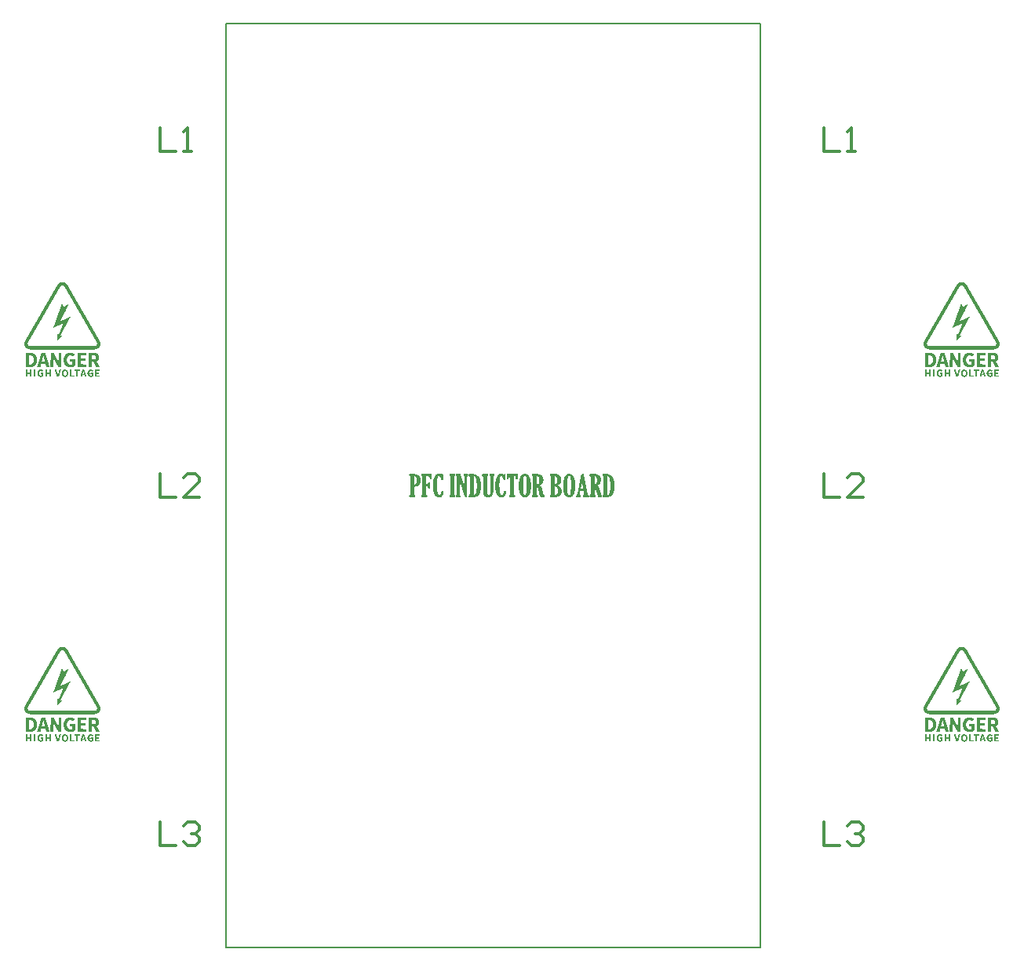
<source format=gto>
G04*
G04 #@! TF.GenerationSoftware,Altium Limited,Altium Designer,23.8.1 (32)*
G04*
G04 Layer_Color=65535*
%FSLAX44Y44*%
%MOMM*%
G71*
G04*
G04 #@! TF.SameCoordinates,4367AEAE-D2C0-438D-9D7F-6733A8EB5FA7*
G04*
G04*
G04 #@! TF.FilePolarity,Positive*
G04*
G01*
G75*
%ADD10C,0.1270*%
%ADD11C,0.3048*%
G36*
X-485564Y-173992D02*
X-485188Y-174016D01*
X-484996Y-174032D01*
X-484852Y-174048D01*
X-484676Y-174080D01*
X-484612Y-174096D01*
X-484508Y-174136D01*
X-484404Y-174160D01*
X-484324Y-174175D01*
X-484228Y-174191D01*
X-484148Y-174208D01*
X-484084Y-174224D01*
X-483900Y-174312D01*
X-483732Y-174352D01*
X-483652Y-174384D01*
X-483532Y-174456D01*
X-483428Y-174480D01*
X-483300Y-174527D01*
X-483204Y-174592D01*
X-482996Y-174671D01*
X-482972Y-174695D01*
X-482940Y-174711D01*
X-482892Y-174759D01*
X-482788Y-174799D01*
X-482732Y-174823D01*
X-482644Y-174895D01*
X-482444Y-175015D01*
X-482397Y-175063D01*
X-482365Y-175079D01*
X-482212Y-175183D01*
X-482156Y-175239D01*
X-482076Y-175287D01*
X-482029Y-175335D01*
X-481996Y-175351D01*
X-481949Y-175399D01*
X-481917Y-175415D01*
X-481829Y-175487D01*
X-481741Y-175575D01*
X-481709Y-175591D01*
X-481621Y-175679D01*
X-481613Y-175703D01*
X-481581Y-175719D01*
X-481493Y-175807D01*
X-481477Y-175839D01*
X-481437Y-175879D01*
X-481405Y-175895D01*
X-481333Y-175967D01*
X-481317Y-175999D01*
X-481205Y-176111D01*
X-481189Y-176143D01*
X-481157Y-176175D01*
X-481141Y-176207D01*
X-481045Y-176303D01*
X-481029Y-176335D01*
X-480949Y-176447D01*
X-480901Y-176495D01*
X-480885Y-176527D01*
X-480781Y-176679D01*
X-480757Y-176703D01*
X-480741Y-176735D01*
X-480677Y-176847D01*
X-480565Y-177007D01*
X-480549Y-177071D01*
X-480477Y-177159D01*
X-480405Y-177279D01*
X-480373Y-177359D01*
X-480293Y-177471D01*
X-480181Y-177679D01*
X-480149Y-177711D01*
X-480133Y-177743D01*
X-480101Y-177823D01*
X-480037Y-177935D01*
X-480005Y-177967D01*
X-479989Y-177999D01*
X-479877Y-178207D01*
X-479813Y-178303D01*
X-479717Y-178479D01*
X-479669Y-178559D01*
X-479573Y-178735D01*
X-479525Y-178783D01*
X-479461Y-178943D01*
X-479389Y-179031D01*
X-479277Y-179255D01*
X-479253Y-179279D01*
X-479237Y-179311D01*
X-479125Y-179519D01*
X-479093Y-179551D01*
X-479077Y-179583D01*
X-478949Y-179823D01*
X-478917Y-179855D01*
X-478901Y-179887D01*
X-478789Y-180095D01*
X-478757Y-180126D01*
X-478629Y-180366D01*
X-478517Y-180574D01*
X-478437Y-180686D01*
X-478341Y-180862D01*
X-478309Y-180894D01*
X-478293Y-180926D01*
X-478245Y-181038D01*
X-478181Y-181150D01*
X-478133Y-181198D01*
X-478101Y-181278D01*
X-478037Y-181390D01*
X-477973Y-181486D01*
X-477941Y-181566D01*
X-477877Y-181678D01*
X-477845Y-181710D01*
X-477829Y-181742D01*
X-477717Y-181950D01*
X-477685Y-181982D01*
X-477573Y-182190D01*
X-477509Y-182286D01*
X-477469Y-182390D01*
X-477413Y-182478D01*
X-477381Y-182510D01*
X-477333Y-182622D01*
X-477269Y-182734D01*
X-477221Y-182782D01*
X-477205Y-182814D01*
X-477173Y-182894D01*
X-477157Y-182926D01*
X-477045Y-183086D01*
X-477005Y-183190D01*
X-476941Y-183286D01*
X-476917Y-183310D01*
X-476869Y-183422D01*
X-476805Y-183534D01*
X-476773Y-183566D01*
X-476646Y-183806D01*
X-476613Y-183838D01*
X-476598Y-183870D01*
X-476549Y-183982D01*
X-476534Y-184014D01*
X-476502Y-184046D01*
X-476485Y-184078D01*
X-476454Y-184110D01*
X-476405Y-184222D01*
X-476342Y-184334D01*
X-476310Y-184366D01*
X-476182Y-184606D01*
X-476149Y-184638D01*
X-476118Y-184718D01*
X-476054Y-184830D01*
X-475974Y-184942D01*
X-475934Y-185046D01*
X-475870Y-185142D01*
X-475846Y-185166D01*
X-475830Y-185198D01*
X-475606Y-185614D01*
X-475526Y-185726D01*
X-475494Y-185806D01*
X-475430Y-185917D01*
X-475398Y-185949D01*
X-475382Y-185982D01*
X-475334Y-186061D01*
X-475238Y-186238D01*
X-475126Y-186445D01*
X-475078Y-186493D01*
X-475030Y-186605D01*
X-474966Y-186717D01*
X-474918Y-186765D01*
X-474886Y-186845D01*
X-474806Y-186989D01*
X-474774Y-187021D01*
X-474758Y-187053D01*
X-474646Y-187261D01*
X-474582Y-187357D01*
X-474566Y-187421D01*
X-474454Y-187581D01*
X-474422Y-187661D01*
X-474358Y-187773D01*
X-474326Y-187805D01*
X-474310Y-187837D01*
X-474198Y-188045D01*
X-474166Y-188077D01*
X-474150Y-188109D01*
X-474038Y-188317D01*
X-473974Y-188413D01*
X-473958Y-188477D01*
X-473854Y-188629D01*
X-473774Y-188789D01*
X-473734Y-188845D01*
X-473670Y-188941D01*
X-473638Y-189021D01*
X-473590Y-189101D01*
X-473558Y-189133D01*
X-473542Y-189165D01*
X-473430Y-189373D01*
X-473366Y-189469D01*
X-473270Y-189645D01*
X-473238Y-189677D01*
X-473222Y-189709D01*
X-473190Y-189789D01*
X-473126Y-189901D01*
X-473046Y-190013D01*
X-473022Y-190101D01*
X-472982Y-190157D01*
X-472950Y-190189D01*
X-472934Y-190221D01*
X-472806Y-190461D01*
X-472774Y-190493D01*
X-472726Y-190605D01*
X-472710Y-190637D01*
X-472598Y-190797D01*
X-472566Y-190877D01*
X-472502Y-190989D01*
X-472454Y-191037D01*
X-472422Y-191117D01*
X-472342Y-191261D01*
X-472310Y-191293D01*
X-472182Y-191533D01*
X-472150Y-191565D01*
X-472110Y-191669D01*
X-472054Y-191756D01*
X-471990Y-191852D01*
X-471894Y-192029D01*
X-471830Y-192125D01*
X-471606Y-192540D01*
X-471526Y-192652D01*
X-471486Y-192756D01*
X-471366Y-192924D01*
X-471318Y-193052D01*
X-471246Y-193140D01*
X-471126Y-193372D01*
X-471078Y-193420D01*
X-471046Y-193500D01*
X-470966Y-193644D01*
X-470934Y-193676D01*
X-470918Y-193708D01*
X-470822Y-193884D01*
X-470758Y-193980D01*
X-470727Y-194060D01*
X-470662Y-194172D01*
X-470630Y-194204D01*
X-470518Y-194412D01*
X-470454Y-194508D01*
X-470359Y-194684D01*
X-470294Y-194780D01*
X-470262Y-194860D01*
X-470199Y-194972D01*
X-470119Y-195084D01*
X-470103Y-195148D01*
X-469991Y-195324D01*
X-469895Y-195500D01*
X-469831Y-195596D01*
X-469751Y-195740D01*
X-469687Y-195836D01*
X-469647Y-195940D01*
X-469591Y-196028D01*
X-469559Y-196060D01*
X-469543Y-196092D01*
X-469431Y-196300D01*
X-469383Y-196348D01*
X-469327Y-196500D01*
X-469287Y-196556D01*
X-469255Y-196588D01*
X-469239Y-196620D01*
X-469127Y-196828D01*
X-469063Y-196924D01*
X-468951Y-197132D01*
X-468887Y-197228D01*
X-468871Y-197292D01*
X-468839Y-197324D01*
X-468823Y-197356D01*
X-468791Y-197388D01*
X-468663Y-197628D01*
X-468631Y-197659D01*
X-468583Y-197771D01*
X-468519Y-197883D01*
X-468487Y-197915D01*
X-468471Y-197948D01*
X-468359Y-198155D01*
X-468327Y-198187D01*
X-468199Y-198427D01*
X-468135Y-198523D01*
X-468119Y-198587D01*
X-468015Y-198739D01*
X-467895Y-198955D01*
X-467831Y-199051D01*
X-467799Y-199131D01*
X-467735Y-199243D01*
X-467703Y-199275D01*
X-467591Y-199483D01*
X-467527Y-199579D01*
X-467511Y-199643D01*
X-467407Y-199795D01*
X-467383Y-199819D01*
X-467351Y-199899D01*
X-467287Y-200011D01*
X-467255Y-200043D01*
X-467239Y-200075D01*
X-467191Y-200187D01*
X-467127Y-200299D01*
X-467095Y-200331D01*
X-467079Y-200363D01*
X-466967Y-200571D01*
X-466935Y-200603D01*
X-466887Y-200715D01*
X-466839Y-200795D01*
X-466807Y-200827D01*
X-466791Y-200859D01*
X-466679Y-201067D01*
X-466615Y-201163D01*
X-466503Y-201371D01*
X-466471Y-201403D01*
X-466439Y-201483D01*
X-466359Y-201627D01*
X-466327Y-201659D01*
X-466215Y-201867D01*
X-466151Y-201963D01*
X-466039Y-202171D01*
X-465991Y-202251D01*
X-465911Y-202395D01*
X-465879Y-202427D01*
X-465863Y-202459D01*
X-465815Y-202571D01*
X-465799Y-202603D01*
X-465727Y-202691D01*
X-465599Y-202947D01*
X-465559Y-202987D01*
X-465415Y-203259D01*
X-465351Y-203371D01*
X-465335Y-203403D01*
X-465223Y-203563D01*
X-465207Y-203626D01*
X-465143Y-203738D01*
X-465095Y-203787D01*
X-464983Y-203994D01*
X-464919Y-204090D01*
X-464871Y-204202D01*
X-464855Y-204234D01*
X-464776Y-204346D01*
X-464735Y-204450D01*
X-464672Y-204546D01*
X-464632Y-204586D01*
X-464584Y-204698D01*
X-464520Y-204810D01*
X-464487Y-204842D01*
X-464472Y-204874D01*
X-464423Y-204986D01*
X-464408Y-205018D01*
X-464336Y-205106D01*
X-464224Y-205330D01*
X-464184Y-205370D01*
X-464168Y-205402D01*
X-464056Y-205610D01*
X-464024Y-205642D01*
X-463960Y-205786D01*
X-463944Y-205818D01*
X-463832Y-205978D01*
X-463792Y-206082D01*
X-463752Y-206138D01*
X-463720Y-206170D01*
X-463704Y-206202D01*
X-463656Y-206314D01*
X-463640Y-206346D01*
X-463568Y-206434D01*
X-463472Y-206626D01*
X-463432Y-206682D01*
X-463384Y-206762D01*
X-463352Y-206842D01*
X-463336Y-206874D01*
X-463264Y-206962D01*
X-463224Y-207034D01*
X-463128Y-207210D01*
X-463080Y-207290D01*
X-462984Y-207466D01*
X-462936Y-207514D01*
X-462904Y-207594D01*
X-462864Y-207698D01*
X-462824Y-207738D01*
X-462808Y-207770D01*
X-462776Y-207802D01*
X-462728Y-207914D01*
X-462712Y-207946D01*
X-462632Y-208058D01*
X-462584Y-208170D01*
X-462568Y-208202D01*
X-462496Y-208290D01*
X-462472Y-208314D01*
X-462416Y-208466D01*
X-462376Y-208522D01*
X-462344Y-208554D01*
X-462328Y-208586D01*
X-462216Y-208794D01*
X-462184Y-208826D01*
X-462120Y-208970D01*
X-462072Y-209050D01*
X-462008Y-209146D01*
X-461912Y-209321D01*
X-461848Y-209417D01*
X-461808Y-209522D01*
X-461744Y-209618D01*
X-461704Y-209657D01*
X-461672Y-209737D01*
X-461608Y-209849D01*
X-461576Y-209881D01*
X-461512Y-210025D01*
X-461464Y-210105D01*
X-461384Y-210217D01*
X-461344Y-210321D01*
X-461280Y-210417D01*
X-461256Y-210441D01*
X-461208Y-210553D01*
X-461192Y-210585D01*
X-461080Y-210745D01*
X-461040Y-210849D01*
X-461000Y-210905D01*
X-460968Y-210937D01*
X-460952Y-210969D01*
X-460824Y-211209D01*
X-460776Y-211289D01*
X-460680Y-211465D01*
X-460648Y-211497D01*
X-460632Y-211529D01*
X-460536Y-211705D01*
X-460456Y-211817D01*
X-460440Y-211881D01*
X-460336Y-212033D01*
X-460240Y-212225D01*
X-460200Y-212281D01*
X-460072Y-212521D01*
X-460024Y-212569D01*
X-459976Y-212681D01*
X-459912Y-212793D01*
X-459880Y-212825D01*
X-459864Y-212857D01*
X-459752Y-213065D01*
X-459720Y-213097D01*
X-459672Y-213209D01*
X-459608Y-213321D01*
X-459560Y-213369D01*
X-459520Y-213473D01*
X-459464Y-213561D01*
X-459400Y-213657D01*
X-459368Y-213737D01*
X-459304Y-213849D01*
X-459256Y-213897D01*
X-459208Y-214009D01*
X-459144Y-214121D01*
X-459113Y-214153D01*
X-458984Y-214393D01*
X-458952Y-214425D01*
X-458921Y-214505D01*
X-458840Y-214649D01*
X-458809Y-214681D01*
X-458792Y-214713D01*
X-458680Y-214921D01*
X-458648Y-214953D01*
X-458504Y-215224D01*
X-458393Y-215432D01*
X-458361Y-215464D01*
X-458345Y-215497D01*
X-458233Y-215704D01*
X-458153Y-215816D01*
X-458113Y-215920D01*
X-458073Y-215976D01*
X-458025Y-216024D01*
X-457993Y-216104D01*
X-457913Y-216248D01*
X-457849Y-216344D01*
X-457833Y-216408D01*
X-457753Y-216520D01*
X-457689Y-216616D01*
X-457673Y-216680D01*
X-457593Y-216792D01*
X-457545Y-216872D01*
X-457513Y-216952D01*
X-457465Y-217032D01*
X-457417Y-217080D01*
X-457369Y-217192D01*
X-457305Y-217304D01*
X-457241Y-217400D01*
X-457209Y-217480D01*
X-457193Y-217512D01*
X-457081Y-217672D01*
X-457041Y-217776D01*
X-456977Y-217872D01*
X-456953Y-217896D01*
X-456937Y-217928D01*
X-456841Y-218104D01*
X-456777Y-218200D01*
X-456761Y-218264D01*
X-456657Y-218416D01*
X-456633Y-218440D01*
X-456593Y-218544D01*
X-456537Y-218632D01*
X-456457Y-218744D01*
X-456441Y-218808D01*
X-456377Y-218920D01*
X-456345Y-218952D01*
X-456233Y-219160D01*
X-456169Y-219256D01*
X-456137Y-219336D01*
X-456121Y-219368D01*
X-456009Y-219528D01*
X-455969Y-219632D01*
X-455849Y-219800D01*
X-455809Y-219904D01*
X-455745Y-220000D01*
X-455721Y-220024D01*
X-455657Y-220168D01*
X-455641Y-220200D01*
X-455561Y-220312D01*
X-455449Y-220520D01*
X-455417Y-220552D01*
X-455369Y-220664D01*
X-455305Y-220776D01*
X-455273Y-220808D01*
X-455257Y-220840D01*
X-455145Y-221047D01*
X-455113Y-221080D01*
X-455065Y-221192D01*
X-455001Y-221304D01*
X-454953Y-221351D01*
X-454921Y-221432D01*
X-454841Y-221576D01*
X-454809Y-221607D01*
X-454793Y-221639D01*
X-454681Y-221847D01*
X-454617Y-221943D01*
X-454577Y-222047D01*
X-454537Y-222103D01*
X-454489Y-222151D01*
X-454449Y-222255D01*
X-454369Y-222383D01*
X-454297Y-222503D01*
X-454281Y-222567D01*
X-454209Y-222655D01*
X-454185Y-222679D01*
X-454137Y-222791D01*
X-454073Y-222903D01*
X-454009Y-222999D01*
X-453913Y-223175D01*
X-453881Y-223207D01*
X-453833Y-223319D01*
X-453769Y-223431D01*
X-453737Y-223463D01*
X-453673Y-223607D01*
X-453657Y-223639D01*
X-453585Y-223727D01*
X-453473Y-223951D01*
X-453433Y-223991D01*
X-453417Y-224023D01*
X-453305Y-224231D01*
X-453274Y-224263D01*
X-453145Y-224503D01*
X-453114Y-224535D01*
X-453082Y-224615D01*
X-453002Y-224759D01*
X-452970Y-224791D01*
X-452906Y-224935D01*
X-452890Y-224967D01*
X-452817Y-225055D01*
X-452705Y-225279D01*
X-452665Y-225319D01*
X-452649Y-225351D01*
X-452538Y-225559D01*
X-452505Y-225591D01*
X-452458Y-225703D01*
X-452394Y-225815D01*
X-452362Y-225847D01*
X-452346Y-225879D01*
X-452234Y-226087D01*
X-452170Y-226183D01*
X-452154Y-226247D01*
X-452010Y-226455D01*
X-451970Y-226559D01*
X-451906Y-226655D01*
X-451882Y-226679D01*
X-451866Y-226710D01*
X-451770Y-226887D01*
X-451706Y-226982D01*
X-451666Y-227087D01*
X-451626Y-227143D01*
X-451562Y-227239D01*
X-451466Y-227414D01*
X-451434Y-227446D01*
X-451418Y-227478D01*
X-451386Y-227558D01*
X-451322Y-227670D01*
X-451290Y-227702D01*
X-451274Y-227734D01*
X-451162Y-227942D01*
X-451130Y-227974D01*
X-451114Y-228006D01*
X-451002Y-228214D01*
X-450938Y-228310D01*
X-450898Y-228414D01*
X-450874Y-228438D01*
X-450858Y-228470D01*
X-450810Y-228518D01*
X-450778Y-228598D01*
X-450698Y-228742D01*
X-450634Y-228838D01*
X-450602Y-228918D01*
X-450538Y-229030D01*
X-450506Y-229062D01*
X-450378Y-229302D01*
X-450346Y-229334D01*
X-450298Y-229446D01*
X-450234Y-229558D01*
X-450186Y-229606D01*
X-450154Y-229686D01*
X-450074Y-229830D01*
X-450042Y-229862D01*
X-449930Y-230070D01*
X-449866Y-230166D01*
X-449850Y-230230D01*
X-449786Y-230342D01*
X-449738Y-230390D01*
X-449722Y-230422D01*
X-449626Y-230598D01*
X-449594Y-230630D01*
X-449530Y-230774D01*
X-449466Y-230886D01*
X-449434Y-230918D01*
X-449418Y-230950D01*
X-449306Y-231158D01*
X-449274Y-231190D01*
X-449226Y-231302D01*
X-449210Y-231334D01*
X-449098Y-231494D01*
X-449058Y-231598D01*
X-448994Y-231694D01*
X-448970Y-231718D01*
X-448954Y-231750D01*
X-448842Y-231958D01*
X-448778Y-232054D01*
X-448762Y-232118D01*
X-448650Y-232278D01*
X-448618Y-232358D01*
X-448554Y-232470D01*
X-448506Y-232518D01*
X-448458Y-232630D01*
X-448394Y-232742D01*
X-448346Y-232789D01*
X-448298Y-232901D01*
X-448234Y-233013D01*
X-448202Y-233046D01*
X-448074Y-233285D01*
X-448042Y-233317D01*
X-448010Y-233397D01*
X-447930Y-233541D01*
X-447882Y-233589D01*
X-447850Y-233669D01*
X-447770Y-233813D01*
X-447738Y-233845D01*
X-447674Y-233989D01*
X-447658Y-234021D01*
X-447578Y-234133D01*
X-447466Y-234341D01*
X-447434Y-234373D01*
X-447387Y-234485D01*
X-447322Y-234597D01*
X-447275Y-234645D01*
X-447226Y-234757D01*
X-447163Y-234869D01*
X-447099Y-234965D01*
X-447002Y-235141D01*
X-446875Y-235381D01*
X-446827Y-235429D01*
X-446811Y-235461D01*
X-446763Y-235573D01*
X-446715Y-235653D01*
X-446683Y-235685D01*
X-446667Y-235717D01*
X-446555Y-235925D01*
X-446507Y-235973D01*
X-446475Y-236053D01*
X-446395Y-236197D01*
X-446331Y-236293D01*
X-446315Y-236357D01*
X-446235Y-236469D01*
X-446171Y-236565D01*
X-446155Y-236629D01*
X-446051Y-236781D01*
X-445915Y-237029D01*
X-445803Y-237237D01*
X-445771Y-237269D01*
X-445755Y-237301D01*
X-445627Y-237541D01*
X-445579Y-237621D01*
X-445523Y-237773D01*
X-445467Y-237861D01*
X-445403Y-238005D01*
X-445331Y-238205D01*
X-445259Y-238373D01*
X-445227Y-238500D01*
X-445203Y-238589D01*
X-445171Y-238668D01*
X-445131Y-238757D01*
X-445107Y-238860D01*
X-445091Y-238957D01*
X-445075Y-239036D01*
X-445059Y-239132D01*
X-445043Y-239212D01*
X-445027Y-239276D01*
X-445003Y-239364D01*
X-444987Y-239428D01*
X-444963Y-239580D01*
X-444947Y-239724D01*
X-444931Y-239980D01*
X-444923Y-240868D01*
X-444939Y-240916D01*
X-444955Y-241300D01*
X-444971Y-241348D01*
X-444995Y-241468D01*
X-445035Y-241604D01*
X-445067Y-241796D01*
X-445083Y-241860D01*
X-445139Y-242124D01*
X-445171Y-242204D01*
X-445211Y-242308D01*
X-445243Y-242420D01*
X-445267Y-242524D01*
X-445299Y-242604D01*
X-445371Y-242724D01*
X-445395Y-242828D01*
X-445443Y-242956D01*
X-445515Y-243076D01*
X-445547Y-243156D01*
X-445587Y-243260D01*
X-445611Y-243284D01*
X-445627Y-243316D01*
X-445691Y-243412D01*
X-445707Y-243476D01*
X-445811Y-243628D01*
X-445851Y-243716D01*
X-445915Y-243828D01*
X-445979Y-243892D01*
X-446059Y-244036D01*
X-446131Y-244124D01*
X-446195Y-244220D01*
X-446235Y-244275D01*
X-446299Y-244340D01*
X-446315Y-244371D01*
X-446387Y-244459D01*
X-446459Y-244531D01*
X-446475Y-244564D01*
X-446547Y-244652D01*
X-446635Y-244739D01*
X-446651Y-244771D01*
X-446707Y-244827D01*
X-446739Y-244844D01*
X-446779Y-244883D01*
X-446795Y-244915D01*
X-446851Y-244971D01*
X-446883Y-244987D01*
X-447010Y-245115D01*
X-447043Y-245131D01*
X-447170Y-245259D01*
X-447202Y-245275D01*
X-447290Y-245347D01*
X-447346Y-245403D01*
X-447379Y-245419D01*
X-447490Y-245483D01*
X-447587Y-245579D01*
X-447730Y-245659D01*
X-447794Y-245723D01*
X-447898Y-245763D01*
X-447954Y-245803D01*
X-448018Y-245867D01*
X-448098Y-245899D01*
X-448186Y-245923D01*
X-448354Y-246043D01*
X-448450Y-246059D01*
X-448562Y-246123D01*
X-448738Y-246203D01*
X-448802Y-246219D01*
X-448906Y-246259D01*
X-449010Y-246315D01*
X-449090Y-246347D01*
X-449194Y-246371D01*
X-449322Y-246403D01*
X-449402Y-246435D01*
X-449506Y-246475D01*
X-449610Y-246499D01*
X-449994Y-246563D01*
X-450130Y-246603D01*
X-450194Y-246619D01*
X-450306Y-246635D01*
X-450466Y-246651D01*
X-450722Y-246667D01*
X-451170Y-246683D01*
X-521318Y-246667D01*
X-521366Y-246651D01*
X-521638Y-246635D01*
X-521686Y-246619D01*
X-521790Y-246595D01*
X-521926Y-246555D01*
X-522150Y-246523D01*
X-522214Y-246507D01*
X-522334Y-246483D01*
X-522398Y-246467D01*
X-522478Y-246435D01*
X-522582Y-246395D01*
X-522670Y-246371D01*
X-522750Y-246355D01*
X-522813Y-246339D01*
X-522934Y-246283D01*
X-523078Y-246219D01*
X-523166Y-246195D01*
X-523246Y-246163D01*
X-523446Y-246059D01*
X-523509Y-246043D01*
X-523589Y-245995D01*
X-523701Y-245915D01*
X-523805Y-245891D01*
X-523893Y-245835D01*
X-523957Y-245771D01*
X-524037Y-245739D01*
X-524117Y-245691D01*
X-524165Y-245643D01*
X-524197Y-245627D01*
X-524309Y-245563D01*
X-524405Y-245467D01*
X-524549Y-245387D01*
X-524645Y-245291D01*
X-524677Y-245275D01*
X-524765Y-245203D01*
X-524853Y-245115D01*
X-524885Y-245099D01*
X-525013Y-244971D01*
X-525045Y-244956D01*
X-525085Y-244915D01*
X-525101Y-244883D01*
X-525157Y-244827D01*
X-525189Y-244811D01*
X-525245Y-244755D01*
X-525261Y-244723D01*
X-525389Y-244596D01*
X-525405Y-244564D01*
X-525477Y-244475D01*
X-525549Y-244403D01*
X-525565Y-244371D01*
X-525637Y-244284D01*
X-525661Y-244260D01*
X-525677Y-244228D01*
X-525709Y-244196D01*
X-525725Y-244163D01*
X-525885Y-243940D01*
X-525933Y-243860D01*
X-525981Y-243812D01*
X-525997Y-243780D01*
X-526093Y-243604D01*
X-526157Y-243508D01*
X-526197Y-243404D01*
X-526261Y-243308D01*
X-526317Y-243204D01*
X-526357Y-243100D01*
X-526381Y-243044D01*
X-526445Y-242948D01*
X-526493Y-242788D01*
X-526533Y-242684D01*
X-526605Y-242564D01*
X-526645Y-242380D01*
X-526709Y-242204D01*
X-526749Y-242100D01*
X-526829Y-241668D01*
X-526861Y-241540D01*
X-526893Y-241428D01*
X-526909Y-241364D01*
X-526925Y-241252D01*
X-526949Y-240876D01*
X-526957Y-240004D01*
X-526941Y-239956D01*
X-526925Y-239604D01*
X-526909Y-239556D01*
X-526885Y-239388D01*
X-526869Y-239324D01*
X-526845Y-239236D01*
X-526829Y-239172D01*
X-526813Y-239060D01*
X-526781Y-238932D01*
X-526765Y-238804D01*
X-526749Y-238757D01*
X-526685Y-238612D01*
X-526653Y-238500D01*
X-526637Y-238437D01*
X-526613Y-238349D01*
X-526581Y-238269D01*
X-526509Y-238101D01*
X-526437Y-237901D01*
X-526397Y-237845D01*
X-526317Y-237669D01*
X-526285Y-237589D01*
X-526205Y-237477D01*
X-526173Y-237397D01*
X-526093Y-237253D01*
X-526061Y-237221D01*
X-525933Y-236981D01*
X-525885Y-236901D01*
X-525805Y-236757D01*
X-525741Y-236661D01*
X-525709Y-236581D01*
X-525645Y-236469D01*
X-525597Y-236421D01*
X-525549Y-236309D01*
X-525485Y-236197D01*
X-525453Y-236165D01*
X-525389Y-236021D01*
X-525373Y-235989D01*
X-525261Y-235829D01*
X-525245Y-235765D01*
X-525101Y-235557D01*
X-525077Y-235469D01*
X-525053Y-235445D01*
X-525037Y-235413D01*
X-524989Y-235365D01*
X-524845Y-235093D01*
X-524749Y-234917D01*
X-524669Y-234805D01*
X-524629Y-234701D01*
X-524573Y-234613D01*
X-524525Y-234565D01*
X-524477Y-234453D01*
X-524413Y-234341D01*
X-524349Y-234245D01*
X-524253Y-234069D01*
X-524205Y-233989D01*
X-524109Y-233813D01*
X-524077Y-233781D01*
X-524029Y-233669D01*
X-523965Y-233557D01*
X-523933Y-233525D01*
X-523917Y-233493D01*
X-523805Y-233285D01*
X-523725Y-233173D01*
X-523709Y-233109D01*
X-523605Y-232957D01*
X-523525Y-232782D01*
X-523453Y-232710D01*
X-523405Y-232598D01*
X-523341Y-232486D01*
X-523309Y-232454D01*
X-523293Y-232422D01*
X-523181Y-232214D01*
X-523117Y-232118D01*
X-523086Y-232038D01*
X-523069Y-232006D01*
X-522990Y-231894D01*
X-522878Y-231686D01*
X-522813Y-231590D01*
X-522782Y-231510D01*
X-522766Y-231478D01*
X-522654Y-231318D01*
X-522614Y-231214D01*
X-522574Y-231158D01*
X-522510Y-231062D01*
X-522414Y-230886D01*
X-522382Y-230854D01*
X-522350Y-230774D01*
X-522254Y-230598D01*
X-522222Y-230566D01*
X-522110Y-230358D01*
X-522078Y-230326D01*
X-522062Y-230294D01*
X-521998Y-230150D01*
X-521982Y-230118D01*
X-521902Y-230006D01*
X-521806Y-229830D01*
X-521742Y-229734D01*
X-521702Y-229630D01*
X-521662Y-229574D01*
X-521630Y-229542D01*
X-521614Y-229510D01*
X-521502Y-229302D01*
X-521470Y-229270D01*
X-521342Y-229030D01*
X-521278Y-228934D01*
X-521238Y-228830D01*
X-521174Y-228734D01*
X-521150Y-228710D01*
X-521134Y-228678D01*
X-521102Y-228598D01*
X-521038Y-228486D01*
X-521006Y-228454D01*
X-520990Y-228422D01*
X-520878Y-228214D01*
X-520846Y-228182D01*
X-520782Y-228038D01*
X-520766Y-228006D01*
X-520694Y-227918D01*
X-520598Y-227726D01*
X-520558Y-227670D01*
X-520526Y-227638D01*
X-520462Y-227478D01*
X-520390Y-227390D01*
X-520254Y-227143D01*
X-520222Y-227111D01*
X-520190Y-227031D01*
X-520110Y-226887D01*
X-520078Y-226854D01*
X-520030Y-226743D01*
X-520014Y-226710D01*
X-519902Y-226551D01*
X-519870Y-226471D01*
X-519806Y-226359D01*
X-519774Y-226327D01*
X-519758Y-226295D01*
X-519646Y-226087D01*
X-519614Y-226055D01*
X-519582Y-225975D01*
X-519502Y-225831D01*
X-519454Y-225783D01*
X-519422Y-225703D01*
X-519342Y-225559D01*
X-519310Y-225527D01*
X-519294Y-225495D01*
X-519182Y-225287D01*
X-519150Y-225255D01*
X-519102Y-225143D01*
X-519038Y-225031D01*
X-519006Y-224999D01*
X-518990Y-224967D01*
X-518878Y-224759D01*
X-518846Y-224727D01*
X-518798Y-224615D01*
X-518734Y-224503D01*
X-518686Y-224455D01*
X-518638Y-224343D01*
X-518558Y-224199D01*
X-518510Y-224119D01*
X-518430Y-223975D01*
X-518382Y-223927D01*
X-518350Y-223847D01*
X-518270Y-223703D01*
X-518238Y-223671D01*
X-518222Y-223639D01*
X-518110Y-223431D01*
X-518046Y-223335D01*
X-518030Y-223271D01*
X-517926Y-223119D01*
X-517806Y-222903D01*
X-517774Y-222871D01*
X-517742Y-222791D01*
X-517662Y-222647D01*
X-517614Y-222599D01*
X-517566Y-222487D01*
X-517503Y-222375D01*
X-517471Y-222343D01*
X-517407Y-222199D01*
X-517359Y-222119D01*
X-517310Y-222071D01*
X-517279Y-221991D01*
X-517198Y-221847D01*
X-517166Y-221815D01*
X-517118Y-221703D01*
X-517054Y-221591D01*
X-517023Y-221560D01*
X-517007Y-221527D01*
X-516894Y-221319D01*
X-516863Y-221287D01*
X-516847Y-221255D01*
X-516735Y-221047D01*
X-516703Y-221015D01*
X-516687Y-220984D01*
X-516639Y-220872D01*
X-516623Y-220840D01*
X-516511Y-220680D01*
X-516495Y-220616D01*
X-516391Y-220464D01*
X-516271Y-220248D01*
X-516207Y-220152D01*
X-516191Y-220088D01*
X-516087Y-219936D01*
X-515991Y-219744D01*
X-515967Y-219720D01*
X-515951Y-219688D01*
X-515919Y-219656D01*
X-515887Y-219576D01*
X-515807Y-219432D01*
X-515775Y-219400D01*
X-515759Y-219368D01*
X-515647Y-219160D01*
X-515615Y-219128D01*
X-515503Y-218920D01*
X-515439Y-218824D01*
X-515423Y-218760D01*
X-515319Y-218608D01*
X-515223Y-218416D01*
X-515199Y-218392D01*
X-515183Y-218360D01*
X-515151Y-218328D01*
X-515103Y-218216D01*
X-515039Y-218104D01*
X-515007Y-218072D01*
X-514959Y-217960D01*
X-514943Y-217928D01*
X-514831Y-217768D01*
X-514791Y-217664D01*
X-514727Y-217568D01*
X-514703Y-217544D01*
X-514687Y-217512D01*
X-514575Y-217304D01*
X-514543Y-217272D01*
X-514511Y-217192D01*
X-514431Y-217048D01*
X-514383Y-217000D01*
X-514343Y-216896D01*
X-514319Y-216840D01*
X-514247Y-216752D01*
X-514151Y-216560D01*
X-514111Y-216504D01*
X-514079Y-216472D01*
X-514031Y-216360D01*
X-513967Y-216248D01*
X-513935Y-216216D01*
X-513887Y-216104D01*
X-513823Y-215992D01*
X-513775Y-215944D01*
X-513743Y-215864D01*
X-513679Y-215753D01*
X-513599Y-215640D01*
X-513567Y-215560D01*
X-513503Y-215448D01*
X-513471Y-215417D01*
X-513215Y-214937D01*
X-513167Y-214889D01*
X-513135Y-214809D01*
X-513055Y-214665D01*
X-513007Y-214617D01*
X-512959Y-214505D01*
X-512895Y-214393D01*
X-512863Y-214361D01*
X-512735Y-214121D01*
X-512671Y-214025D01*
X-512655Y-213961D01*
X-512575Y-213849D01*
X-512511Y-213753D01*
X-512495Y-213689D01*
X-512391Y-213537D01*
X-512311Y-213377D01*
X-512271Y-213321D01*
X-512207Y-213225D01*
X-512191Y-213161D01*
X-512087Y-213009D01*
X-512007Y-212849D01*
X-511967Y-212793D01*
X-511903Y-212697D01*
X-511863Y-212593D01*
X-511823Y-212537D01*
X-511791Y-212505D01*
X-511776Y-212473D01*
X-511664Y-212265D01*
X-511600Y-212169D01*
X-511583Y-212105D01*
X-511479Y-211953D01*
X-511399Y-211793D01*
X-511335Y-211697D01*
X-511311Y-211673D01*
X-511264Y-211561D01*
X-511247Y-211529D01*
X-511135Y-211369D01*
X-511104Y-211289D01*
X-511088Y-211257D01*
X-511008Y-211145D01*
X-510976Y-211065D01*
X-510896Y-210921D01*
X-510848Y-210873D01*
X-510816Y-210793D01*
X-510736Y-210649D01*
X-510704Y-210617D01*
X-510688Y-210585D01*
X-510592Y-210409D01*
X-510528Y-210313D01*
X-510488Y-210209D01*
X-510368Y-210041D01*
X-510352Y-209977D01*
X-510288Y-209865D01*
X-510240Y-209818D01*
X-510208Y-209737D01*
X-510144Y-209625D01*
X-510112Y-209594D01*
X-510096Y-209562D01*
X-509968Y-209321D01*
X-509936Y-209289D01*
X-509808Y-209050D01*
X-509776Y-209018D01*
X-509736Y-208914D01*
X-509656Y-208786D01*
X-509632Y-208762D01*
X-509584Y-208650D01*
X-509520Y-208538D01*
X-509472Y-208490D01*
X-509440Y-208410D01*
X-509400Y-208306D01*
X-509328Y-208234D01*
X-509312Y-208202D01*
X-509200Y-207994D01*
X-509136Y-207898D01*
X-509120Y-207834D01*
X-508992Y-207642D01*
X-508960Y-207562D01*
X-508912Y-207482D01*
X-508864Y-207434D01*
X-508800Y-207290D01*
X-508784Y-207258D01*
X-508704Y-207146D01*
X-508592Y-206938D01*
X-508560Y-206906D01*
X-508544Y-206874D01*
X-508496Y-206762D01*
X-508480Y-206730D01*
X-508368Y-206570D01*
X-508328Y-206466D01*
X-508288Y-206410D01*
X-508256Y-206378D01*
X-508240Y-206346D01*
X-508192Y-206234D01*
X-508176Y-206202D01*
X-508104Y-206114D01*
X-508064Y-206026D01*
X-507984Y-205882D01*
X-507952Y-205850D01*
X-507936Y-205818D01*
X-507824Y-205610D01*
X-507792Y-205578D01*
X-507728Y-205434D01*
X-507712Y-205402D01*
X-507640Y-205314D01*
X-507560Y-205138D01*
X-507520Y-205082D01*
X-507488Y-205050D01*
X-507472Y-205018D01*
X-507440Y-204938D01*
X-507376Y-204826D01*
X-507328Y-204778D01*
X-507280Y-204666D01*
X-507216Y-204554D01*
X-507184Y-204522D01*
X-507168Y-204490D01*
X-507056Y-204282D01*
X-507008Y-204202D01*
X-506896Y-203994D01*
X-506864Y-203962D01*
X-506752Y-203755D01*
X-506720Y-203722D01*
X-506704Y-203690D01*
X-506656Y-203578D01*
X-506608Y-203498D01*
X-506528Y-203386D01*
X-506432Y-203211D01*
X-506304Y-202971D01*
X-506256Y-202923D01*
X-506208Y-202811D01*
X-506128Y-202667D01*
X-506096Y-202635D01*
X-506080Y-202603D01*
X-506048Y-202523D01*
X-505984Y-202411D01*
X-505937Y-202363D01*
X-505808Y-202123D01*
X-505696Y-201915D01*
X-505616Y-201803D01*
X-505521Y-201627D01*
X-505457Y-201531D01*
X-505416Y-201427D01*
X-505328Y-201307D01*
X-505201Y-201067D01*
X-505089Y-200859D01*
X-505017Y-200771D01*
X-504977Y-200683D01*
X-504913Y-200571D01*
X-504849Y-200475D01*
X-504753Y-200299D01*
X-504689Y-200203D01*
X-504673Y-200139D01*
X-504609Y-200027D01*
X-504561Y-199979D01*
X-504513Y-199867D01*
X-504465Y-199787D01*
X-504385Y-199675D01*
X-504353Y-199595D01*
X-504289Y-199483D01*
X-504257Y-199451D01*
X-504145Y-199243D01*
X-504081Y-199147D01*
X-504065Y-199083D01*
X-503961Y-198931D01*
X-503825Y-198683D01*
X-503793Y-198651D01*
X-503745Y-198539D01*
X-503681Y-198427D01*
X-503649Y-198395D01*
X-503521Y-198155D01*
X-503489Y-198123D01*
X-503457Y-198043D01*
X-503377Y-197899D01*
X-503329Y-197852D01*
X-503297Y-197771D01*
X-503217Y-197628D01*
X-503153Y-197532D01*
X-503057Y-197356D01*
X-502993Y-197260D01*
X-502961Y-197180D01*
X-502881Y-197068D01*
X-502753Y-196828D01*
X-502721Y-196796D01*
X-502673Y-196684D01*
X-502609Y-196572D01*
X-502561Y-196524D01*
X-502529Y-196444D01*
X-502489Y-196340D01*
X-502417Y-196268D01*
X-502369Y-196156D01*
X-502305Y-196044D01*
X-502257Y-195996D01*
X-502241Y-195948D01*
X-502233Y-195940D01*
X-502161Y-195788D01*
X-502065Y-195644D01*
X-501985Y-195500D01*
X-501921Y-195404D01*
X-501825Y-195228D01*
X-501697Y-194988D01*
X-501665Y-194956D01*
X-501649Y-194924D01*
X-501521Y-194684D01*
X-501489Y-194652D01*
X-501377Y-194444D01*
X-501313Y-194348D01*
X-501217Y-194172D01*
X-501185Y-194140D01*
X-501137Y-194028D01*
X-501057Y-193884D01*
X-501025Y-193852D01*
X-501009Y-193820D01*
X-500913Y-193644D01*
X-500849Y-193548D01*
X-500809Y-193444D01*
X-500785Y-193420D01*
X-500769Y-193388D01*
X-500737Y-193356D01*
X-500609Y-193116D01*
X-500577Y-193084D01*
X-500561Y-193052D01*
X-500529Y-192972D01*
X-500449Y-192828D01*
X-500401Y-192780D01*
X-500369Y-192700D01*
X-500305Y-192588D01*
X-500241Y-192492D01*
X-500017Y-192076D01*
X-499938Y-191964D01*
X-499826Y-191756D01*
X-499794Y-191724D01*
X-499745Y-191612D01*
X-499697Y-191533D01*
X-499633Y-191437D01*
X-499538Y-191261D01*
X-499473Y-191165D01*
X-499434Y-191061D01*
X-499394Y-191005D01*
X-499362Y-190973D01*
X-499346Y-190941D01*
X-499218Y-190701D01*
X-499186Y-190669D01*
X-499170Y-190637D01*
X-499074Y-190461D01*
X-499010Y-190365D01*
X-498970Y-190261D01*
X-498906Y-190165D01*
X-498866Y-190125D01*
X-498826Y-190021D01*
X-498802Y-189965D01*
X-498770Y-189933D01*
X-498754Y-189901D01*
X-498722Y-189869D01*
X-498658Y-189709D01*
X-498546Y-189549D01*
X-498450Y-189373D01*
X-498418Y-189341D01*
X-498386Y-189261D01*
X-498306Y-189117D01*
X-498258Y-189069D01*
X-498226Y-188989D01*
X-498146Y-188845D01*
X-498098Y-188797D01*
X-498066Y-188717D01*
X-498002Y-188605D01*
X-497938Y-188509D01*
X-497906Y-188429D01*
X-497842Y-188317D01*
X-497810Y-188285D01*
X-497762Y-188173D01*
X-497698Y-188061D01*
X-497650Y-188013D01*
X-497602Y-187901D01*
X-497554Y-187821D01*
X-497474Y-187709D01*
X-497434Y-187605D01*
X-497354Y-187477D01*
X-497330Y-187453D01*
X-497298Y-187373D01*
X-497234Y-187261D01*
X-497202Y-187229D01*
X-497186Y-187197D01*
X-497138Y-187085D01*
X-497122Y-187053D01*
X-497010Y-186893D01*
X-496970Y-186789D01*
X-496946Y-186765D01*
X-496930Y-186733D01*
X-496898Y-186701D01*
X-496882Y-186669D01*
X-496770Y-186461D01*
X-496738Y-186429D01*
X-496610Y-186189D01*
X-496498Y-185982D01*
X-496386Y-185822D01*
X-496370Y-185758D01*
X-496266Y-185606D01*
X-496146Y-185390D01*
X-496018Y-185150D01*
X-495986Y-185118D01*
X-495970Y-185086D01*
X-495858Y-184878D01*
X-495778Y-184766D01*
X-495738Y-184662D01*
X-495682Y-184590D01*
X-495666Y-184558D01*
X-495554Y-184350D01*
X-495522Y-184318D01*
X-495506Y-184286D01*
X-495394Y-184078D01*
X-495330Y-183982D01*
X-495298Y-183902D01*
X-495282Y-183870D01*
X-495210Y-183782D01*
X-495090Y-183550D01*
X-495058Y-183518D01*
X-495042Y-183486D01*
X-494930Y-183278D01*
X-494866Y-183182D01*
X-494826Y-183078D01*
X-494762Y-182982D01*
X-494738Y-182958D01*
X-494722Y-182926D01*
X-494626Y-182750D01*
X-494594Y-182718D01*
X-494578Y-182686D01*
X-494466Y-182478D01*
X-494402Y-182382D01*
X-494370Y-182302D01*
X-494306Y-182190D01*
X-494274Y-182158D01*
X-494162Y-181950D01*
X-494130Y-181918D01*
X-494067Y-181774D01*
X-494050Y-181742D01*
X-493938Y-181582D01*
X-493899Y-181478D01*
X-493834Y-181382D01*
X-493811Y-181358D01*
X-493763Y-181246D01*
X-493746Y-181214D01*
X-493635Y-181054D01*
X-493595Y-180950D01*
X-493531Y-180854D01*
X-493507Y-180830D01*
X-493395Y-180622D01*
X-493331Y-180527D01*
X-493235Y-180350D01*
X-493107Y-180110D01*
X-493075Y-180079D01*
X-493059Y-180047D01*
X-492947Y-179839D01*
X-492915Y-179807D01*
X-492899Y-179775D01*
X-492771Y-179535D01*
X-492739Y-179503D01*
X-492611Y-179263D01*
X-492579Y-179231D01*
X-492547Y-179151D01*
X-492467Y-179007D01*
X-492435Y-178975D01*
X-492419Y-178943D01*
X-492371Y-178831D01*
X-492355Y-178799D01*
X-492243Y-178639D01*
X-492211Y-178559D01*
X-492195Y-178527D01*
X-492115Y-178415D01*
X-492003Y-178207D01*
X-491971Y-178175D01*
X-491939Y-178095D01*
X-491859Y-177951D01*
X-491811Y-177903D01*
X-491779Y-177823D01*
X-491699Y-177679D01*
X-491667Y-177647D01*
X-491539Y-177407D01*
X-491491Y-177327D01*
X-491395Y-177151D01*
X-491347Y-177103D01*
X-491315Y-177023D01*
X-491251Y-176911D01*
X-491219Y-176879D01*
X-491203Y-176847D01*
X-491139Y-176735D01*
X-491067Y-176647D01*
X-491043Y-176623D01*
X-490963Y-176479D01*
X-490883Y-176399D01*
X-490819Y-176287D01*
X-490707Y-176175D01*
X-490691Y-176143D01*
X-490619Y-176055D01*
X-490547Y-175983D01*
X-490531Y-175951D01*
X-490459Y-175879D01*
X-490427Y-175863D01*
X-490387Y-175823D01*
X-490371Y-175791D01*
X-490283Y-175703D01*
X-490251Y-175687D01*
X-490171Y-175591D01*
X-490083Y-175519D01*
X-489995Y-175431D01*
X-489963Y-175415D01*
X-489875Y-175343D01*
X-489835Y-175303D01*
X-489803Y-175287D01*
X-489771Y-175255D01*
X-489739Y-175239D01*
X-489651Y-175167D01*
X-489627Y-175143D01*
X-489595Y-175127D01*
X-489443Y-175023D01*
X-489403Y-174983D01*
X-489227Y-174887D01*
X-489179Y-174839D01*
X-489147Y-174823D01*
X-489035Y-174775D01*
X-488923Y-174711D01*
X-488891Y-174680D01*
X-488779Y-174632D01*
X-488715Y-174615D01*
X-488603Y-174536D01*
X-488523Y-174503D01*
X-488411Y-174471D01*
X-488139Y-174343D01*
X-488036Y-174319D01*
X-487971Y-174303D01*
X-487892Y-174272D01*
X-487756Y-174216D01*
X-487692Y-174200D01*
X-487580Y-174184D01*
X-487516Y-174168D01*
X-487412Y-174144D01*
X-487348Y-174128D01*
X-487268Y-174096D01*
X-487140Y-174064D01*
X-486924Y-174040D01*
X-486812Y-174024D01*
X-486500Y-174000D01*
X-486276Y-173983D01*
X-485612Y-173976D01*
X-485564Y-173992D01*
D02*
G37*
G36*
X-487132Y-250539D02*
X-486964Y-250530D01*
X-486884Y-250562D01*
X-486868Y-250595D01*
X-486852Y-250643D01*
X-486844Y-265480D01*
X-486860Y-265560D01*
X-486908Y-265624D01*
X-486972Y-265640D01*
X-487276Y-265624D01*
X-487324Y-265640D01*
X-490315Y-265624D01*
X-490371Y-265568D01*
X-490467Y-265392D01*
X-490499Y-265360D01*
X-490547Y-265248D01*
X-490755Y-264848D01*
X-490819Y-264752D01*
X-490875Y-264600D01*
X-490931Y-264512D01*
X-490995Y-264416D01*
X-491019Y-264328D01*
X-491051Y-264248D01*
X-491107Y-264192D01*
X-491123Y-264160D01*
X-491171Y-264048D01*
X-491235Y-263936D01*
X-491299Y-263840D01*
X-491323Y-263752D01*
X-491347Y-263696D01*
X-491419Y-263608D01*
X-491499Y-263400D01*
X-491539Y-263344D01*
X-491603Y-263248D01*
X-491667Y-263088D01*
X-491747Y-262976D01*
X-491811Y-262816D01*
X-491891Y-262704D01*
X-491923Y-262624D01*
X-491963Y-262520D01*
X-492003Y-262464D01*
X-492067Y-262369D01*
X-492107Y-262264D01*
X-492187Y-262136D01*
X-492243Y-262001D01*
X-492323Y-261857D01*
X-492403Y-261681D01*
X-492451Y-261601D01*
X-492515Y-261505D01*
X-492547Y-261425D01*
X-492587Y-261321D01*
X-492627Y-261281D01*
X-492643Y-261249D01*
X-492707Y-261105D01*
X-492723Y-261073D01*
X-492835Y-260897D01*
X-492859Y-260809D01*
X-492939Y-260681D01*
X-492963Y-260657D01*
X-492995Y-260577D01*
X-493035Y-260473D01*
X-493091Y-260385D01*
X-493123Y-260353D01*
X-493155Y-260273D01*
X-493203Y-260145D01*
X-493283Y-260033D01*
X-493339Y-259881D01*
X-493363Y-259857D01*
X-493379Y-259825D01*
X-493411Y-259793D01*
X-493427Y-259761D01*
X-493459Y-259681D01*
X-493499Y-259577D01*
X-493555Y-259521D01*
X-493571Y-259489D01*
X-493619Y-259377D01*
X-493658Y-259273D01*
X-493683Y-259249D01*
X-493699Y-259217D01*
X-493731Y-259185D01*
X-493778Y-259073D01*
X-493858Y-258929D01*
X-493938Y-258753D01*
X-494002Y-258641D01*
X-494050Y-258561D01*
X-494082Y-258481D01*
X-494162Y-258337D01*
X-494386Y-257873D01*
X-494426Y-257769D01*
X-494482Y-257681D01*
X-494530Y-257569D01*
X-494554Y-257481D01*
X-494586Y-257401D01*
X-494610Y-257377D01*
X-494626Y-257345D01*
X-494690Y-257201D01*
X-494746Y-257049D01*
X-494770Y-257025D01*
X-494786Y-256993D01*
X-494834Y-256881D01*
X-494874Y-256777D01*
X-494906Y-256697D01*
X-494946Y-256657D01*
X-495002Y-256506D01*
X-495050Y-256378D01*
X-495074Y-256353D01*
X-495138Y-256210D01*
X-495194Y-256058D01*
X-495258Y-255961D01*
X-495298Y-255858D01*
X-495354Y-255706D01*
X-495378Y-255682D01*
X-495394Y-255650D01*
X-495442Y-255538D01*
X-495498Y-255386D01*
X-495570Y-255266D01*
X-495594Y-255162D01*
X-495650Y-255010D01*
X-495706Y-254954D01*
X-495786Y-254970D01*
X-495810Y-254994D01*
X-495786Y-255306D01*
X-495754Y-255562D01*
X-495738Y-255898D01*
X-495706Y-256105D01*
X-495690Y-256201D01*
X-495674Y-256346D01*
X-495634Y-256674D01*
X-495610Y-257049D01*
X-495578Y-257449D01*
X-495562Y-257641D01*
X-495546Y-257737D01*
X-495530Y-257865D01*
X-495498Y-258153D01*
X-495482Y-258377D01*
X-495466Y-258713D01*
X-495450Y-259001D01*
X-495434Y-259529D01*
X-495410Y-260513D01*
X-495426Y-265552D01*
X-495458Y-265584D01*
X-495474Y-265616D01*
X-495546Y-265640D01*
X-495794Y-265632D01*
X-497834Y-265640D01*
X-497850Y-265624D01*
X-497898Y-265640D01*
X-498418Y-265632D01*
X-498554Y-265640D01*
X-498642Y-265584D01*
X-498674Y-265472D01*
Y-265456D01*
Y-265440D01*
X-498658Y-250611D01*
X-498618Y-250555D01*
X-498490Y-250522D01*
X-498042Y-250539D01*
X-495234Y-250530D01*
X-495154Y-250578D01*
X-495138Y-250611D01*
X-495026Y-250770D01*
X-494994Y-250850D01*
X-494898Y-251026D01*
X-494754Y-251298D01*
X-494674Y-251474D01*
X-494610Y-251586D01*
X-494578Y-251618D01*
X-494546Y-251698D01*
X-494506Y-251802D01*
X-494482Y-251826D01*
X-494466Y-251858D01*
X-494434Y-251890D01*
X-494386Y-252002D01*
X-494346Y-252106D01*
X-494322Y-252130D01*
X-494306Y-252162D01*
X-494274Y-252194D01*
X-494242Y-252274D01*
X-494202Y-252378D01*
X-494162Y-252434D01*
X-494099Y-252530D01*
X-494042Y-252682D01*
X-494002Y-252738D01*
X-493970Y-252770D01*
X-493923Y-252882D01*
X-493907Y-252946D01*
X-493802Y-253098D01*
X-493723Y-253306D01*
X-493683Y-253346D01*
X-493667Y-253378D01*
X-493602Y-253522D01*
X-493539Y-253634D01*
X-493507Y-253666D01*
X-493459Y-253778D01*
X-493379Y-253922D01*
X-493283Y-254130D01*
X-493267Y-254162D01*
X-493187Y-254274D01*
X-493147Y-254378D01*
X-493115Y-254458D01*
X-493075Y-254514D01*
X-492931Y-254786D01*
X-492867Y-254882D01*
X-492843Y-254970D01*
X-492763Y-255098D01*
X-492739Y-255122D01*
X-492707Y-255202D01*
X-492667Y-255306D01*
X-492603Y-255402D01*
X-492579Y-255426D01*
X-492523Y-255578D01*
X-492467Y-255666D01*
X-492403Y-255762D01*
X-492379Y-255850D01*
X-492299Y-255977D01*
X-492275Y-256001D01*
X-492243Y-256082D01*
X-492187Y-256234D01*
X-492131Y-256290D01*
X-492115Y-256322D01*
X-492083Y-256402D01*
X-492043Y-256506D01*
X-491987Y-256561D01*
X-491971Y-256593D01*
X-491923Y-256705D01*
X-491843Y-256849D01*
X-491683Y-257153D01*
X-491651Y-257185D01*
X-491635Y-257249D01*
X-491603Y-257329D01*
X-491555Y-257409D01*
X-491491Y-257505D01*
X-491459Y-257585D01*
X-491443Y-257649D01*
X-491331Y-257809D01*
X-491315Y-257873D01*
X-491251Y-257985D01*
X-491171Y-258161D01*
X-491139Y-258241D01*
X-491011Y-258513D01*
X-490963Y-258641D01*
X-490899Y-258737D01*
X-490867Y-258817D01*
X-490843Y-258921D01*
X-490723Y-259153D01*
X-490651Y-259353D01*
X-490611Y-259409D01*
X-490547Y-259553D01*
X-490523Y-259641D01*
X-490443Y-259769D01*
X-490403Y-259873D01*
X-490387Y-259937D01*
X-490347Y-260041D01*
X-490323Y-260065D01*
X-490307Y-260097D01*
X-490227Y-260273D01*
X-490203Y-260361D01*
X-490139Y-260457D01*
X-490099Y-260545D01*
X-490083Y-260609D01*
X-490043Y-260713D01*
X-489971Y-260849D01*
X-489939Y-260961D01*
X-489923Y-261025D01*
X-489859Y-261137D01*
X-489779Y-261217D01*
X-489771Y-261241D01*
X-489707Y-261257D01*
X-489683Y-261233D01*
X-489699Y-260993D01*
X-489715Y-260945D01*
X-489747Y-260721D01*
X-489779Y-260289D01*
X-489795Y-260033D01*
X-489819Y-259785D01*
X-489867Y-259465D01*
X-489883Y-259369D01*
X-489899Y-259241D01*
X-489915Y-258969D01*
X-489979Y-258105D01*
X-489995Y-257977D01*
X-490011Y-257785D01*
X-490027Y-257689D01*
X-490043Y-257465D01*
X-490059Y-257209D01*
X-490075Y-256777D01*
X-490083Y-250627D01*
X-490011Y-250539D01*
X-489867Y-250522D01*
X-489819Y-250539D01*
X-489267Y-250530D01*
X-487388Y-250539D01*
X-487340Y-250522D01*
X-487132Y-250539D01*
D02*
G37*
G36*
X-507384D02*
X-504545Y-250530D01*
X-504481Y-250546D01*
X-504425Y-250586D01*
X-504401Y-250611D01*
X-504369Y-250738D01*
X-504297Y-250938D01*
X-504265Y-251018D01*
X-504241Y-251106D01*
X-504209Y-251234D01*
X-504185Y-251338D01*
X-504153Y-251418D01*
X-504113Y-251506D01*
X-504081Y-251618D01*
X-504065Y-251682D01*
X-504041Y-251786D01*
X-504025Y-251850D01*
X-503953Y-252018D01*
X-503889Y-252274D01*
X-503817Y-252474D01*
X-503777Y-252578D01*
X-503753Y-252682D01*
X-503737Y-252778D01*
X-503705Y-252858D01*
X-503665Y-252946D01*
X-503617Y-253106D01*
X-503585Y-253234D01*
X-503561Y-253322D01*
X-503529Y-253402D01*
X-503489Y-253490D01*
X-503457Y-253618D01*
X-503433Y-253722D01*
X-503369Y-253898D01*
X-503329Y-254002D01*
X-503305Y-254106D01*
X-503289Y-254186D01*
X-503265Y-254274D01*
X-503185Y-254482D01*
X-503153Y-254594D01*
X-503129Y-254698D01*
X-503113Y-254762D01*
X-503049Y-254938D01*
X-503009Y-255042D01*
X-502985Y-255130D01*
X-502969Y-255210D01*
X-502905Y-255386D01*
X-502833Y-255618D01*
X-502793Y-255786D01*
X-502761Y-255866D01*
X-502721Y-255954D01*
X-502689Y-256066D01*
X-502649Y-256234D01*
X-502601Y-256362D01*
X-502561Y-256465D01*
X-502529Y-256577D01*
X-502489Y-256761D01*
X-502401Y-256961D01*
X-502377Y-257065D01*
X-502361Y-257145D01*
X-502345Y-257209D01*
X-502281Y-257385D01*
X-502241Y-257489D01*
X-502225Y-257553D01*
X-502185Y-257737D01*
X-502145Y-257825D01*
X-502097Y-257937D01*
X-502073Y-258041D01*
X-502057Y-258121D01*
X-502025Y-258249D01*
X-501937Y-258449D01*
X-501897Y-258633D01*
X-501881Y-258697D01*
X-501849Y-258777D01*
X-501793Y-258913D01*
X-501769Y-259017D01*
X-501753Y-259097D01*
X-501729Y-259185D01*
X-501697Y-259265D01*
X-501649Y-259377D01*
X-501617Y-259489D01*
X-501593Y-259593D01*
X-501577Y-259673D01*
X-501545Y-259753D01*
X-501489Y-259889D01*
X-501441Y-260081D01*
X-501417Y-260185D01*
X-501385Y-260265D01*
X-501329Y-260401D01*
X-501313Y-260465D01*
Y-260481D01*
X-501297Y-260529D01*
X-501281Y-260593D01*
X-501257Y-260681D01*
X-501225Y-260761D01*
X-501185Y-260849D01*
X-501153Y-260977D01*
X-501129Y-261081D01*
X-501105Y-261169D01*
X-501025Y-261377D01*
X-500993Y-261489D01*
X-500969Y-261609D01*
X-500921Y-261737D01*
X-500881Y-261824D01*
X-500849Y-261952D01*
X-500825Y-262057D01*
X-500809Y-262120D01*
X-500761Y-262248D01*
X-500721Y-262337D01*
X-500673Y-262528D01*
X-500649Y-262632D01*
X-500617Y-262712D01*
X-500577Y-262816D01*
X-500545Y-262928D01*
X-500513Y-263056D01*
X-500489Y-263160D01*
X-500401Y-263360D01*
X-500361Y-263544D01*
X-500297Y-263720D01*
X-500257Y-263824D01*
X-500225Y-263936D01*
X-500201Y-264072D01*
X-500169Y-264152D01*
X-500129Y-264240D01*
X-500081Y-264400D01*
X-500057Y-264504D01*
X-500041Y-264584D01*
X-500009Y-264664D01*
X-499969Y-264752D01*
X-499921Y-264912D01*
X-499906Y-265024D01*
X-499850Y-265176D01*
X-499794Y-265312D01*
X-499762Y-265392D01*
X-499745Y-265504D01*
X-499770Y-265592D01*
X-499801Y-265624D01*
X-499865Y-265640D01*
X-500097Y-265632D01*
X-502713Y-265640D01*
X-502761Y-265624D01*
X-502977Y-265632D01*
X-503017Y-265624D01*
X-503065Y-265640D01*
X-503257Y-265624D01*
X-503345Y-265536D01*
X-503393Y-265424D01*
X-503441Y-265232D01*
X-503497Y-264968D01*
X-503585Y-264688D01*
X-503601Y-264576D01*
X-503617Y-264512D01*
X-503641Y-264392D01*
X-503705Y-264232D01*
X-503729Y-264144D01*
X-503745Y-264080D01*
X-503785Y-263848D01*
X-503801Y-263784D01*
X-503833Y-263704D01*
X-503889Y-263520D01*
X-503905Y-263408D01*
X-503921Y-263344D01*
X-503945Y-263224D01*
X-503993Y-263096D01*
X-504009Y-263032D01*
X-504033Y-262944D01*
X-504049Y-262880D01*
X-504065Y-262768D01*
X-504081Y-262704D01*
X-504105Y-262600D01*
X-504153Y-262472D01*
X-504177Y-262384D01*
X-504209Y-262257D01*
X-504233Y-262136D01*
X-504265Y-262073D01*
X-504345Y-262041D01*
X-508704Y-262033D01*
X-508784Y-262048D01*
X-508832Y-262097D01*
X-508904Y-262297D01*
X-508944Y-262432D01*
X-509016Y-262776D01*
X-509040Y-262864D01*
X-509072Y-262944D01*
X-509104Y-263056D01*
X-509120Y-263120D01*
X-509144Y-263272D01*
X-509176Y-263400D01*
X-509208Y-263480D01*
X-509264Y-263664D01*
X-509280Y-263776D01*
X-509320Y-263960D01*
X-509384Y-264136D01*
X-509408Y-264224D01*
X-509424Y-264288D01*
X-509448Y-264440D01*
X-509480Y-264568D01*
X-509528Y-264696D01*
X-509544Y-264760D01*
X-509568Y-264848D01*
X-509584Y-264912D01*
X-509600Y-265024D01*
X-509640Y-265208D01*
X-509712Y-265376D01*
X-509736Y-265512D01*
X-509792Y-265600D01*
X-509816Y-265624D01*
X-509928Y-265640D01*
X-512895Y-265632D01*
X-513127Y-265640D01*
X-513199Y-265600D01*
X-513215Y-265536D01*
X-513199Y-265424D01*
X-513135Y-265280D01*
X-513119Y-265216D01*
X-513079Y-265048D01*
X-513031Y-264920D01*
X-512991Y-264816D01*
X-512959Y-264688D01*
X-512935Y-264568D01*
X-512903Y-264488D01*
X-512831Y-264320D01*
X-512807Y-264184D01*
X-512791Y-264120D01*
X-512743Y-263992D01*
X-512687Y-263856D01*
X-512647Y-263672D01*
X-512631Y-263608D01*
X-512543Y-263392D01*
X-512519Y-263288D01*
X-512503Y-263224D01*
X-512487Y-263144D01*
X-512423Y-262968D01*
X-512383Y-262880D01*
X-512359Y-262776D01*
X-512343Y-262680D01*
X-512279Y-262504D01*
X-512239Y-262416D01*
X-512191Y-262225D01*
X-512175Y-262129D01*
X-512079Y-261921D01*
X-512055Y-261817D01*
X-512039Y-261737D01*
X-512023Y-261673D01*
X-511959Y-261497D01*
X-511919Y-261393D01*
X-511895Y-261289D01*
X-511863Y-261161D01*
X-511815Y-261033D01*
X-511776Y-260929D01*
X-511727Y-260737D01*
X-511703Y-260649D01*
X-511639Y-260489D01*
X-511600Y-260353D01*
X-511583Y-260289D01*
X-511559Y-260185D01*
X-511496Y-260009D01*
X-511455Y-259905D01*
X-511440Y-259841D01*
X-511399Y-259657D01*
X-511367Y-259577D01*
X-511296Y-259409D01*
X-511272Y-259273D01*
X-511255Y-259209D01*
X-511191Y-259049D01*
X-511152Y-258945D01*
X-511135Y-258881D01*
X-511096Y-258697D01*
X-511064Y-258617D01*
X-511024Y-258529D01*
X-510992Y-258417D01*
X-510960Y-258289D01*
X-510936Y-258185D01*
X-510904Y-258105D01*
X-510848Y-257969D01*
X-510816Y-257841D01*
X-510776Y-257673D01*
X-510744Y-257593D01*
X-510704Y-257505D01*
X-510656Y-257313D01*
X-510632Y-257225D01*
X-510600Y-257145D01*
X-510544Y-257009D01*
X-510504Y-256825D01*
X-510472Y-256697D01*
X-510400Y-256530D01*
X-510368Y-256402D01*
X-510344Y-256313D01*
X-510328Y-256250D01*
X-510296Y-256169D01*
X-510240Y-256033D01*
X-510224Y-255970D01*
X-510200Y-255866D01*
X-510184Y-255786D01*
X-510136Y-255658D01*
X-510080Y-255522D01*
X-510056Y-255418D01*
X-510040Y-255354D01*
X-510024Y-255274D01*
X-509976Y-255146D01*
X-509936Y-255058D01*
X-509912Y-254970D01*
X-509896Y-254906D01*
X-509880Y-254826D01*
X-509864Y-254762D01*
X-509832Y-254682D01*
X-509776Y-254546D01*
X-509744Y-254418D01*
X-509720Y-254314D01*
X-509672Y-254186D01*
X-509640Y-254106D01*
X-509600Y-253970D01*
X-509576Y-253850D01*
X-509560Y-253786D01*
X-509496Y-253626D01*
X-509456Y-253522D01*
X-509432Y-253418D01*
X-509416Y-253338D01*
X-509352Y-253162D01*
X-509320Y-253082D01*
X-509296Y-252994D01*
X-509280Y-252930D01*
X-509256Y-252826D01*
X-509192Y-252650D01*
X-509152Y-252546D01*
X-509120Y-252418D01*
X-509096Y-252314D01*
X-509064Y-252234D01*
X-509008Y-252098D01*
X-508984Y-251994D01*
X-508968Y-251914D01*
X-508952Y-251850D01*
X-508904Y-251722D01*
X-508848Y-251586D01*
X-508832Y-251522D01*
X-508792Y-251338D01*
X-508760Y-251258D01*
X-508720Y-251170D01*
X-508688Y-251058D01*
X-508640Y-250834D01*
X-508496Y-250562D01*
X-508392Y-250522D01*
X-508184Y-250539D01*
X-508024Y-250522D01*
X-507384Y-250539D01*
D02*
G37*
G36*
X-469311D02*
X-460376Y-250530D01*
X-460296Y-250562D01*
X-460264Y-250643D01*
X-460280Y-253378D01*
X-460320Y-253418D01*
X-460432Y-253434D01*
X-460688Y-253418D01*
X-466039Y-253426D01*
X-466207Y-253418D01*
X-466279Y-253474D01*
X-466295Y-253538D01*
X-466279Y-256385D01*
X-466223Y-256441D01*
X-466159Y-256458D01*
X-465903Y-256441D01*
X-461248Y-256458D01*
X-461176Y-256530D01*
X-461160Y-256593D01*
X-461168Y-256777D01*
X-461160Y-259185D01*
X-461232Y-259273D01*
X-461296Y-259289D01*
X-466239Y-259305D01*
X-466263Y-259329D01*
X-466295Y-259409D01*
X-466279Y-262672D01*
X-466247Y-262704D01*
X-466239Y-262728D01*
X-466159Y-262760D01*
X-465951Y-262744D01*
X-460096Y-262760D01*
X-460024Y-262816D01*
X-460008Y-262928D01*
X-460024Y-265552D01*
X-460096Y-265624D01*
X-460256Y-265640D01*
X-469447Y-265632D01*
X-469599Y-265640D01*
X-469687Y-265568D01*
X-469719Y-265440D01*
X-469703Y-265248D01*
X-469719Y-265200D01*
X-469703Y-264704D01*
Y-254930D01*
Y-254914D01*
X-469711Y-251674D01*
X-469703Y-251442D01*
X-469719Y-251394D01*
X-469711Y-250730D01*
X-469719Y-250674D01*
X-469703Y-250627D01*
X-469687Y-250595D01*
X-469631Y-250539D01*
X-469519Y-250522D01*
X-469311Y-250539D01*
D02*
G37*
G36*
X-476933Y-250275D02*
X-476861Y-250282D01*
X-476813Y-250266D01*
X-476765Y-250282D01*
X-476373Y-250322D01*
X-476245Y-250338D01*
X-476086Y-250354D01*
X-475958Y-250371D01*
X-475862Y-250387D01*
X-475798Y-250403D01*
X-475726Y-250427D01*
X-475406Y-250506D01*
X-475254Y-250530D01*
X-475174Y-250562D01*
X-475054Y-250634D01*
X-474862Y-250667D01*
X-474758Y-250707D01*
X-474702Y-250746D01*
X-474590Y-250794D01*
X-474526Y-250810D01*
X-474422Y-250850D01*
X-474318Y-250922D01*
X-474238Y-250954D01*
X-474134Y-250994D01*
X-474078Y-251034D01*
X-474046Y-251066D01*
X-473934Y-251114D01*
X-473870Y-251130D01*
X-473782Y-251202D01*
X-473742Y-251242D01*
X-473566Y-251338D01*
X-473534Y-251370D01*
X-473502Y-251386D01*
X-473390Y-251450D01*
X-473310Y-251530D01*
X-473278Y-251546D01*
X-473126Y-251650D01*
X-473038Y-251738D01*
X-472958Y-251786D01*
X-472846Y-251898D01*
X-472814Y-251914D01*
X-472758Y-251954D01*
X-472742Y-251986D01*
X-472670Y-252058D01*
X-472638Y-252074D01*
X-472598Y-252098D01*
X-472582Y-252130D01*
X-472550Y-252162D01*
X-472518Y-252242D01*
X-472534Y-252306D01*
X-472646Y-252450D01*
X-472726Y-252530D01*
X-472742Y-252562D01*
X-472814Y-252650D01*
X-472870Y-252706D01*
X-472886Y-252738D01*
X-472958Y-252826D01*
X-472990Y-252842D01*
X-473078Y-252978D01*
X-473174Y-253074D01*
X-473190Y-253106D01*
X-473262Y-253210D01*
X-473286Y-253218D01*
X-473302Y-253250D01*
X-473350Y-253298D01*
X-473366Y-253330D01*
X-473438Y-253418D01*
X-473494Y-253474D01*
X-473510Y-253506D01*
X-473566Y-253578D01*
X-473598Y-253594D01*
X-473638Y-253634D01*
X-473702Y-253746D01*
X-473726Y-253770D01*
X-473758Y-253786D01*
X-473822Y-253882D01*
X-473902Y-253978D01*
X-473942Y-254018D01*
X-473958Y-254050D01*
X-474030Y-254138D01*
X-474134Y-254242D01*
X-474182Y-254322D01*
X-474222Y-254362D01*
X-474334Y-254378D01*
X-474438Y-254306D01*
X-474454Y-254274D01*
X-474526Y-254202D01*
X-474606Y-254154D01*
X-474670Y-254090D01*
X-474702Y-254074D01*
X-474734Y-254042D01*
X-474846Y-253978D01*
X-474926Y-253898D01*
X-475070Y-253818D01*
X-475102Y-253786D01*
X-475134Y-253770D01*
X-475342Y-253658D01*
X-475374Y-253626D01*
X-475486Y-253578D01*
X-475638Y-253522D01*
X-475758Y-253450D01*
X-476014Y-253386D01*
X-476157Y-253322D01*
X-476261Y-253298D01*
X-476478Y-253274D01*
X-476589Y-253258D01*
X-476893Y-253242D01*
X-476957Y-253226D01*
X-477517Y-253242D01*
X-477565Y-253258D01*
X-477853Y-253274D01*
X-477901Y-253290D01*
X-478037Y-253314D01*
X-478101Y-253330D01*
X-478261Y-253394D01*
X-478325Y-253410D01*
X-478405Y-253426D01*
X-478469Y-253442D01*
X-478549Y-253474D01*
X-478645Y-253538D01*
X-478869Y-253618D01*
X-478925Y-253658D01*
X-478957Y-253690D01*
X-479069Y-253738D01*
X-479173Y-253794D01*
X-479181Y-253818D01*
X-479213Y-253834D01*
X-479245Y-253866D01*
X-479357Y-253930D01*
X-479405Y-253978D01*
X-479437Y-253994D01*
X-479469Y-254026D01*
X-479501Y-254042D01*
X-479589Y-254114D01*
X-479725Y-254250D01*
X-479749Y-254258D01*
X-479765Y-254290D01*
X-479941Y-254466D01*
X-479957Y-254498D01*
X-480021Y-254562D01*
X-480037Y-254594D01*
X-480085Y-254642D01*
X-480133Y-254722D01*
X-480205Y-254810D01*
X-480229Y-254834D01*
X-480325Y-255010D01*
X-480357Y-255042D01*
X-480373Y-255074D01*
X-480421Y-255186D01*
X-480485Y-255298D01*
X-480517Y-255330D01*
X-480549Y-255410D01*
X-480605Y-255562D01*
X-480693Y-255730D01*
X-480741Y-255921D01*
X-480781Y-256026D01*
X-480805Y-256049D01*
X-480837Y-256161D01*
X-480853Y-256273D01*
X-480917Y-256530D01*
X-480957Y-256697D01*
X-480989Y-256825D01*
X-481005Y-256921D01*
X-481021Y-257081D01*
X-481037Y-257273D01*
X-481053Y-257481D01*
X-481069Y-257737D01*
X-481077Y-258369D01*
X-481061Y-258417D01*
X-481037Y-258953D01*
X-481021Y-259129D01*
X-481005Y-259289D01*
X-480989Y-259417D01*
X-480973Y-259497D01*
X-480957Y-259561D01*
X-480933Y-259633D01*
X-480901Y-259761D01*
X-480885Y-259873D01*
X-480869Y-259937D01*
X-480845Y-260057D01*
X-480829Y-260121D01*
X-480797Y-260201D01*
X-480757Y-260289D01*
X-480733Y-260377D01*
X-480701Y-260505D01*
X-480645Y-260625D01*
X-480565Y-260801D01*
X-480525Y-260905D01*
X-480461Y-261001D01*
X-480325Y-261249D01*
X-480293Y-261281D01*
X-480277Y-261313D01*
X-480213Y-261425D01*
X-480149Y-261489D01*
X-480133Y-261521D01*
X-480021Y-261665D01*
X-479957Y-261729D01*
X-479941Y-261761D01*
X-479869Y-261849D01*
X-479781Y-261921D01*
X-479757Y-261961D01*
X-479725Y-261977D01*
X-479677Y-262024D01*
X-479645Y-262041D01*
X-479533Y-262153D01*
X-479421Y-262216D01*
X-479333Y-262288D01*
X-479309Y-262313D01*
X-479133Y-262408D01*
X-479085Y-262456D01*
X-479021Y-262472D01*
X-478941Y-262504D01*
X-478829Y-262568D01*
X-478685Y-262632D01*
X-478557Y-262664D01*
X-478349Y-262760D01*
X-478285Y-262776D01*
X-478173Y-262792D01*
X-478109Y-262808D01*
X-477981Y-262824D01*
X-477901Y-262856D01*
X-477773Y-262888D01*
X-477621Y-262912D01*
X-477493Y-262928D01*
X-477109Y-262944D01*
X-476605Y-262952D01*
X-476558Y-262936D01*
X-476261Y-262912D01*
X-476166Y-262896D01*
X-476077Y-262856D01*
X-475918Y-262808D01*
X-475782Y-262784D01*
X-475774Y-262776D01*
X-475758D01*
X-475358Y-262568D01*
X-475334Y-262544D01*
X-475318Y-262512D01*
X-475286Y-262480D01*
X-475270Y-262448D01*
X-475222Y-262337D01*
X-475254Y-262064D01*
X-475238Y-261952D01*
X-475254Y-259985D01*
X-475326Y-259913D01*
X-475438Y-259897D01*
X-475686Y-259905D01*
X-477485Y-259897D01*
X-477533Y-259913D01*
X-477677Y-259881D01*
X-477733Y-259841D01*
X-477765Y-259713D01*
X-477749Y-259649D01*
X-477733Y-257185D01*
X-477693Y-257145D01*
X-477565Y-257113D01*
X-477357Y-257129D01*
X-472342Y-257121D01*
X-472286Y-257145D01*
X-472262Y-257169D01*
X-472246Y-257233D01*
X-472262Y-264112D01*
X-472334Y-264184D01*
X-472366Y-264200D01*
X-472494Y-264328D01*
X-472526Y-264344D01*
X-472558Y-264376D01*
X-472582Y-264384D01*
X-472598Y-264416D01*
X-472622Y-264440D01*
X-472654Y-264456D01*
X-472766Y-264536D01*
X-472830Y-264600D01*
X-473006Y-264696D01*
X-473070Y-264760D01*
X-473150Y-264792D01*
X-473230Y-264840D01*
X-473262Y-264872D01*
X-473294Y-264888D01*
X-473326Y-264920D01*
X-473478Y-264976D01*
X-473574Y-265040D01*
X-473742Y-265112D01*
X-473854Y-265176D01*
X-473886Y-265208D01*
X-473966Y-265240D01*
X-474030Y-265256D01*
X-474158Y-265304D01*
X-474254Y-265368D01*
X-474382Y-265400D01*
X-474470Y-265424D01*
X-474550Y-265456D01*
X-474718Y-265528D01*
X-474782Y-265544D01*
X-474950Y-265584D01*
X-475014Y-265600D01*
X-475142Y-265648D01*
X-475230Y-265672D01*
X-475294Y-265688D01*
X-475406Y-265704D01*
X-475470Y-265720D01*
X-475622Y-265744D01*
X-475718Y-265760D01*
X-475782Y-265776D01*
X-475870Y-265800D01*
X-475998Y-265832D01*
X-476254Y-265848D01*
X-476317Y-265864D01*
X-476741Y-265888D01*
X-477613Y-265896D01*
X-477661Y-265880D01*
X-478237Y-265864D01*
X-478285Y-265848D01*
X-478541Y-265832D01*
X-478589Y-265816D01*
X-478693Y-265792D01*
X-478781Y-265768D01*
X-478909Y-265736D01*
X-479069Y-265720D01*
X-479253Y-265680D01*
X-479381Y-265648D01*
X-479461Y-265616D01*
X-479597Y-265576D01*
X-479661Y-265560D01*
X-479797Y-265536D01*
X-479877Y-265504D01*
X-480045Y-265432D01*
X-480157Y-265400D01*
X-480309Y-265344D01*
X-480429Y-265272D01*
X-480533Y-265248D01*
X-480613Y-265216D01*
X-480637Y-265192D01*
X-480669Y-265176D01*
X-480701Y-265144D01*
X-480901Y-265072D01*
X-480989Y-265016D01*
X-481021Y-264984D01*
X-481101Y-264952D01*
X-481245Y-264872D01*
X-481341Y-264808D01*
X-481485Y-264728D01*
X-481533Y-264680D01*
X-481709Y-264584D01*
X-481789Y-264504D01*
X-481821Y-264488D01*
X-481932Y-264408D01*
X-481996Y-264344D01*
X-482029Y-264328D01*
X-482117Y-264256D01*
X-482188Y-264184D01*
X-482220Y-264168D01*
X-482332Y-264056D01*
X-482365Y-264040D01*
X-482580Y-263824D01*
X-482597Y-263792D01*
X-482652Y-263736D01*
X-482684Y-263720D01*
X-482708Y-263696D01*
X-482724Y-263664D01*
X-482756Y-263632D01*
X-482772Y-263600D01*
X-482828Y-263560D01*
X-482852Y-263536D01*
X-482868Y-263504D01*
X-482940Y-263416D01*
X-482996Y-263360D01*
X-483012Y-263328D01*
X-483084Y-263240D01*
X-483140Y-263184D01*
X-483156Y-263152D01*
X-483236Y-263008D01*
X-483316Y-262928D01*
X-483356Y-262824D01*
X-483380Y-262800D01*
X-483396Y-262768D01*
X-483444Y-262720D01*
X-483460Y-262688D01*
X-483556Y-262512D01*
X-483588Y-262480D01*
X-483636Y-262369D01*
X-483732Y-262192D01*
X-483780Y-262080D01*
X-483812Y-262001D01*
X-483876Y-261889D01*
X-483940Y-261745D01*
X-483964Y-261657D01*
X-483996Y-261577D01*
X-484084Y-261393D01*
X-484100Y-261329D01*
X-484124Y-261225D01*
X-484140Y-261161D01*
X-484228Y-260961D01*
X-484252Y-260825D01*
X-484284Y-260665D01*
X-484348Y-260489D01*
X-484372Y-260401D01*
X-484388Y-260289D01*
X-484412Y-260153D01*
X-484444Y-259897D01*
X-484508Y-259641D01*
X-484532Y-259425D01*
X-484548Y-259121D01*
X-484564Y-258913D01*
X-484580Y-258273D01*
X-484564Y-257281D01*
X-484548Y-257233D01*
X-484532Y-256897D01*
X-484516Y-256849D01*
X-484476Y-256585D01*
X-484444Y-256458D01*
X-484428Y-256378D01*
X-484412Y-256250D01*
X-484364Y-255961D01*
X-484348Y-255898D01*
X-484308Y-255810D01*
X-484260Y-255618D01*
X-484204Y-255354D01*
X-484180Y-255298D01*
X-484116Y-255154D01*
X-484092Y-255050D01*
X-484076Y-254986D01*
X-484044Y-254906D01*
X-483956Y-254706D01*
X-483932Y-254618D01*
X-483916Y-254554D01*
X-483892Y-254530D01*
X-483780Y-254290D01*
X-483740Y-254186D01*
X-483700Y-254146D01*
X-483684Y-254114D01*
X-483636Y-254002D01*
X-483556Y-253858D01*
X-483524Y-253826D01*
X-483412Y-253618D01*
X-483348Y-253522D01*
X-483268Y-253378D01*
X-483236Y-253346D01*
X-483220Y-253314D01*
X-483188Y-253282D01*
X-483124Y-253170D01*
X-483060Y-253106D01*
X-483044Y-253074D01*
X-482964Y-252962D01*
X-482916Y-252914D01*
X-482900Y-252882D01*
X-482788Y-252738D01*
X-482708Y-252658D01*
X-482692Y-252626D01*
X-482660Y-252594D01*
X-482652Y-252570D01*
X-482620Y-252554D01*
X-482580Y-252514D01*
X-482564Y-252482D01*
X-482516Y-252434D01*
X-482500Y-252402D01*
X-482405Y-252322D01*
X-482332Y-252234D01*
X-482244Y-252162D01*
X-482156Y-252074D01*
X-482124Y-252058D01*
X-482037Y-251986D01*
X-481949Y-251898D01*
X-481917Y-251882D01*
X-481829Y-251810D01*
X-481772Y-251754D01*
X-481741Y-251738D01*
X-481653Y-251666D01*
X-481597Y-251610D01*
X-481421Y-251514D01*
X-481357Y-251450D01*
X-481181Y-251354D01*
X-481149Y-251322D01*
X-481117Y-251306D01*
X-480941Y-251210D01*
X-480909Y-251178D01*
X-480877Y-251162D01*
X-480765Y-251114D01*
X-480653Y-251050D01*
X-480621Y-251018D01*
X-480541Y-250986D01*
X-480477Y-250970D01*
X-480173Y-250826D01*
X-480085Y-250802D01*
X-479957Y-250755D01*
X-479933Y-250730D01*
X-479853Y-250699D01*
X-479741Y-250667D01*
X-479677Y-250651D01*
X-479589Y-250627D01*
X-479461Y-250578D01*
X-479357Y-250539D01*
X-479293Y-250522D01*
X-479157Y-250499D01*
X-479061Y-250483D01*
X-478981Y-250466D01*
X-478917Y-250450D01*
X-478813Y-250410D01*
X-478709Y-250387D01*
X-478581Y-250371D01*
X-478437Y-250354D01*
X-478309Y-250338D01*
X-478149Y-250322D01*
X-477957Y-250306D01*
X-477741Y-250282D01*
X-477485Y-250266D01*
X-477181Y-250250D01*
X-476933Y-250275D01*
D02*
G37*
G36*
X-524805Y-250539D02*
X-520102Y-250555D01*
X-520054Y-250571D01*
X-519774Y-250595D01*
X-519694Y-250611D01*
X-519534Y-250627D01*
X-519246Y-250658D01*
X-519086Y-250674D01*
X-518942Y-250690D01*
X-518862Y-250707D01*
X-518726Y-250746D01*
X-518598Y-250778D01*
X-518478Y-250802D01*
X-518382Y-250818D01*
X-518206Y-250850D01*
X-518126Y-250882D01*
X-517990Y-250938D01*
X-517726Y-250994D01*
X-517646Y-251026D01*
X-517542Y-251082D01*
X-517430Y-251114D01*
X-517303Y-251146D01*
X-517191Y-251210D01*
X-517079Y-251258D01*
X-517015Y-251274D01*
X-516935Y-251306D01*
X-516823Y-251386D01*
X-516743Y-251418D01*
X-516639Y-251458D01*
X-516583Y-251498D01*
X-516551Y-251530D01*
X-516519Y-251546D01*
X-516311Y-251658D01*
X-516279Y-251690D01*
X-516079Y-251794D01*
X-516063Y-251826D01*
X-516007Y-251866D01*
X-515887Y-251938D01*
X-515871Y-251970D01*
X-515847Y-251994D01*
X-515815Y-252010D01*
X-515671Y-252122D01*
X-515639Y-252154D01*
X-515607Y-252170D01*
X-515575Y-252202D01*
X-515543Y-252218D01*
X-515511Y-252250D01*
X-515479Y-252266D01*
X-515439Y-252322D01*
X-515399Y-252362D01*
X-515367Y-252378D01*
X-515135Y-252610D01*
X-515119Y-252642D01*
X-514991Y-252770D01*
X-514975Y-252802D01*
X-514943Y-252834D01*
X-514927Y-252866D01*
X-514815Y-252978D01*
X-514799Y-253010D01*
X-514727Y-253098D01*
X-514615Y-253274D01*
X-514559Y-253330D01*
X-514543Y-253362D01*
X-514463Y-253506D01*
X-514391Y-253594D01*
X-514351Y-253682D01*
X-514311Y-253786D01*
X-514287Y-253810D01*
X-514271Y-253842D01*
X-514239Y-253874D01*
X-514207Y-253954D01*
X-514167Y-254058D01*
X-514103Y-254154D01*
X-514063Y-254242D01*
X-514039Y-254330D01*
X-514007Y-254410D01*
X-513919Y-254578D01*
X-513887Y-254690D01*
X-513871Y-254754D01*
X-513831Y-254858D01*
X-513799Y-254938D01*
X-513775Y-255010D01*
X-513743Y-255122D01*
X-513727Y-255186D01*
X-513703Y-255290D01*
X-513687Y-255354D01*
X-513631Y-255538D01*
X-513599Y-255650D01*
X-513567Y-255874D01*
X-513543Y-256026D01*
X-513479Y-256282D01*
X-513455Y-256497D01*
X-513439Y-256609D01*
X-513415Y-256921D01*
X-513399Y-257225D01*
X-513383Y-257513D01*
X-513375Y-257761D01*
X-513391Y-257809D01*
X-513375Y-258065D01*
X-513391Y-258753D01*
X-513407Y-258801D01*
X-513423Y-259313D01*
X-513439Y-259361D01*
X-513463Y-259657D01*
X-513479Y-259753D01*
X-513495Y-259817D01*
X-513519Y-259905D01*
X-513535Y-259969D01*
X-513559Y-260121D01*
X-513575Y-260217D01*
X-513599Y-260433D01*
X-513631Y-260545D01*
X-513671Y-260649D01*
X-513695Y-260737D01*
X-513727Y-260849D01*
X-513751Y-260969D01*
X-513767Y-261033D01*
X-513799Y-261113D01*
X-513839Y-261201D01*
X-513871Y-261313D01*
X-513895Y-261417D01*
X-513927Y-261497D01*
X-513951Y-261553D01*
X-514031Y-261729D01*
X-514047Y-261793D01*
X-514191Y-262097D01*
X-514207Y-262145D01*
Y-262160D01*
X-514239Y-262192D01*
X-514255Y-262225D01*
X-514287Y-262257D01*
X-514303Y-262288D01*
X-514351Y-262400D01*
X-514415Y-262512D01*
X-514495Y-262624D01*
X-514575Y-262768D01*
X-514623Y-262816D01*
X-514719Y-262992D01*
X-514783Y-263056D01*
X-514799Y-263088D01*
X-514911Y-263232D01*
X-514943Y-263264D01*
X-514959Y-263296D01*
X-515031Y-263384D01*
X-515087Y-263424D01*
X-515103Y-263456D01*
X-515175Y-263544D01*
X-515279Y-263648D01*
X-515295Y-263680D01*
X-515319Y-263704D01*
X-515351Y-263720D01*
X-515423Y-263792D01*
X-515439Y-263824D01*
X-515463Y-263848D01*
X-515495Y-263864D01*
X-515583Y-263936D01*
X-515671Y-264024D01*
X-515703Y-264040D01*
X-515799Y-264136D01*
X-515831Y-264152D01*
X-515975Y-264264D01*
X-516007Y-264296D01*
X-516039Y-264312D01*
X-516151Y-264376D01*
X-516215Y-264440D01*
X-516359Y-264520D01*
X-516447Y-264592D01*
X-516671Y-264704D01*
X-516727Y-264744D01*
X-516871Y-264808D01*
X-516983Y-264872D01*
X-517127Y-264936D01*
X-517191Y-264952D01*
X-517463Y-265080D01*
X-517526Y-265096D01*
X-517614Y-265120D01*
X-517694Y-265152D01*
X-517862Y-265224D01*
X-517990Y-265256D01*
X-518110Y-265280D01*
X-518174Y-265296D01*
X-518262Y-265336D01*
X-518374Y-265368D01*
X-518438Y-265384D01*
X-518630Y-265416D01*
X-518782Y-265440D01*
X-518910Y-265472D01*
X-518998Y-265496D01*
X-519062Y-265512D01*
X-519222Y-265528D01*
X-519286Y-265544D01*
X-519798Y-265576D01*
X-519862Y-265592D01*
X-520350Y-265616D01*
X-520574Y-265632D01*
X-524629Y-265640D01*
X-524677Y-265624D01*
X-525069Y-265632D01*
X-525149Y-265600D01*
X-525181Y-265568D01*
X-525213Y-265488D01*
X-525205Y-265224D01*
X-525213Y-250674D01*
X-525197Y-250627D01*
X-525181Y-250595D01*
X-525141Y-250555D01*
X-525077Y-250539D01*
X-524917Y-250522D01*
X-524805Y-250539D01*
D02*
G37*
G36*
X-457233D02*
X-456801D01*
X-451362Y-250555D01*
X-451314Y-250571D01*
X-451066Y-250595D01*
X-450738Y-250634D01*
X-450522Y-250658D01*
X-450266Y-250690D01*
X-450170Y-250707D01*
X-450106Y-250722D01*
X-450026Y-250755D01*
X-449938Y-250778D01*
X-449874Y-250794D01*
X-449762Y-250810D01*
X-449538Y-250858D01*
X-449362Y-250938D01*
X-449298Y-250954D01*
X-449114Y-250994D01*
X-448986Y-251074D01*
X-448906Y-251106D01*
X-448778Y-251138D01*
X-448650Y-251218D01*
X-448626Y-251242D01*
X-448426Y-251314D01*
X-448402Y-251338D01*
X-448370Y-251354D01*
X-448322Y-251402D01*
X-448242Y-251434D01*
X-448210Y-251450D01*
X-448122Y-251522D01*
X-448098Y-251546D01*
X-447986Y-251610D01*
X-447898Y-251682D01*
X-447858Y-251722D01*
X-447746Y-251786D01*
X-447722Y-251810D01*
X-447706Y-251842D01*
X-447650Y-251898D01*
X-447618Y-251914D01*
X-447530Y-252002D01*
X-447514Y-252034D01*
X-447490Y-252058D01*
X-447458Y-252074D01*
X-447402Y-252130D01*
X-447387Y-252162D01*
X-447275Y-252274D01*
X-447258Y-252306D01*
X-447146Y-252450D01*
X-447114Y-252482D01*
X-447034Y-252626D01*
X-446954Y-252738D01*
X-446922Y-252818D01*
X-446842Y-252962D01*
X-446779Y-253106D01*
X-446723Y-253258D01*
X-446699Y-253282D01*
X-446651Y-253394D01*
X-446619Y-253522D01*
X-446595Y-253642D01*
X-446547Y-253770D01*
X-446523Y-253842D01*
X-446491Y-253970D01*
X-446459Y-254242D01*
X-446443Y-254354D01*
X-446427Y-254418D01*
X-446371Y-254874D01*
X-446363Y-255570D01*
X-446379Y-255618D01*
X-446395Y-255826D01*
X-446411Y-255874D01*
X-446451Y-256201D01*
X-446475Y-256417D01*
X-446531Y-256665D01*
X-446563Y-256745D01*
X-446603Y-256849D01*
X-446627Y-256985D01*
X-446643Y-257049D01*
X-446675Y-257129D01*
X-446747Y-257265D01*
X-446779Y-257393D01*
X-446875Y-257569D01*
X-446939Y-257713D01*
X-446954Y-257745D01*
X-447066Y-257905D01*
X-447146Y-258049D01*
X-447178Y-258081D01*
X-447195Y-258113D01*
X-447275Y-258225D01*
X-447290Y-258257D01*
X-447387Y-258353D01*
X-447434Y-258433D01*
X-447506Y-258505D01*
X-447530Y-258513D01*
X-447547Y-258545D01*
X-447618Y-258633D01*
X-447746Y-258761D01*
X-447778Y-258777D01*
X-447810Y-258809D01*
X-447842Y-258825D01*
X-447882Y-258865D01*
X-447898Y-258897D01*
X-447922Y-258921D01*
X-447954Y-258937D01*
X-448098Y-259049D01*
X-448130Y-259081D01*
X-448274Y-259161D01*
X-448338Y-259225D01*
X-448546Y-259337D01*
X-448578Y-259369D01*
X-448690Y-259417D01*
X-448770Y-259449D01*
X-448858Y-259521D01*
X-448986Y-259601D01*
X-449002Y-259649D01*
X-448986Y-259697D01*
X-448890Y-259873D01*
X-448778Y-260033D01*
X-448754Y-260121D01*
X-448690Y-260217D01*
X-448666Y-260241D01*
X-448602Y-260385D01*
X-448586Y-260417D01*
X-448506Y-260529D01*
X-448458Y-260641D01*
X-448442Y-260673D01*
X-448330Y-260833D01*
X-448290Y-260937D01*
X-448226Y-261033D01*
X-448202Y-261057D01*
X-448154Y-261169D01*
X-448090Y-261281D01*
X-448058Y-261313D01*
X-448042Y-261345D01*
X-447914Y-261585D01*
X-447818Y-261761D01*
X-447738Y-261873D01*
X-447698Y-261977D01*
X-447674Y-262033D01*
X-447602Y-262120D01*
X-447562Y-262192D01*
X-447530Y-262272D01*
X-447482Y-262353D01*
X-447450Y-262384D01*
X-447434Y-262416D01*
X-447322Y-262624D01*
X-447290Y-262656D01*
X-447243Y-262768D01*
X-447163Y-262912D01*
X-447131Y-262944D01*
X-447099Y-263024D01*
X-447019Y-263168D01*
X-446987Y-263200D01*
X-446970Y-263232D01*
X-446922Y-263344D01*
X-446859Y-263456D01*
X-446827Y-263488D01*
X-446763Y-263632D01*
X-446747Y-263664D01*
X-446675Y-263752D01*
X-446563Y-263976D01*
X-446523Y-264016D01*
X-446507Y-264048D01*
X-446459Y-264160D01*
X-446395Y-264272D01*
X-446363Y-264304D01*
X-446347Y-264336D01*
X-446315Y-264416D01*
X-446251Y-264528D01*
X-446219Y-264560D01*
X-446203Y-264592D01*
X-446091Y-264800D01*
X-446059Y-264832D01*
X-446043Y-264864D01*
X-446011Y-264944D01*
X-445931Y-265088D01*
X-445899Y-265120D01*
X-445867Y-265200D01*
X-445787Y-265344D01*
X-445723Y-265408D01*
X-445691Y-265520D01*
X-445707Y-265600D01*
X-445747Y-265640D01*
X-445827Y-265656D01*
X-445875Y-265640D01*
X-445987Y-265624D01*
X-446243Y-265640D01*
X-448826Y-265632D01*
X-449330Y-265640D01*
X-449378Y-265624D01*
X-449458Y-265608D01*
X-449514Y-265552D01*
X-449546Y-265472D01*
X-449610Y-265360D01*
X-449642Y-265328D01*
X-449690Y-265216D01*
X-449706Y-265152D01*
X-449786Y-265040D01*
X-449866Y-264864D01*
X-449882Y-264832D01*
X-449978Y-264688D01*
X-450010Y-264608D01*
X-450090Y-264464D01*
X-450234Y-264192D01*
X-450282Y-264112D01*
X-450346Y-263952D01*
X-450418Y-263864D01*
X-450458Y-263776D01*
X-450498Y-263672D01*
X-450522Y-263648D01*
X-450538Y-263616D01*
X-450570Y-263584D01*
X-450602Y-263504D01*
X-450642Y-263400D01*
X-450706Y-263304D01*
X-450730Y-263280D01*
X-450762Y-263200D01*
X-450802Y-263096D01*
X-450866Y-263000D01*
X-450890Y-262976D01*
X-450922Y-262896D01*
X-451018Y-262720D01*
X-451098Y-262544D01*
X-451114Y-262512D01*
X-451210Y-262369D01*
X-451242Y-262288D01*
X-451322Y-262145D01*
X-451482Y-261840D01*
X-451610Y-261601D01*
X-451674Y-261505D01*
X-451730Y-261353D01*
X-451754Y-261329D01*
X-451770Y-261297D01*
X-451834Y-261201D01*
X-451858Y-261113D01*
X-451922Y-261017D01*
X-451946Y-260993D01*
X-451994Y-260881D01*
X-452034Y-260777D01*
X-452058Y-260753D01*
X-452074Y-260721D01*
X-452122Y-260673D01*
X-452154Y-260593D01*
X-452210Y-260441D01*
X-452250Y-260401D01*
X-452266Y-260369D01*
X-452370Y-260217D01*
X-452418Y-260201D01*
X-454073Y-260193D01*
X-454137Y-260209D01*
X-454185Y-260257D01*
X-454201Y-260321D01*
X-454217Y-265552D01*
X-454273Y-265608D01*
X-454385Y-265640D01*
X-454633Y-265632D01*
X-457057Y-265640D01*
X-457105Y-265624D01*
X-457497Y-265632D01*
X-457577Y-265600D01*
X-457609Y-265568D01*
X-457641Y-265488D01*
X-457633Y-265224D01*
X-457641Y-250674D01*
X-457625Y-250627D01*
X-457609Y-250595D01*
X-457569Y-250555D01*
X-457505Y-250539D01*
X-457345Y-250522D01*
X-457233Y-250539D01*
D02*
G37*
G36*
X-445795Y-268615D02*
X-445739Y-268671D01*
X-445723Y-268735D01*
X-445739Y-269087D01*
X-445731Y-269927D01*
X-445755Y-269983D01*
X-445779Y-270007D01*
X-445891Y-270039D01*
X-448698Y-270031D01*
X-448754Y-270055D01*
X-448778Y-270079D01*
X-448794Y-270143D01*
X-448810Y-270255D01*
X-448794Y-270607D01*
X-448810Y-270655D01*
X-448794Y-270927D01*
X-448810Y-270975D01*
X-448794Y-271311D01*
X-448810Y-271359D01*
X-448794Y-271503D01*
X-448754Y-271543D01*
X-448690Y-271559D01*
X-448634Y-271567D01*
X-446291Y-271559D01*
X-446219Y-271599D01*
X-446187Y-271711D01*
X-446203Y-272927D01*
X-446275Y-273015D01*
X-446339Y-273031D01*
X-448738Y-273047D01*
X-448778Y-273087D01*
X-448810Y-273199D01*
X-448802Y-273383D01*
X-448810Y-273551D01*
X-448794Y-273598D01*
X-448802Y-274102D01*
X-448794Y-274542D01*
X-448810Y-274590D01*
X-448794Y-274702D01*
X-448754Y-274742D01*
X-448690Y-274758D01*
X-446995D01*
X-445803Y-274750D01*
X-445723Y-274766D01*
X-445643Y-274814D01*
X-445611Y-274894D01*
X-445627Y-275054D01*
X-445643Y-276142D01*
X-445715Y-276214D01*
X-445779Y-276230D01*
X-450362Y-276238D01*
X-450426Y-276222D01*
X-450506Y-276174D01*
X-450538Y-276094D01*
X-450546Y-275990D01*
X-450538Y-268831D01*
X-450554Y-268783D01*
X-450538Y-268687D01*
X-450498Y-268631D01*
X-450386Y-268599D01*
X-445795Y-268615D01*
D02*
G37*
G36*
X-509080Y-268455D02*
X-508688Y-268479D01*
X-508560Y-268495D01*
X-508480Y-268511D01*
X-508416Y-268527D01*
X-508248Y-268599D01*
X-508136Y-268615D01*
X-508072Y-268631D01*
X-507968Y-268671D01*
X-507872Y-268735D01*
X-507792Y-268767D01*
X-507664Y-268815D01*
X-507608Y-268855D01*
X-507512Y-268919D01*
X-507368Y-268999D01*
X-507320Y-269047D01*
X-507288Y-269063D01*
X-507176Y-269127D01*
X-507064Y-269239D01*
X-507032Y-269255D01*
X-506912Y-269375D01*
X-506896Y-269407D01*
X-506880Y-269455D01*
X-506896Y-269519D01*
X-506960Y-269583D01*
X-506976Y-269615D01*
X-507048Y-269703D01*
X-507120Y-269775D01*
X-507136Y-269807D01*
X-507208Y-269895D01*
X-507248Y-269935D01*
X-507264Y-269967D01*
X-507336Y-270055D01*
X-507392Y-270111D01*
X-507408Y-270143D01*
X-507440Y-270175D01*
X-507456Y-270207D01*
X-507528Y-270295D01*
X-507600Y-270367D01*
X-507616Y-270399D01*
X-507688Y-270487D01*
X-507800Y-270503D01*
X-507864Y-270487D01*
X-507896Y-270455D01*
X-507920Y-270447D01*
X-507936Y-270415D01*
X-508008Y-270343D01*
X-508152Y-270263D01*
X-508216Y-270199D01*
X-508296Y-270167D01*
X-508400Y-270127D01*
X-508568Y-270039D01*
X-508672Y-270015D01*
X-508752Y-269999D01*
X-508848Y-269983D01*
X-508976Y-269967D01*
X-509400Y-269959D01*
X-509448Y-269975D01*
X-509608Y-269991D01*
X-509656Y-270007D01*
X-509808Y-270031D01*
X-509888Y-270063D01*
X-510008Y-270135D01*
X-510096Y-270159D01*
X-510152Y-270183D01*
X-510240Y-270255D01*
X-510280Y-270295D01*
X-510312Y-270311D01*
X-510424Y-270391D01*
X-510656Y-270623D01*
X-510672Y-270655D01*
X-510704Y-270687D01*
X-510720Y-270719D01*
X-510768Y-270767D01*
X-510784Y-270799D01*
X-510896Y-271007D01*
X-510928Y-271039D01*
X-510960Y-271119D01*
X-510984Y-271207D01*
X-511016Y-271287D01*
X-511072Y-271423D01*
X-511096Y-271527D01*
X-511120Y-271615D01*
X-511135Y-271775D01*
X-511152Y-271839D01*
X-511191Y-272247D01*
X-511199Y-272591D01*
X-511184Y-272639D01*
X-511160Y-272887D01*
X-511120Y-273247D01*
X-511104Y-273311D01*
X-511080Y-273398D01*
X-510992Y-273615D01*
X-510968Y-273718D01*
X-510920Y-273815D01*
X-510880Y-273870D01*
X-510752Y-274111D01*
X-510704Y-274142D01*
X-510688Y-274174D01*
X-510656Y-274206D01*
X-510640Y-274238D01*
X-510424Y-274454D01*
X-510312Y-274518D01*
X-510248Y-274582D01*
X-510216Y-274598D01*
X-510136Y-274630D01*
X-510032Y-274670D01*
X-509896Y-274742D01*
X-509832Y-274758D01*
X-509640Y-274790D01*
X-509576Y-274806D01*
X-509464Y-274822D01*
X-509400Y-274838D01*
X-509248Y-274862D01*
X-509104Y-274878D01*
X-509064Y-274886D01*
X-509016Y-274870D01*
X-508848Y-274846D01*
X-508784Y-274830D01*
X-508704Y-274814D01*
X-508640Y-274798D01*
X-508560Y-274782D01*
X-508496Y-274766D01*
X-508416Y-274734D01*
X-508392Y-274710D01*
X-508360Y-274694D01*
X-508320Y-274654D01*
X-508304Y-274622D01*
X-508256Y-274510D01*
X-508272Y-273423D01*
X-508344Y-273351D01*
X-508456Y-273335D01*
X-508600Y-273351D01*
X-508616D01*
X-508920Y-273335D01*
X-509376Y-273343D01*
X-509432Y-273319D01*
X-509488Y-273263D01*
X-509504Y-273151D01*
X-509520Y-273007D01*
X-509504Y-272959D01*
X-509512Y-272391D01*
X-509504Y-272239D01*
X-509520Y-272191D01*
X-509496Y-272007D01*
X-509448Y-271927D01*
X-509368Y-271895D01*
X-507024Y-271903D01*
X-506824Y-271895D01*
X-506736Y-271951D01*
X-506704Y-272031D01*
X-506696Y-272183D01*
X-506704Y-275150D01*
X-506688Y-275198D01*
X-506704Y-275358D01*
X-506744Y-275462D01*
X-506824Y-275542D01*
X-506856Y-275558D01*
X-506952Y-275654D01*
X-506984Y-275670D01*
X-507080Y-275734D01*
X-507112Y-275750D01*
X-507192Y-275830D01*
X-507256Y-275846D01*
X-507368Y-275910D01*
X-507416Y-275958D01*
X-507496Y-275990D01*
X-507560Y-276006D01*
X-507664Y-276046D01*
X-507784Y-276118D01*
X-507872Y-276142D01*
X-507952Y-276158D01*
X-508016Y-276174D01*
X-508144Y-276222D01*
X-508224Y-276254D01*
X-508288Y-276270D01*
X-508368Y-276286D01*
X-508624Y-276318D01*
X-508768Y-276334D01*
X-508944Y-276350D01*
X-509560Y-276358D01*
X-509608Y-276342D01*
X-509920Y-276318D01*
X-510048Y-276302D01*
X-510240Y-276270D01*
X-510304Y-276254D01*
X-510384Y-276222D01*
X-510568Y-276166D01*
X-510632Y-276150D01*
X-510720Y-276126D01*
X-510800Y-276094D01*
X-510920Y-276022D01*
X-510984Y-276006D01*
X-511088Y-275966D01*
X-511143Y-275926D01*
X-511176Y-275894D01*
X-511320Y-275830D01*
X-511352Y-275814D01*
X-511440Y-275742D01*
X-511464Y-275718D01*
X-511576Y-275654D01*
X-511655Y-275574D01*
X-511688Y-275558D01*
X-511776Y-275486D01*
X-511815Y-275446D01*
X-511847Y-275430D01*
X-512031Y-275246D01*
X-512047Y-275214D01*
X-512175Y-275086D01*
X-512191Y-275054D01*
X-512303Y-274910D01*
X-512335Y-274878D01*
X-512431Y-274702D01*
X-512495Y-274606D01*
X-512551Y-274454D01*
X-512575Y-274430D01*
X-512655Y-274254D01*
X-512671Y-274190D01*
X-512703Y-274111D01*
X-512783Y-273934D01*
X-512799Y-273870D01*
X-512815Y-273759D01*
X-512847Y-273631D01*
X-512871Y-273526D01*
X-512887Y-273447D01*
X-512927Y-273311D01*
X-512943Y-273199D01*
X-512959Y-272991D01*
X-512975Y-272687D01*
X-512991Y-272479D01*
X-512975Y-272271D01*
X-512951Y-271767D01*
X-512935Y-271639D01*
X-512919Y-271559D01*
X-512879Y-271423D01*
X-512847Y-271295D01*
X-512815Y-271103D01*
X-512799Y-271039D01*
X-512759Y-270935D01*
X-512687Y-270767D01*
X-512671Y-270703D01*
X-512631Y-270599D01*
X-512527Y-270399D01*
X-512487Y-270295D01*
X-512399Y-270175D01*
X-512351Y-270063D01*
X-512335Y-270031D01*
X-512303Y-269999D01*
X-512295Y-269975D01*
X-512263Y-269959D01*
X-512135Y-269767D01*
X-512047Y-269679D01*
X-512031Y-269647D01*
X-511959Y-269559D01*
X-511927Y-269543D01*
X-511871Y-269487D01*
X-511855Y-269455D01*
X-511815Y-269415D01*
X-511783Y-269399D01*
X-511655Y-269271D01*
X-511623Y-269255D01*
X-511535Y-269183D01*
X-511496Y-269143D01*
X-511464Y-269127D01*
X-511352Y-269063D01*
X-511264Y-268991D01*
X-511223Y-268951D01*
X-511135Y-268927D01*
X-511048Y-268871D01*
X-511016Y-268839D01*
X-510984Y-268823D01*
X-510904Y-268791D01*
X-510704Y-268719D01*
X-510680Y-268695D01*
X-510568Y-268647D01*
X-510464Y-268623D01*
X-510384Y-268607D01*
X-510320Y-268591D01*
X-510192Y-268543D01*
X-510104Y-268519D01*
X-510040Y-268503D01*
X-509856Y-268479D01*
X-509408Y-268447D01*
X-509128Y-268439D01*
X-509080Y-268455D01*
D02*
G37*
G36*
X-455073D02*
X-455057D01*
X-454649Y-268479D01*
X-454457Y-268511D01*
X-454393Y-268527D01*
X-454313Y-268559D01*
X-454209Y-268599D01*
X-454105Y-268623D01*
X-454025Y-268639D01*
X-453945Y-268671D01*
X-453777Y-268759D01*
X-453625Y-268815D01*
X-453569Y-268855D01*
X-453521Y-268903D01*
X-453441Y-268935D01*
X-453362Y-268983D01*
X-453298Y-269047D01*
X-453121Y-269143D01*
X-453097Y-269167D01*
X-453082Y-269199D01*
X-453041Y-269239D01*
X-452962Y-269287D01*
X-452890Y-269359D01*
X-452873Y-269391D01*
X-452858Y-269439D01*
X-452873Y-269519D01*
X-452946Y-269607D01*
X-453026Y-269703D01*
X-453050Y-269727D01*
X-453065Y-269759D01*
X-453138Y-269847D01*
X-453209Y-269919D01*
X-453226Y-269951D01*
X-453298Y-270039D01*
X-453353Y-270095D01*
X-453369Y-270127D01*
X-453481Y-270271D01*
X-453545Y-270335D01*
X-453561Y-270367D01*
X-453633Y-270455D01*
X-453665Y-270487D01*
X-453761Y-270519D01*
X-453873Y-270455D01*
X-454001Y-270327D01*
X-454113Y-270263D01*
X-454161Y-270215D01*
X-454193Y-270199D01*
X-454305Y-270151D01*
X-454409Y-270111D01*
X-454465Y-270071D01*
X-454577Y-270023D01*
X-454801Y-269991D01*
X-455073Y-269959D01*
X-455489Y-269975D01*
X-455537Y-269991D01*
X-455649Y-270007D01*
X-455801Y-270031D01*
X-455881Y-270063D01*
X-455905Y-270087D01*
X-455937Y-270103D01*
X-456081Y-270167D01*
X-456185Y-270223D01*
X-456201Y-270255D01*
X-456297Y-270319D01*
X-456385Y-270375D01*
X-456585Y-270575D01*
X-456601Y-270607D01*
X-456649Y-270655D01*
X-456657Y-270679D01*
X-456681Y-270687D01*
X-456697Y-270719D01*
X-456729Y-270751D01*
X-456777Y-270863D01*
X-456793Y-270895D01*
X-456825Y-270927D01*
X-456841Y-270959D01*
X-456889Y-271007D01*
X-456913Y-271095D01*
X-456961Y-271223D01*
X-457033Y-271391D01*
X-457049Y-271455D01*
X-457081Y-271647D01*
X-457097Y-271711D01*
X-457121Y-271847D01*
X-457137Y-271943D01*
X-457153Y-272023D01*
X-457169Y-272167D01*
X-457177Y-272639D01*
X-457161Y-272687D01*
X-457145Y-272879D01*
X-457129Y-272927D01*
X-457113Y-273039D01*
X-457097Y-273103D01*
X-457057Y-273367D01*
X-457033Y-273454D01*
X-456993Y-273559D01*
X-456953Y-273647D01*
X-456921Y-273727D01*
X-456905Y-273790D01*
X-456841Y-273902D01*
X-456809Y-273934D01*
X-456793Y-273967D01*
X-456713Y-274111D01*
X-456617Y-274206D01*
X-456569Y-274286D01*
X-456529Y-274326D01*
X-456497Y-274342D01*
X-456457Y-274382D01*
X-456441Y-274414D01*
X-456417Y-274438D01*
X-456385Y-274454D01*
X-456265Y-274526D01*
X-456249Y-274558D01*
X-456225Y-274582D01*
X-456145Y-274614D01*
X-456081Y-274630D01*
X-455905Y-274726D01*
X-455825Y-274758D01*
X-455601Y-274790D01*
X-455473Y-274822D01*
X-455337Y-274846D01*
X-455121Y-274870D01*
X-454817Y-274854D01*
X-454769Y-274838D01*
X-454665Y-274814D01*
X-454601Y-274798D01*
X-454521Y-274782D01*
X-454393Y-274734D01*
X-454337Y-274694D01*
X-454265Y-274622D01*
X-454233Y-274542D01*
X-454217Y-274478D01*
X-454233Y-274430D01*
X-454225Y-274151D01*
X-454233Y-273967D01*
X-454217Y-273918D01*
X-454233Y-273806D01*
X-454225Y-273479D01*
X-454257Y-273398D01*
X-454289Y-273367D01*
X-454369Y-273335D01*
X-454601Y-273343D01*
X-454881Y-273335D01*
X-454929Y-273351D01*
X-455233Y-273335D01*
X-455425Y-273319D01*
X-455481Y-273279D01*
X-455505Y-273175D01*
X-455513Y-272991D01*
X-455497Y-272943D01*
X-455505Y-272647D01*
X-455497Y-272415D01*
X-455513Y-272367D01*
X-455497Y-272303D01*
X-455513Y-272127D01*
X-455497Y-272079D01*
X-455481Y-271967D01*
X-455441Y-271927D01*
X-455329Y-271895D01*
X-452985Y-271903D01*
X-452817Y-271895D01*
X-452738Y-271943D01*
X-452714Y-271967D01*
X-452682Y-272095D01*
X-452698Y-272335D01*
X-452682Y-272383D01*
X-452698Y-272735D01*
X-452690Y-275318D01*
X-452705Y-275398D01*
X-452738Y-275478D01*
X-452762Y-275502D01*
X-452770Y-275526D01*
X-452802Y-275542D01*
X-452850Y-275590D01*
X-452882Y-275606D01*
X-452962Y-275686D01*
X-453074Y-275750D01*
X-453138Y-275814D01*
X-453218Y-275846D01*
X-453321Y-275886D01*
X-453393Y-275958D01*
X-453473Y-275990D01*
X-453537Y-276006D01*
X-453641Y-276046D01*
X-453681Y-276086D01*
X-453761Y-276118D01*
X-453873Y-276150D01*
X-453977Y-276174D01*
X-454041Y-276190D01*
X-454201Y-276254D01*
X-454329Y-276286D01*
X-454545Y-276310D01*
X-454657Y-276326D01*
X-454865Y-276342D01*
X-455121Y-276358D01*
X-455713Y-276342D01*
X-455761Y-276326D01*
X-456009Y-276302D01*
X-456137Y-276286D01*
X-456217Y-276270D01*
X-456281Y-276254D01*
X-456417Y-276198D01*
X-456529Y-276166D01*
X-456593Y-276150D01*
X-456697Y-276126D01*
X-456897Y-276022D01*
X-456961Y-276006D01*
X-457065Y-275966D01*
X-457121Y-275926D01*
X-457153Y-275894D01*
X-457185Y-275878D01*
X-457297Y-275830D01*
X-457329Y-275814D01*
X-457361Y-275782D01*
X-457393Y-275766D01*
X-457441Y-275718D01*
X-457553Y-275654D01*
X-457641Y-275582D01*
X-457681Y-275542D01*
X-457713Y-275526D01*
X-457857Y-275382D01*
X-457889Y-275366D01*
X-457977Y-275278D01*
X-457993Y-275246D01*
X-458025Y-275214D01*
X-458041Y-275182D01*
X-458137Y-275086D01*
X-458153Y-275054D01*
X-458225Y-274966D01*
X-458281Y-274910D01*
X-458377Y-274734D01*
X-458409Y-274702D01*
X-458553Y-274430D01*
X-458601Y-274318D01*
X-458616Y-274254D01*
X-458657Y-274151D01*
X-458745Y-273951D01*
X-458769Y-273831D01*
X-458801Y-273703D01*
X-458825Y-273615D01*
X-458857Y-273503D01*
X-458889Y-273311D01*
X-458904Y-273199D01*
X-458928Y-272951D01*
X-458937Y-271983D01*
X-458921Y-271935D01*
X-458896Y-271639D01*
X-458881Y-271543D01*
X-458848Y-271383D01*
X-458833Y-271319D01*
X-458777Y-271135D01*
X-458760Y-271071D01*
X-458745Y-270959D01*
X-458704Y-270855D01*
X-458616Y-270655D01*
X-458561Y-270503D01*
X-458521Y-270447D01*
X-458361Y-270143D01*
X-458329Y-270111D01*
X-458233Y-269935D01*
X-458153Y-269855D01*
X-458089Y-269743D01*
X-457993Y-269647D01*
X-457977Y-269615D01*
X-457777Y-269415D01*
X-457745Y-269399D01*
X-457673Y-269327D01*
X-457657Y-269295D01*
X-457633Y-269271D01*
X-457601Y-269255D01*
X-457513Y-269183D01*
X-457457Y-269127D01*
X-457345Y-269079D01*
X-457313Y-269063D01*
X-457257Y-269023D01*
X-457241Y-268991D01*
X-457217Y-268967D01*
X-457137Y-268935D01*
X-457033Y-268895D01*
X-456993Y-268855D01*
X-456961Y-268839D01*
X-456929Y-268807D01*
X-456865Y-268791D01*
X-456817Y-268775D01*
X-456713Y-268735D01*
X-456529Y-268647D01*
X-456465Y-268631D01*
X-456281Y-268591D01*
X-456153Y-268543D01*
X-456065Y-268519D01*
X-456001Y-268503D01*
X-455841Y-268487D01*
X-455777Y-268471D01*
X-455369Y-268447D01*
X-455089Y-268439D01*
X-455073Y-268455D01*
D02*
G37*
G36*
X-498578Y-268607D02*
X-498522Y-268647D01*
X-498482Y-268687D01*
Y-271471D01*
Y-271487D01*
X-498498Y-276142D01*
X-498554Y-276214D01*
X-498666Y-276246D01*
X-498730Y-276230D01*
X-500153Y-276214D01*
X-500209Y-276158D01*
X-500225Y-276046D01*
X-500241Y-273103D01*
X-500281Y-273063D01*
X-500393Y-273047D01*
X-500505Y-273063D01*
X-501145Y-273047D01*
X-501193Y-273063D01*
X-501441Y-273055D01*
X-502585Y-273063D01*
X-502633Y-273047D01*
X-502761Y-273063D01*
X-502833Y-273135D01*
X-502849Y-276158D01*
X-502921Y-276230D01*
X-504433Y-276238D01*
X-504513Y-276206D01*
X-504561Y-276126D01*
X-504577Y-276062D01*
X-504569Y-275862D01*
X-504577Y-268959D01*
X-504561Y-268911D01*
X-504577Y-268799D01*
X-504561Y-268671D01*
X-504505Y-268615D01*
X-504441Y-268599D01*
X-502889Y-268615D01*
X-502849Y-268655D01*
X-502833Y-268719D01*
X-502817Y-271471D01*
X-502761Y-271527D01*
X-502649Y-271543D01*
X-502537Y-271527D01*
X-500337Y-271535D01*
X-500257Y-271503D01*
X-500225Y-271423D01*
X-500209Y-268655D01*
X-500153Y-268599D01*
X-500081Y-268591D01*
X-498578Y-268607D01*
D02*
G37*
G36*
X-520598Y-268599D02*
X-519214Y-268591D01*
X-519158Y-268615D01*
X-519102Y-268671D01*
X-519086Y-268783D01*
X-519102Y-268895D01*
Y-275758D01*
Y-275774D01*
X-519094Y-276054D01*
X-519110Y-276134D01*
X-519150Y-276190D01*
X-519190Y-276230D01*
X-519278Y-276238D01*
X-520614Y-276230D01*
X-520662Y-276246D01*
X-520750Y-276222D01*
X-520814Y-276158D01*
X-520830Y-276046D01*
X-520822Y-273175D01*
X-520846Y-273119D01*
X-520886Y-273079D01*
X-520950Y-273063D01*
X-521158Y-273047D01*
X-521206Y-273063D01*
X-521710Y-273055D01*
X-522630Y-273063D01*
X-522678Y-273047D01*
X-522981Y-273063D01*
X-523341Y-273055D01*
X-523397Y-273095D01*
X-523422Y-273119D01*
X-523437Y-273183D01*
X-523453Y-276158D01*
X-523509Y-276214D01*
X-523573Y-276230D01*
X-525005Y-276238D01*
X-525085Y-276222D01*
X-525165Y-276174D01*
X-525181Y-276142D01*
X-525213Y-276062D01*
X-525205Y-275830D01*
X-525213Y-268975D01*
X-525197Y-268927D01*
X-525213Y-268767D01*
X-525197Y-268671D01*
X-525141Y-268615D01*
X-525029Y-268599D01*
X-523509Y-268615D01*
X-523453Y-268655D01*
X-523437Y-268719D01*
X-523422Y-271471D01*
X-523366Y-271527D01*
X-523254Y-271543D01*
X-523142Y-271527D01*
X-520886Y-271511D01*
X-520846Y-271471D01*
X-520830Y-271407D01*
X-520814Y-268655D01*
X-520758Y-268599D01*
X-520646Y-268583D01*
X-520598Y-268599D01*
D02*
G37*
G36*
X-462304Y-268615D02*
X-462216Y-268703D01*
X-462168Y-268815D01*
X-462152Y-268879D01*
X-462128Y-268983D01*
X-462112Y-269063D01*
X-462096Y-269127D01*
X-462064Y-269207D01*
X-462024Y-269295D01*
X-461976Y-269487D01*
X-461952Y-269591D01*
X-461920Y-269671D01*
X-461848Y-269839D01*
X-461832Y-269951D01*
X-461816Y-270015D01*
X-461760Y-270167D01*
X-461728Y-270247D01*
X-461688Y-270383D01*
X-461672Y-270447D01*
X-461648Y-270551D01*
X-461608Y-270655D01*
X-461560Y-270767D01*
X-461528Y-270895D01*
X-461504Y-270999D01*
X-461488Y-271063D01*
X-461440Y-271191D01*
X-461384Y-271327D01*
X-461328Y-271575D01*
X-461264Y-271735D01*
X-461240Y-271807D01*
X-461208Y-271919D01*
X-461184Y-272039D01*
X-461136Y-272167D01*
X-461096Y-272255D01*
X-461064Y-272383D01*
X-461040Y-272487D01*
X-461024Y-272551D01*
X-460976Y-272679D01*
X-460920Y-272815D01*
X-460880Y-273015D01*
X-460848Y-273095D01*
X-460808Y-273183D01*
X-460776Y-273263D01*
X-460736Y-273447D01*
X-460720Y-273526D01*
X-460688Y-273606D01*
X-460616Y-273775D01*
X-460592Y-273911D01*
X-460576Y-273990D01*
X-460512Y-274151D01*
X-460472Y-274254D01*
X-460448Y-274358D01*
X-460432Y-274438D01*
X-460416Y-274502D01*
X-460384Y-274582D01*
X-460328Y-274718D01*
X-460296Y-274830D01*
X-460256Y-274998D01*
X-460208Y-275126D01*
X-460168Y-275214D01*
X-460152Y-275278D01*
X-460112Y-275462D01*
X-460064Y-275590D01*
X-460040Y-275614D01*
X-460016Y-275702D01*
X-460000Y-275782D01*
X-459968Y-275910D01*
X-459936Y-275990D01*
X-459912Y-276078D01*
X-459904Y-276118D01*
X-459936Y-276198D01*
X-460016Y-276230D01*
X-461576Y-276238D01*
X-461656Y-276206D01*
X-461736Y-276126D01*
X-461768Y-276046D01*
X-461784Y-275982D01*
X-461808Y-275878D01*
X-461824Y-275814D01*
X-461840Y-275718D01*
X-461856Y-275638D01*
X-461872Y-275574D01*
X-461920Y-275446D01*
X-461960Y-275310D01*
X-461976Y-275246D01*
Y-275230D01*
X-461992Y-275166D01*
X-462016Y-275014D01*
X-462032Y-274950D01*
X-462088Y-274814D01*
X-462120Y-274686D01*
X-462144Y-274550D01*
X-462176Y-274470D01*
X-462208Y-274438D01*
X-462272Y-274422D01*
X-462352Y-274406D01*
X-462400Y-274422D01*
X-464360Y-274414D01*
X-464440Y-274446D01*
X-464520Y-274526D01*
X-464552Y-274606D01*
X-464576Y-274710D01*
X-464591Y-274790D01*
X-464608Y-274886D01*
X-464623Y-274966D01*
X-464640Y-275030D01*
X-464672Y-275110D01*
X-464728Y-275294D01*
X-464743Y-275406D01*
X-464759Y-275470D01*
X-464784Y-275590D01*
X-464799Y-275654D01*
X-464855Y-275790D01*
X-464888Y-275902D01*
X-464911Y-276086D01*
X-464935Y-276142D01*
X-464991Y-276198D01*
X-465103Y-276230D01*
X-466583Y-276238D01*
X-466663Y-276206D01*
X-466695Y-276174D01*
X-466711Y-276062D01*
X-466599Y-275822D01*
X-466575Y-275686D01*
X-466559Y-275622D01*
X-466527Y-275542D01*
X-466487Y-275454D01*
X-466455Y-275342D01*
X-466431Y-275238D01*
X-466415Y-275174D01*
X-466351Y-274998D01*
X-466319Y-274918D01*
X-466295Y-274830D01*
X-466255Y-274646D01*
X-466207Y-274518D01*
X-466167Y-274430D01*
X-466119Y-274238D01*
X-466095Y-274134D01*
X-466063Y-274055D01*
X-466023Y-273967D01*
X-465991Y-273855D01*
X-465951Y-273687D01*
X-465887Y-273526D01*
X-465831Y-273343D01*
X-465815Y-273279D01*
X-465775Y-273111D01*
X-465703Y-272943D01*
X-465671Y-272815D01*
X-465647Y-272711D01*
X-465599Y-272583D01*
X-465543Y-272447D01*
X-465527Y-272383D01*
X-465487Y-272199D01*
X-465439Y-272071D01*
X-465407Y-271991D01*
X-465383Y-271903D01*
X-465351Y-271791D01*
X-465327Y-271687D01*
X-465279Y-271559D01*
X-465239Y-271471D01*
X-465215Y-271367D01*
X-465199Y-271287D01*
X-465183Y-271223D01*
X-465135Y-271095D01*
X-465103Y-271015D01*
X-465063Y-270911D01*
X-465047Y-270799D01*
X-465031Y-270735D01*
X-464983Y-270607D01*
X-464935Y-270495D01*
X-464903Y-270367D01*
X-464879Y-270263D01*
X-464815Y-270087D01*
X-464776Y-269983D01*
X-464759Y-269919D01*
X-464720Y-269735D01*
X-464655Y-269575D01*
X-464616Y-269471D01*
X-464591Y-269367D01*
X-464576Y-269287D01*
X-464560Y-269223D01*
X-464528Y-269143D01*
X-464487Y-269055D01*
X-464456Y-268943D01*
X-464440Y-268879D01*
X-464416Y-268743D01*
X-464360Y-268655D01*
X-464288Y-268615D01*
X-464224Y-268599D01*
X-462304Y-268615D01*
D02*
G37*
G36*
X-467111Y-268607D02*
X-467063Y-268655D01*
X-467047Y-268719D01*
X-467063Y-269983D01*
X-467103Y-270023D01*
X-467167Y-270039D01*
X-469087Y-270055D01*
X-469143Y-270111D01*
X-469159Y-270223D01*
X-469143Y-270271D01*
X-469159Y-270479D01*
X-469151Y-276070D01*
X-469167Y-276134D01*
X-469215Y-276214D01*
X-469295Y-276246D01*
X-469551Y-276230D01*
X-470742Y-276238D01*
X-470806Y-276222D01*
X-470854Y-276190D01*
X-470886Y-276110D01*
X-470902Y-270111D01*
X-470958Y-270039D01*
X-471054Y-270023D01*
X-471102Y-270039D01*
X-472910Y-270023D01*
X-472982Y-269967D01*
X-472998Y-269903D01*
X-472982Y-269647D01*
X-472998Y-269599D01*
X-472990Y-268855D01*
X-472998Y-268703D01*
X-472942Y-268631D01*
X-472830Y-268599D01*
X-467823D01*
X-467175Y-268591D01*
X-467111Y-268607D01*
D02*
G37*
G36*
X-475950Y-268615D02*
X-475878Y-268687D01*
Y-274574D01*
Y-274590D01*
X-475862Y-274702D01*
X-475822Y-274742D01*
X-475710Y-274758D01*
X-472998Y-274750D01*
X-472934Y-274766D01*
X-472902Y-274782D01*
X-472886Y-274814D01*
X-472870Y-274862D01*
X-472886Y-276158D01*
X-472926Y-276214D01*
X-473038Y-276246D01*
X-473086Y-276230D01*
X-477565Y-276214D01*
X-477605Y-276174D01*
X-477637Y-276062D01*
X-477621Y-268655D01*
X-477581Y-268615D01*
X-477469Y-268599D01*
X-475950Y-268615D01*
D02*
G37*
G36*
X-493899Y-268599D02*
X-492363Y-268615D01*
X-492275Y-268703D01*
X-492251Y-268807D01*
X-492219Y-268999D01*
X-492203Y-269079D01*
X-492187Y-269143D01*
X-492155Y-269223D01*
X-492115Y-269359D01*
X-492083Y-269487D01*
X-492059Y-269639D01*
X-492043Y-269703D01*
X-492011Y-269783D01*
X-491971Y-269919D01*
X-491923Y-270111D01*
X-491899Y-270263D01*
X-491851Y-270391D01*
X-491811Y-270527D01*
X-491795Y-270591D01*
X-491779Y-270703D01*
X-491763Y-270767D01*
X-491739Y-270871D01*
X-491707Y-270951D01*
X-491651Y-271135D01*
X-491619Y-271327D01*
X-491603Y-271391D01*
X-491579Y-271495D01*
X-491531Y-271623D01*
X-491491Y-271759D01*
X-491475Y-271871D01*
X-491459Y-271935D01*
X-491435Y-272055D01*
X-491419Y-272119D01*
X-491363Y-272255D01*
X-491331Y-272383D01*
X-491307Y-272487D01*
X-491291Y-272583D01*
X-491275Y-272663D01*
X-491259Y-272727D01*
X-491219Y-272815D01*
X-491171Y-273007D01*
X-491147Y-273159D01*
X-491131Y-273239D01*
X-491115Y-273303D01*
X-491067Y-273431D01*
X-491035Y-273559D01*
X-490987Y-273799D01*
X-490971Y-273895D01*
X-490923Y-274023D01*
X-490891Y-274151D01*
X-490859Y-274342D01*
X-490843Y-274406D01*
X-490803Y-274462D01*
X-490763Y-274470D01*
X-490707Y-274414D01*
X-490675Y-274286D01*
X-490659Y-274174D01*
X-490635Y-274070D01*
X-490579Y-273887D01*
X-490563Y-273775D01*
X-490531Y-273647D01*
X-490491Y-273463D01*
X-490459Y-273383D01*
X-490435Y-273295D01*
X-490403Y-273167D01*
X-490379Y-273015D01*
X-490363Y-272935D01*
X-490347Y-272871D01*
X-490299Y-272743D01*
X-490275Y-272655D01*
X-490259Y-272591D01*
X-490235Y-272455D01*
X-490203Y-272295D01*
X-490139Y-272119D01*
X-490115Y-272031D01*
X-490099Y-271967D01*
X-490075Y-271831D01*
X-490059Y-271735D01*
X-490043Y-271671D01*
X-489995Y-271543D01*
X-489971Y-271455D01*
X-489955Y-271391D01*
X-489931Y-271255D01*
X-489915Y-271191D01*
X-489899Y-271095D01*
X-489883Y-271031D01*
X-489835Y-270903D01*
X-489811Y-270815D01*
X-489795Y-270751D01*
X-489723Y-270423D01*
X-489691Y-270343D01*
X-489667Y-270255D01*
X-489635Y-270127D01*
X-489611Y-269991D01*
X-489579Y-269831D01*
X-489531Y-269703D01*
X-489507Y-269615D01*
X-489475Y-269487D01*
X-489451Y-269335D01*
X-489435Y-269271D01*
X-489387Y-269143D01*
X-489347Y-269007D01*
X-489315Y-268815D01*
X-489291Y-268711D01*
X-489243Y-268631D01*
X-489131Y-268599D01*
X-487548Y-268615D01*
X-487492Y-268671D01*
X-487508Y-268799D01*
X-487540Y-268831D01*
X-487556Y-268863D01*
X-487588Y-268943D01*
X-487604Y-269007D01*
X-487627Y-269111D01*
X-487644Y-269191D01*
X-487660Y-269255D01*
X-487692Y-269335D01*
X-487732Y-269423D01*
X-487763Y-269535D01*
X-487803Y-269719D01*
X-487868Y-269895D01*
X-487924Y-270079D01*
X-487963Y-270263D01*
X-488019Y-270399D01*
X-488051Y-270479D01*
X-488092Y-270663D01*
X-488107Y-270743D01*
X-488124Y-270807D01*
X-488156Y-270887D01*
X-488195Y-270975D01*
X-488228Y-271087D01*
X-488268Y-271271D01*
X-488331Y-271447D01*
X-488371Y-271551D01*
X-488387Y-271615D01*
X-488443Y-271863D01*
X-488515Y-272031D01*
X-488547Y-272159D01*
X-488587Y-272343D01*
X-488635Y-272471D01*
X-488675Y-272559D01*
X-488699Y-272663D01*
X-488715Y-272743D01*
X-488739Y-272831D01*
X-488819Y-273039D01*
X-488851Y-273167D01*
X-488875Y-273303D01*
X-488923Y-273431D01*
X-488963Y-273519D01*
X-489027Y-273775D01*
X-489051Y-273895D01*
X-489131Y-274070D01*
X-489147Y-274134D01*
X-489179Y-274294D01*
X-489195Y-274358D01*
X-489243Y-274486D01*
X-489283Y-274590D01*
X-489315Y-274718D01*
X-489355Y-274902D01*
X-489443Y-275102D01*
X-489475Y-275294D01*
X-489491Y-275358D01*
X-489547Y-275510D01*
X-489587Y-275598D01*
X-489619Y-275726D01*
X-489643Y-275846D01*
X-489691Y-275974D01*
X-489747Y-276110D01*
X-489763Y-276142D01*
X-489819Y-276214D01*
X-489899Y-276246D01*
X-490059Y-276230D01*
X-490731D01*
X-491699Y-276238D01*
X-491763Y-276222D01*
X-491819Y-276198D01*
X-491891Y-276142D01*
X-491923Y-276030D01*
X-491939Y-275918D01*
X-492011Y-275718D01*
X-492051Y-275614D01*
X-492083Y-275486D01*
X-492123Y-275318D01*
X-492155Y-275238D01*
X-492195Y-275150D01*
X-492227Y-275022D01*
X-492267Y-274838D01*
X-492299Y-274758D01*
X-492355Y-274622D01*
X-492371Y-274558D01*
X-492427Y-274310D01*
X-492515Y-274111D01*
X-492539Y-273990D01*
X-492555Y-273895D01*
X-492571Y-273831D01*
X-492619Y-273703D01*
X-492659Y-273615D01*
X-492683Y-273526D01*
X-492699Y-273431D01*
X-492731Y-273303D01*
X-492763Y-273223D01*
X-492803Y-273135D01*
X-492835Y-273023D01*
X-492891Y-272775D01*
X-492931Y-272687D01*
X-492963Y-272607D01*
X-492987Y-272503D01*
X-493011Y-272415D01*
X-493035Y-272311D01*
X-493051Y-272247D01*
X-493083Y-272167D01*
X-493123Y-272063D01*
X-493155Y-271935D01*
X-493179Y-271831D01*
X-493227Y-271703D01*
X-493267Y-271599D01*
X-493315Y-271407D01*
X-493339Y-271303D01*
X-493355Y-271239D01*
X-493427Y-271055D01*
X-493475Y-270863D01*
X-493499Y-270759D01*
X-493531Y-270679D01*
X-493587Y-270543D01*
X-493602Y-270479D01*
X-493619Y-270367D01*
X-493651Y-270255D01*
X-493746Y-270015D01*
X-493763Y-269951D01*
X-493787Y-269831D01*
X-493802Y-269767D01*
X-493834Y-269687D01*
X-493875Y-269583D01*
X-493907Y-269471D01*
X-493931Y-269367D01*
X-493946Y-269287D01*
X-493963Y-269223D01*
X-493994Y-269143D01*
X-494035Y-269055D01*
X-494067Y-268927D01*
X-494090Y-268823D01*
X-494130Y-268719D01*
X-494114Y-268655D01*
X-494075Y-268615D01*
X-493946Y-268583D01*
X-493899Y-268599D01*
D02*
G37*
G36*
X-515031Y-268615D02*
X-514991Y-268655D01*
X-514975Y-268719D01*
Y-275662D01*
Y-275678D01*
X-514991Y-276142D01*
X-515031Y-276198D01*
X-515063Y-276214D01*
X-515111Y-276230D01*
X-515175Y-276246D01*
X-515383Y-276230D01*
X-516575Y-276238D01*
X-516639Y-276222D01*
X-516719Y-276142D01*
X-516735Y-276030D01*
X-516743Y-268743D01*
X-516727Y-268679D01*
X-516663Y-268615D01*
X-516551Y-268599D01*
X-515031Y-268615D01*
D02*
G37*
G36*
X-482940Y-268455D02*
X-482524Y-268471D01*
X-482477Y-268487D01*
X-482285Y-268503D01*
X-482124Y-268567D01*
X-482108D01*
X-481996Y-268599D01*
X-481869Y-268631D01*
X-481765Y-268655D01*
X-481637Y-268735D01*
X-481413Y-268815D01*
X-481357Y-268855D01*
X-481309Y-268903D01*
X-481229Y-268935D01*
X-481117Y-268999D01*
X-481037Y-269079D01*
X-480925Y-269143D01*
X-480885Y-269183D01*
X-480877Y-269207D01*
X-480845Y-269223D01*
X-480709Y-269327D01*
X-480693Y-269359D01*
X-480565Y-269487D01*
X-480549Y-269519D01*
X-480421Y-269647D01*
X-480341Y-269791D01*
X-480277Y-269855D01*
X-480181Y-270031D01*
X-480149Y-270063D01*
X-480133Y-270095D01*
X-480085Y-270207D01*
X-479957Y-270479D01*
X-479925Y-270591D01*
X-479885Y-270695D01*
X-479829Y-270831D01*
X-479797Y-270959D01*
X-479781Y-271071D01*
X-479749Y-271199D01*
X-479717Y-271279D01*
X-479701Y-271391D01*
X-479685Y-271455D01*
X-479661Y-271639D01*
X-479645Y-271863D01*
X-479629Y-272167D01*
X-479621Y-272559D01*
X-479637Y-272607D01*
X-479661Y-273143D01*
X-479677Y-273271D01*
X-479693Y-273351D01*
X-479725Y-273431D01*
X-479741Y-273495D01*
X-479789Y-273734D01*
X-479805Y-273831D01*
X-479821Y-273911D01*
X-479853Y-273990D01*
X-479925Y-274158D01*
X-479949Y-274262D01*
X-479965Y-274326D01*
X-480085Y-274558D01*
X-480181Y-274734D01*
X-480213Y-274766D01*
X-480261Y-274878D01*
X-480277Y-274910D01*
X-480349Y-274998D01*
X-480373Y-275022D01*
X-480389Y-275054D01*
X-480477Y-275190D01*
X-480509Y-275206D01*
X-480533Y-275230D01*
X-480549Y-275262D01*
X-480621Y-275350D01*
X-480829Y-275558D01*
X-480861Y-275574D01*
X-480901Y-275614D01*
X-480909Y-275638D01*
X-480941Y-275654D01*
X-481085Y-275766D01*
X-481117Y-275798D01*
X-481149Y-275814D01*
X-481325Y-275910D01*
X-481373Y-275958D01*
X-481453Y-275990D01*
X-481557Y-276030D01*
X-481645Y-276086D01*
X-481789Y-276150D01*
X-481956Y-276190D01*
X-482117Y-276254D01*
X-482205Y-276278D01*
X-482429Y-276310D01*
X-482628Y-276334D01*
X-482836Y-276350D01*
X-483340Y-276358D01*
X-483388Y-276342D01*
X-483732Y-276318D01*
X-483940Y-276286D01*
X-484036Y-276270D01*
X-484116Y-276238D01*
X-484252Y-276182D01*
X-484420Y-276142D01*
X-484500Y-276110D01*
X-484596Y-276046D01*
X-484700Y-276006D01*
X-484780Y-275974D01*
X-484812Y-275958D01*
X-484956Y-275862D01*
X-485068Y-275798D01*
X-485132Y-275734D01*
X-485164Y-275718D01*
X-485308Y-275606D01*
X-485372Y-275542D01*
X-485404Y-275526D01*
X-485436Y-275494D01*
X-485460Y-275486D01*
X-485476Y-275454D01*
X-485620Y-275310D01*
X-485636Y-275278D01*
X-485732Y-275182D01*
X-485748Y-275150D01*
X-485812Y-275054D01*
X-485828Y-275022D01*
X-485860Y-274990D01*
X-485876Y-274958D01*
X-485924Y-274910D01*
X-486020Y-274734D01*
X-486052Y-274702D01*
X-486100Y-274590D01*
X-486140Y-274486D01*
X-486212Y-274366D01*
X-486244Y-274254D01*
X-486260Y-274190D01*
X-486316Y-274038D01*
X-486388Y-273870D01*
X-486428Y-273638D01*
X-486460Y-273479D01*
X-486476Y-273415D01*
X-486500Y-273343D01*
X-486516Y-273279D01*
X-486532Y-273119D01*
X-486548Y-272911D01*
X-486564Y-272607D01*
X-486548Y-271679D01*
X-486532Y-271631D01*
X-486508Y-271447D01*
X-486492Y-271351D01*
X-486476Y-271287D01*
X-486452Y-271199D01*
X-486420Y-271071D01*
X-486404Y-270959D01*
X-486388Y-270895D01*
X-486364Y-270791D01*
X-486332Y-270711D01*
X-486260Y-270543D01*
X-486236Y-270455D01*
X-486196Y-270351D01*
X-486116Y-270239D01*
X-486092Y-270151D01*
X-486060Y-270071D01*
X-486020Y-270015D01*
X-485972Y-269967D01*
X-485876Y-269791D01*
X-485812Y-269727D01*
X-485796Y-269695D01*
X-485716Y-269583D01*
X-485652Y-269519D01*
X-485636Y-269487D01*
X-485580Y-269415D01*
X-485548Y-269399D01*
X-485388Y-269239D01*
X-485356Y-269223D01*
X-485260Y-269127D01*
X-485228Y-269111D01*
X-485084Y-268999D01*
X-485052Y-268967D01*
X-484972Y-268935D01*
X-484860Y-268871D01*
X-484812Y-268823D01*
X-484732Y-268791D01*
X-484580Y-268735D01*
X-484396Y-268647D01*
X-484268Y-268615D01*
X-484124Y-268583D01*
X-484012Y-268535D01*
X-483948Y-268519D01*
X-483612Y-268471D01*
X-483260Y-268455D01*
X-483196Y-268439D01*
X-482940Y-268455D01*
D02*
G37*
G36*
X-485564Y219708D02*
X-485188Y219684D01*
X-484996Y219668D01*
X-484852Y219652D01*
X-484676Y219620D01*
X-484612Y219604D01*
X-484508Y219564D01*
X-484404Y219541D01*
X-484324Y219524D01*
X-484228Y219508D01*
X-484148Y219492D01*
X-484084Y219476D01*
X-483900Y219389D01*
X-483732Y219349D01*
X-483652Y219317D01*
X-483532Y219244D01*
X-483428Y219221D01*
X-483300Y219172D01*
X-483204Y219109D01*
X-482996Y219028D01*
X-482972Y219004D01*
X-482940Y218988D01*
X-482892Y218941D01*
X-482788Y218901D01*
X-482732Y218876D01*
X-482644Y218805D01*
X-482444Y218685D01*
X-482397Y218637D01*
X-482365Y218621D01*
X-482212Y218517D01*
X-482156Y218461D01*
X-482076Y218413D01*
X-482029Y218365D01*
X-481996Y218349D01*
X-481949Y218301D01*
X-481917Y218285D01*
X-481829Y218213D01*
X-481741Y218125D01*
X-481709Y218109D01*
X-481621Y218021D01*
X-481613Y217997D01*
X-481581Y217981D01*
X-481493Y217893D01*
X-481477Y217861D01*
X-481437Y217821D01*
X-481405Y217805D01*
X-481333Y217733D01*
X-481317Y217701D01*
X-481205Y217589D01*
X-481189Y217557D01*
X-481157Y217525D01*
X-481141Y217493D01*
X-481045Y217397D01*
X-481029Y217365D01*
X-480949Y217253D01*
X-480901Y217205D01*
X-480885Y217173D01*
X-480781Y217021D01*
X-480757Y216997D01*
X-480741Y216965D01*
X-480677Y216853D01*
X-480565Y216693D01*
X-480549Y216629D01*
X-480477Y216541D01*
X-480405Y216421D01*
X-480373Y216341D01*
X-480293Y216229D01*
X-480181Y216021D01*
X-480149Y215989D01*
X-480133Y215957D01*
X-480101Y215877D01*
X-480037Y215765D01*
X-480005Y215733D01*
X-479989Y215701D01*
X-479877Y215493D01*
X-479813Y215397D01*
X-479717Y215221D01*
X-479669Y215141D01*
X-479573Y214965D01*
X-479525Y214917D01*
X-479461Y214757D01*
X-479389Y214669D01*
X-479277Y214445D01*
X-479253Y214421D01*
X-479237Y214389D01*
X-479125Y214181D01*
X-479093Y214149D01*
X-479077Y214117D01*
X-478949Y213877D01*
X-478917Y213845D01*
X-478901Y213813D01*
X-478789Y213605D01*
X-478757Y213573D01*
X-478629Y213333D01*
X-478517Y213126D01*
X-478437Y213014D01*
X-478341Y212838D01*
X-478309Y212806D01*
X-478293Y212774D01*
X-478245Y212662D01*
X-478181Y212550D01*
X-478133Y212502D01*
X-478101Y212422D01*
X-478037Y212310D01*
X-477973Y212214D01*
X-477941Y212134D01*
X-477877Y212022D01*
X-477845Y211990D01*
X-477829Y211958D01*
X-477717Y211750D01*
X-477685Y211718D01*
X-477573Y211510D01*
X-477509Y211414D01*
X-477469Y211310D01*
X-477413Y211222D01*
X-477381Y211190D01*
X-477333Y211078D01*
X-477269Y210966D01*
X-477221Y210918D01*
X-477205Y210886D01*
X-477173Y210806D01*
X-477157Y210774D01*
X-477045Y210614D01*
X-477005Y210510D01*
X-476941Y210414D01*
X-476917Y210390D01*
X-476869Y210278D01*
X-476805Y210166D01*
X-476773Y210134D01*
X-476646Y209894D01*
X-476613Y209862D01*
X-476598Y209830D01*
X-476549Y209718D01*
X-476534Y209686D01*
X-476502Y209654D01*
X-476485Y209622D01*
X-476454Y209590D01*
X-476405Y209478D01*
X-476342Y209366D01*
X-476310Y209334D01*
X-476182Y209094D01*
X-476149Y209062D01*
X-476118Y208982D01*
X-476054Y208870D01*
X-475974Y208758D01*
X-475934Y208654D01*
X-475870Y208558D01*
X-475846Y208534D01*
X-475830Y208502D01*
X-475606Y208086D01*
X-475526Y207974D01*
X-475494Y207894D01*
X-475430Y207782D01*
X-475398Y207750D01*
X-475382Y207719D01*
X-475334Y207638D01*
X-475238Y207463D01*
X-475126Y207255D01*
X-475078Y207206D01*
X-475030Y207095D01*
X-474966Y206983D01*
X-474918Y206935D01*
X-474886Y206855D01*
X-474806Y206711D01*
X-474774Y206679D01*
X-474758Y206647D01*
X-474646Y206439D01*
X-474582Y206343D01*
X-474566Y206279D01*
X-474454Y206119D01*
X-474422Y206039D01*
X-474358Y205927D01*
X-474326Y205895D01*
X-474310Y205863D01*
X-474198Y205655D01*
X-474166Y205623D01*
X-474150Y205591D01*
X-474038Y205383D01*
X-473974Y205287D01*
X-473958Y205223D01*
X-473854Y205071D01*
X-473774Y204911D01*
X-473734Y204855D01*
X-473670Y204759D01*
X-473638Y204679D01*
X-473590Y204599D01*
X-473558Y204567D01*
X-473542Y204535D01*
X-473430Y204327D01*
X-473366Y204231D01*
X-473270Y204055D01*
X-473238Y204023D01*
X-473222Y203991D01*
X-473190Y203911D01*
X-473126Y203799D01*
X-473046Y203687D01*
X-473022Y203599D01*
X-472982Y203543D01*
X-472950Y203511D01*
X-472934Y203479D01*
X-472806Y203239D01*
X-472774Y203207D01*
X-472726Y203095D01*
X-472710Y203063D01*
X-472598Y202903D01*
X-472566Y202823D01*
X-472502Y202711D01*
X-472454Y202663D01*
X-472422Y202583D01*
X-472342Y202439D01*
X-472310Y202407D01*
X-472182Y202167D01*
X-472150Y202135D01*
X-472110Y202031D01*
X-472054Y201943D01*
X-471990Y201847D01*
X-471894Y201672D01*
X-471830Y201576D01*
X-471606Y201160D01*
X-471526Y201048D01*
X-471486Y200944D01*
X-471366Y200776D01*
X-471318Y200648D01*
X-471246Y200560D01*
X-471126Y200328D01*
X-471078Y200280D01*
X-471046Y200200D01*
X-470966Y200056D01*
X-470934Y200024D01*
X-470918Y199992D01*
X-470822Y199816D01*
X-470758Y199720D01*
X-470727Y199640D01*
X-470662Y199528D01*
X-470630Y199496D01*
X-470518Y199288D01*
X-470454Y199192D01*
X-470359Y199016D01*
X-470294Y198920D01*
X-470262Y198840D01*
X-470199Y198728D01*
X-470119Y198616D01*
X-470103Y198552D01*
X-469991Y198376D01*
X-469895Y198200D01*
X-469831Y198104D01*
X-469751Y197960D01*
X-469687Y197864D01*
X-469647Y197760D01*
X-469591Y197672D01*
X-469559Y197640D01*
X-469543Y197608D01*
X-469431Y197400D01*
X-469383Y197352D01*
X-469327Y197200D01*
X-469287Y197144D01*
X-469255Y197112D01*
X-469239Y197080D01*
X-469127Y196872D01*
X-469063Y196776D01*
X-468951Y196568D01*
X-468887Y196472D01*
X-468871Y196408D01*
X-468839Y196376D01*
X-468823Y196344D01*
X-468791Y196312D01*
X-468663Y196073D01*
X-468631Y196040D01*
X-468583Y195928D01*
X-468519Y195816D01*
X-468487Y195784D01*
X-468471Y195753D01*
X-468359Y195545D01*
X-468327Y195513D01*
X-468199Y195273D01*
X-468135Y195177D01*
X-468119Y195113D01*
X-468015Y194961D01*
X-467895Y194745D01*
X-467831Y194649D01*
X-467799Y194569D01*
X-467735Y194457D01*
X-467703Y194425D01*
X-467591Y194217D01*
X-467527Y194121D01*
X-467511Y194057D01*
X-467407Y193905D01*
X-467383Y193881D01*
X-467351Y193801D01*
X-467287Y193689D01*
X-467255Y193657D01*
X-467239Y193625D01*
X-467191Y193513D01*
X-467127Y193401D01*
X-467095Y193369D01*
X-467079Y193337D01*
X-466967Y193129D01*
X-466935Y193097D01*
X-466887Y192985D01*
X-466839Y192905D01*
X-466807Y192873D01*
X-466791Y192841D01*
X-466679Y192633D01*
X-466615Y192537D01*
X-466503Y192329D01*
X-466471Y192297D01*
X-466439Y192217D01*
X-466359Y192073D01*
X-466327Y192041D01*
X-466215Y191833D01*
X-466151Y191737D01*
X-466039Y191529D01*
X-465991Y191449D01*
X-465911Y191305D01*
X-465879Y191273D01*
X-465863Y191241D01*
X-465815Y191129D01*
X-465799Y191097D01*
X-465727Y191009D01*
X-465599Y190753D01*
X-465559Y190713D01*
X-465415Y190441D01*
X-465351Y190329D01*
X-465335Y190297D01*
X-465223Y190138D01*
X-465207Y190074D01*
X-465143Y189961D01*
X-465095Y189914D01*
X-464983Y189706D01*
X-464919Y189610D01*
X-464871Y189498D01*
X-464855Y189466D01*
X-464776Y189354D01*
X-464735Y189250D01*
X-464672Y189154D01*
X-464632Y189114D01*
X-464584Y189002D01*
X-464520Y188890D01*
X-464487Y188858D01*
X-464472Y188826D01*
X-464423Y188714D01*
X-464408Y188682D01*
X-464336Y188594D01*
X-464224Y188370D01*
X-464184Y188330D01*
X-464168Y188298D01*
X-464056Y188090D01*
X-464024Y188058D01*
X-463960Y187914D01*
X-463944Y187882D01*
X-463832Y187722D01*
X-463792Y187618D01*
X-463752Y187562D01*
X-463720Y187530D01*
X-463704Y187498D01*
X-463656Y187386D01*
X-463640Y187354D01*
X-463568Y187266D01*
X-463472Y187074D01*
X-463432Y187018D01*
X-463384Y186938D01*
X-463352Y186858D01*
X-463336Y186826D01*
X-463264Y186738D01*
X-463224Y186666D01*
X-463128Y186490D01*
X-463080Y186410D01*
X-462984Y186234D01*
X-462936Y186186D01*
X-462904Y186106D01*
X-462864Y186002D01*
X-462824Y185962D01*
X-462808Y185930D01*
X-462776Y185898D01*
X-462728Y185786D01*
X-462712Y185754D01*
X-462632Y185642D01*
X-462584Y185530D01*
X-462568Y185498D01*
X-462496Y185410D01*
X-462472Y185386D01*
X-462416Y185234D01*
X-462376Y185178D01*
X-462344Y185146D01*
X-462328Y185114D01*
X-462216Y184906D01*
X-462184Y184874D01*
X-462120Y184730D01*
X-462072Y184650D01*
X-462008Y184554D01*
X-461912Y184379D01*
X-461848Y184282D01*
X-461808Y184179D01*
X-461744Y184083D01*
X-461704Y184042D01*
X-461672Y183962D01*
X-461608Y183851D01*
X-461576Y183819D01*
X-461512Y183675D01*
X-461464Y183595D01*
X-461384Y183483D01*
X-461344Y183379D01*
X-461280Y183283D01*
X-461256Y183259D01*
X-461208Y183147D01*
X-461192Y183115D01*
X-461080Y182955D01*
X-461040Y182851D01*
X-461000Y182795D01*
X-460968Y182763D01*
X-460952Y182731D01*
X-460824Y182491D01*
X-460776Y182411D01*
X-460680Y182235D01*
X-460648Y182203D01*
X-460632Y182171D01*
X-460536Y181995D01*
X-460456Y181883D01*
X-460440Y181819D01*
X-460336Y181667D01*
X-460240Y181475D01*
X-460200Y181419D01*
X-460072Y181179D01*
X-460024Y181131D01*
X-459976Y181019D01*
X-459912Y180907D01*
X-459880Y180875D01*
X-459864Y180843D01*
X-459752Y180635D01*
X-459720Y180603D01*
X-459672Y180491D01*
X-459608Y180379D01*
X-459560Y180331D01*
X-459520Y180227D01*
X-459464Y180139D01*
X-459400Y180043D01*
X-459368Y179963D01*
X-459304Y179851D01*
X-459256Y179803D01*
X-459208Y179691D01*
X-459144Y179579D01*
X-459113Y179547D01*
X-458984Y179307D01*
X-458952Y179275D01*
X-458921Y179195D01*
X-458840Y179051D01*
X-458809Y179019D01*
X-458792Y178987D01*
X-458680Y178779D01*
X-458648Y178748D01*
X-458504Y178475D01*
X-458393Y178267D01*
X-458361Y178235D01*
X-458345Y178204D01*
X-458233Y177996D01*
X-458153Y177884D01*
X-458113Y177780D01*
X-458073Y177724D01*
X-458025Y177676D01*
X-457993Y177596D01*
X-457913Y177452D01*
X-457849Y177356D01*
X-457833Y177292D01*
X-457753Y177180D01*
X-457689Y177084D01*
X-457673Y177020D01*
X-457593Y176908D01*
X-457545Y176828D01*
X-457513Y176748D01*
X-457465Y176668D01*
X-457417Y176620D01*
X-457369Y176508D01*
X-457305Y176396D01*
X-457241Y176300D01*
X-457209Y176220D01*
X-457193Y176188D01*
X-457081Y176028D01*
X-457041Y175924D01*
X-456977Y175828D01*
X-456953Y175804D01*
X-456937Y175772D01*
X-456841Y175596D01*
X-456777Y175500D01*
X-456761Y175436D01*
X-456657Y175284D01*
X-456633Y175260D01*
X-456593Y175156D01*
X-456537Y175068D01*
X-456457Y174956D01*
X-456441Y174892D01*
X-456377Y174780D01*
X-456345Y174748D01*
X-456233Y174540D01*
X-456169Y174444D01*
X-456137Y174364D01*
X-456121Y174332D01*
X-456009Y174172D01*
X-455969Y174068D01*
X-455849Y173900D01*
X-455809Y173796D01*
X-455745Y173700D01*
X-455721Y173676D01*
X-455657Y173532D01*
X-455641Y173500D01*
X-455561Y173388D01*
X-455449Y173180D01*
X-455417Y173148D01*
X-455369Y173036D01*
X-455305Y172924D01*
X-455273Y172892D01*
X-455257Y172861D01*
X-455145Y172652D01*
X-455113Y172621D01*
X-455065Y172509D01*
X-455001Y172397D01*
X-454953Y172349D01*
X-454921Y172269D01*
X-454841Y172125D01*
X-454809Y172093D01*
X-454793Y172061D01*
X-454681Y171853D01*
X-454617Y171757D01*
X-454577Y171653D01*
X-454537Y171597D01*
X-454489Y171549D01*
X-454449Y171445D01*
X-454369Y171317D01*
X-454297Y171197D01*
X-454281Y171133D01*
X-454209Y171045D01*
X-454185Y171021D01*
X-454137Y170909D01*
X-454073Y170797D01*
X-454009Y170701D01*
X-453913Y170525D01*
X-453881Y170493D01*
X-453833Y170381D01*
X-453769Y170269D01*
X-453737Y170237D01*
X-453673Y170093D01*
X-453657Y170061D01*
X-453585Y169973D01*
X-453473Y169749D01*
X-453433Y169709D01*
X-453417Y169677D01*
X-453305Y169469D01*
X-453274Y169437D01*
X-453145Y169197D01*
X-453114Y169165D01*
X-453082Y169085D01*
X-453002Y168941D01*
X-452970Y168909D01*
X-452906Y168765D01*
X-452890Y168733D01*
X-452817Y168645D01*
X-452705Y168421D01*
X-452665Y168381D01*
X-452649Y168349D01*
X-452538Y168141D01*
X-452505Y168109D01*
X-452458Y167997D01*
X-452394Y167885D01*
X-452362Y167853D01*
X-452346Y167821D01*
X-452234Y167613D01*
X-452170Y167517D01*
X-452154Y167453D01*
X-452010Y167245D01*
X-451970Y167141D01*
X-451906Y167045D01*
X-451882Y167022D01*
X-451866Y166989D01*
X-451770Y166814D01*
X-451706Y166717D01*
X-451666Y166614D01*
X-451626Y166558D01*
X-451562Y166462D01*
X-451466Y166286D01*
X-451434Y166254D01*
X-451418Y166222D01*
X-451386Y166142D01*
X-451322Y166030D01*
X-451290Y165998D01*
X-451274Y165966D01*
X-451162Y165758D01*
X-451130Y165726D01*
X-451114Y165694D01*
X-451002Y165486D01*
X-450938Y165390D01*
X-450898Y165286D01*
X-450874Y165262D01*
X-450858Y165230D01*
X-450810Y165182D01*
X-450778Y165102D01*
X-450698Y164958D01*
X-450634Y164862D01*
X-450602Y164782D01*
X-450538Y164670D01*
X-450506Y164638D01*
X-450378Y164398D01*
X-450346Y164366D01*
X-450298Y164254D01*
X-450234Y164142D01*
X-450186Y164094D01*
X-450154Y164014D01*
X-450074Y163870D01*
X-450042Y163838D01*
X-449930Y163630D01*
X-449866Y163534D01*
X-449850Y163470D01*
X-449786Y163358D01*
X-449738Y163310D01*
X-449722Y163278D01*
X-449626Y163102D01*
X-449594Y163070D01*
X-449530Y162926D01*
X-449466Y162814D01*
X-449434Y162782D01*
X-449418Y162750D01*
X-449306Y162542D01*
X-449274Y162510D01*
X-449226Y162398D01*
X-449210Y162366D01*
X-449098Y162206D01*
X-449058Y162102D01*
X-448994Y162006D01*
X-448970Y161982D01*
X-448954Y161950D01*
X-448842Y161742D01*
X-448778Y161646D01*
X-448762Y161582D01*
X-448650Y161422D01*
X-448618Y161342D01*
X-448554Y161230D01*
X-448506Y161182D01*
X-448458Y161070D01*
X-448394Y160958D01*
X-448346Y160910D01*
X-448298Y160798D01*
X-448234Y160686D01*
X-448202Y160655D01*
X-448074Y160415D01*
X-448042Y160383D01*
X-448010Y160303D01*
X-447930Y160159D01*
X-447882Y160111D01*
X-447850Y160031D01*
X-447770Y159887D01*
X-447738Y159855D01*
X-447674Y159711D01*
X-447658Y159679D01*
X-447578Y159567D01*
X-447466Y159359D01*
X-447434Y159327D01*
X-447387Y159215D01*
X-447322Y159103D01*
X-447275Y159055D01*
X-447226Y158943D01*
X-447163Y158831D01*
X-447099Y158735D01*
X-447002Y158559D01*
X-446875Y158319D01*
X-446827Y158271D01*
X-446811Y158239D01*
X-446763Y158127D01*
X-446715Y158047D01*
X-446683Y158015D01*
X-446667Y157983D01*
X-446555Y157775D01*
X-446507Y157727D01*
X-446475Y157647D01*
X-446395Y157503D01*
X-446331Y157407D01*
X-446315Y157343D01*
X-446235Y157231D01*
X-446171Y157135D01*
X-446155Y157071D01*
X-446051Y156919D01*
X-445915Y156671D01*
X-445803Y156463D01*
X-445771Y156431D01*
X-445755Y156399D01*
X-445627Y156159D01*
X-445579Y156079D01*
X-445523Y155927D01*
X-445467Y155839D01*
X-445403Y155695D01*
X-445331Y155495D01*
X-445259Y155327D01*
X-445227Y155199D01*
X-445203Y155112D01*
X-445171Y155031D01*
X-445131Y154944D01*
X-445107Y154839D01*
X-445091Y154743D01*
X-445075Y154664D01*
X-445059Y154568D01*
X-445043Y154488D01*
X-445027Y154424D01*
X-445003Y154336D01*
X-444987Y154272D01*
X-444963Y154120D01*
X-444947Y153976D01*
X-444931Y153720D01*
X-444923Y152832D01*
X-444939Y152784D01*
X-444955Y152400D01*
X-444971Y152352D01*
X-444995Y152232D01*
X-445035Y152096D01*
X-445067Y151904D01*
X-445083Y151840D01*
X-445139Y151576D01*
X-445171Y151496D01*
X-445211Y151392D01*
X-445243Y151280D01*
X-445267Y151176D01*
X-445299Y151096D01*
X-445371Y150976D01*
X-445395Y150872D01*
X-445443Y150744D01*
X-445515Y150624D01*
X-445547Y150544D01*
X-445587Y150440D01*
X-445611Y150416D01*
X-445627Y150384D01*
X-445691Y150288D01*
X-445707Y150224D01*
X-445811Y150072D01*
X-445851Y149984D01*
X-445915Y149872D01*
X-445979Y149808D01*
X-446059Y149664D01*
X-446131Y149576D01*
X-446195Y149480D01*
X-446235Y149424D01*
X-446299Y149361D01*
X-446315Y149328D01*
X-446387Y149241D01*
X-446459Y149169D01*
X-446475Y149136D01*
X-446547Y149049D01*
X-446635Y148961D01*
X-446651Y148928D01*
X-446707Y148872D01*
X-446739Y148856D01*
X-446779Y148817D01*
X-446795Y148785D01*
X-446851Y148729D01*
X-446883Y148713D01*
X-447010Y148585D01*
X-447043Y148569D01*
X-447170Y148441D01*
X-447202Y148425D01*
X-447290Y148353D01*
X-447346Y148297D01*
X-447379Y148281D01*
X-447490Y148217D01*
X-447587Y148121D01*
X-447730Y148041D01*
X-447794Y147977D01*
X-447898Y147937D01*
X-447954Y147897D01*
X-448018Y147833D01*
X-448098Y147801D01*
X-448186Y147777D01*
X-448354Y147657D01*
X-448450Y147641D01*
X-448562Y147577D01*
X-448738Y147497D01*
X-448802Y147481D01*
X-448906Y147441D01*
X-449010Y147385D01*
X-449090Y147353D01*
X-449194Y147329D01*
X-449322Y147297D01*
X-449402Y147265D01*
X-449506Y147225D01*
X-449610Y147201D01*
X-449994Y147137D01*
X-450130Y147097D01*
X-450194Y147081D01*
X-450306Y147065D01*
X-450466Y147049D01*
X-450722Y147033D01*
X-451170Y147017D01*
X-521318Y147033D01*
X-521366Y147049D01*
X-521638Y147065D01*
X-521686Y147081D01*
X-521790Y147105D01*
X-521926Y147145D01*
X-522150Y147177D01*
X-522214Y147193D01*
X-522334Y147217D01*
X-522398Y147233D01*
X-522478Y147265D01*
X-522582Y147305D01*
X-522670Y147329D01*
X-522750Y147345D01*
X-522813Y147361D01*
X-522934Y147417D01*
X-523078Y147481D01*
X-523166Y147505D01*
X-523246Y147537D01*
X-523446Y147641D01*
X-523509Y147657D01*
X-523589Y147705D01*
X-523701Y147785D01*
X-523805Y147809D01*
X-523893Y147865D01*
X-523957Y147929D01*
X-524037Y147961D01*
X-524117Y148009D01*
X-524165Y148057D01*
X-524197Y148073D01*
X-524309Y148137D01*
X-524405Y148233D01*
X-524549Y148313D01*
X-524645Y148409D01*
X-524677Y148425D01*
X-524765Y148497D01*
X-524853Y148585D01*
X-524885Y148601D01*
X-525013Y148729D01*
X-525045Y148744D01*
X-525085Y148785D01*
X-525101Y148817D01*
X-525157Y148872D01*
X-525189Y148889D01*
X-525245Y148945D01*
X-525261Y148976D01*
X-525389Y149104D01*
X-525405Y149136D01*
X-525477Y149225D01*
X-525549Y149297D01*
X-525565Y149328D01*
X-525637Y149416D01*
X-525661Y149440D01*
X-525677Y149472D01*
X-525709Y149504D01*
X-525725Y149537D01*
X-525885Y149760D01*
X-525933Y149840D01*
X-525981Y149888D01*
X-525997Y149920D01*
X-526093Y150096D01*
X-526157Y150192D01*
X-526197Y150296D01*
X-526261Y150392D01*
X-526317Y150496D01*
X-526357Y150600D01*
X-526381Y150656D01*
X-526445Y150752D01*
X-526493Y150912D01*
X-526533Y151016D01*
X-526605Y151136D01*
X-526645Y151320D01*
X-526709Y151496D01*
X-526749Y151600D01*
X-526829Y152032D01*
X-526861Y152160D01*
X-526893Y152272D01*
X-526909Y152336D01*
X-526925Y152448D01*
X-526949Y152824D01*
X-526957Y153696D01*
X-526941Y153744D01*
X-526925Y154096D01*
X-526909Y154144D01*
X-526885Y154312D01*
X-526869Y154376D01*
X-526845Y154464D01*
X-526829Y154528D01*
X-526813Y154640D01*
X-526781Y154768D01*
X-526765Y154895D01*
X-526749Y154944D01*
X-526685Y155087D01*
X-526653Y155199D01*
X-526637Y155264D01*
X-526613Y155351D01*
X-526581Y155431D01*
X-526509Y155599D01*
X-526437Y155799D01*
X-526397Y155855D01*
X-526317Y156031D01*
X-526285Y156111D01*
X-526205Y156223D01*
X-526173Y156303D01*
X-526093Y156447D01*
X-526061Y156479D01*
X-525933Y156719D01*
X-525885Y156799D01*
X-525805Y156943D01*
X-525741Y157039D01*
X-525709Y157119D01*
X-525645Y157231D01*
X-525597Y157279D01*
X-525549Y157391D01*
X-525485Y157503D01*
X-525453Y157535D01*
X-525389Y157679D01*
X-525373Y157711D01*
X-525261Y157871D01*
X-525245Y157935D01*
X-525101Y158143D01*
X-525077Y158231D01*
X-525053Y158255D01*
X-525037Y158287D01*
X-524989Y158335D01*
X-524845Y158607D01*
X-524749Y158783D01*
X-524669Y158895D01*
X-524629Y158999D01*
X-524573Y159087D01*
X-524525Y159135D01*
X-524477Y159247D01*
X-524413Y159359D01*
X-524349Y159455D01*
X-524253Y159631D01*
X-524205Y159711D01*
X-524109Y159887D01*
X-524077Y159919D01*
X-524029Y160031D01*
X-523965Y160143D01*
X-523933Y160175D01*
X-523917Y160207D01*
X-523805Y160415D01*
X-523725Y160527D01*
X-523709Y160591D01*
X-523605Y160742D01*
X-523525Y160919D01*
X-523453Y160991D01*
X-523405Y161103D01*
X-523341Y161214D01*
X-523309Y161246D01*
X-523293Y161278D01*
X-523181Y161486D01*
X-523117Y161582D01*
X-523086Y161662D01*
X-523069Y161694D01*
X-522990Y161806D01*
X-522878Y162014D01*
X-522813Y162110D01*
X-522782Y162190D01*
X-522766Y162222D01*
X-522654Y162382D01*
X-522614Y162486D01*
X-522574Y162542D01*
X-522510Y162638D01*
X-522414Y162814D01*
X-522382Y162846D01*
X-522350Y162926D01*
X-522254Y163102D01*
X-522222Y163134D01*
X-522110Y163342D01*
X-522078Y163374D01*
X-522062Y163406D01*
X-521998Y163550D01*
X-521982Y163582D01*
X-521902Y163694D01*
X-521806Y163870D01*
X-521742Y163966D01*
X-521702Y164070D01*
X-521662Y164126D01*
X-521630Y164158D01*
X-521614Y164190D01*
X-521502Y164398D01*
X-521470Y164430D01*
X-521342Y164670D01*
X-521278Y164766D01*
X-521238Y164870D01*
X-521174Y164966D01*
X-521150Y164990D01*
X-521134Y165022D01*
X-521102Y165102D01*
X-521038Y165214D01*
X-521006Y165246D01*
X-520990Y165278D01*
X-520878Y165486D01*
X-520846Y165518D01*
X-520782Y165662D01*
X-520766Y165694D01*
X-520694Y165782D01*
X-520598Y165974D01*
X-520558Y166030D01*
X-520526Y166062D01*
X-520462Y166222D01*
X-520390Y166310D01*
X-520254Y166558D01*
X-520222Y166590D01*
X-520190Y166670D01*
X-520110Y166814D01*
X-520078Y166845D01*
X-520030Y166957D01*
X-520014Y166989D01*
X-519902Y167149D01*
X-519870Y167229D01*
X-519806Y167341D01*
X-519774Y167373D01*
X-519758Y167405D01*
X-519646Y167613D01*
X-519614Y167645D01*
X-519582Y167725D01*
X-519502Y167869D01*
X-519454Y167917D01*
X-519422Y167997D01*
X-519342Y168141D01*
X-519310Y168173D01*
X-519294Y168205D01*
X-519182Y168413D01*
X-519150Y168445D01*
X-519102Y168557D01*
X-519038Y168669D01*
X-519006Y168701D01*
X-518990Y168733D01*
X-518878Y168941D01*
X-518846Y168973D01*
X-518798Y169085D01*
X-518734Y169197D01*
X-518686Y169245D01*
X-518638Y169357D01*
X-518558Y169501D01*
X-518510Y169581D01*
X-518430Y169725D01*
X-518382Y169773D01*
X-518350Y169853D01*
X-518270Y169997D01*
X-518238Y170029D01*
X-518222Y170061D01*
X-518110Y170269D01*
X-518046Y170365D01*
X-518030Y170429D01*
X-517926Y170581D01*
X-517806Y170797D01*
X-517774Y170829D01*
X-517742Y170909D01*
X-517662Y171053D01*
X-517614Y171101D01*
X-517566Y171213D01*
X-517503Y171325D01*
X-517471Y171357D01*
X-517407Y171501D01*
X-517359Y171581D01*
X-517310Y171629D01*
X-517279Y171709D01*
X-517198Y171853D01*
X-517166Y171885D01*
X-517118Y171997D01*
X-517054Y172109D01*
X-517023Y172141D01*
X-517007Y172173D01*
X-516894Y172381D01*
X-516863Y172412D01*
X-516847Y172444D01*
X-516735Y172652D01*
X-516703Y172684D01*
X-516687Y172717D01*
X-516639Y172828D01*
X-516623Y172861D01*
X-516511Y173020D01*
X-516495Y173084D01*
X-516391Y173236D01*
X-516271Y173452D01*
X-516207Y173548D01*
X-516191Y173612D01*
X-516087Y173764D01*
X-515991Y173956D01*
X-515967Y173980D01*
X-515951Y174012D01*
X-515919Y174044D01*
X-515887Y174124D01*
X-515807Y174268D01*
X-515775Y174300D01*
X-515759Y174332D01*
X-515647Y174540D01*
X-515615Y174572D01*
X-515503Y174780D01*
X-515439Y174876D01*
X-515423Y174940D01*
X-515319Y175092D01*
X-515223Y175284D01*
X-515199Y175308D01*
X-515183Y175340D01*
X-515151Y175372D01*
X-515103Y175484D01*
X-515039Y175596D01*
X-515007Y175628D01*
X-514959Y175740D01*
X-514943Y175772D01*
X-514831Y175932D01*
X-514791Y176036D01*
X-514727Y176132D01*
X-514703Y176156D01*
X-514687Y176188D01*
X-514575Y176396D01*
X-514543Y176428D01*
X-514511Y176508D01*
X-514431Y176652D01*
X-514383Y176700D01*
X-514343Y176804D01*
X-514319Y176860D01*
X-514247Y176948D01*
X-514151Y177140D01*
X-514111Y177196D01*
X-514079Y177228D01*
X-514031Y177340D01*
X-513967Y177452D01*
X-513935Y177484D01*
X-513887Y177596D01*
X-513823Y177708D01*
X-513775Y177756D01*
X-513743Y177836D01*
X-513679Y177948D01*
X-513599Y178060D01*
X-513567Y178139D01*
X-513503Y178251D01*
X-513471Y178284D01*
X-513215Y178763D01*
X-513167Y178811D01*
X-513135Y178891D01*
X-513055Y179035D01*
X-513007Y179083D01*
X-512959Y179195D01*
X-512895Y179307D01*
X-512863Y179339D01*
X-512735Y179579D01*
X-512671Y179675D01*
X-512655Y179739D01*
X-512575Y179851D01*
X-512511Y179947D01*
X-512495Y180011D01*
X-512391Y180163D01*
X-512311Y180323D01*
X-512271Y180379D01*
X-512207Y180475D01*
X-512191Y180539D01*
X-512087Y180691D01*
X-512007Y180851D01*
X-511967Y180907D01*
X-511903Y181003D01*
X-511863Y181107D01*
X-511823Y181163D01*
X-511791Y181195D01*
X-511776Y181227D01*
X-511664Y181435D01*
X-511600Y181531D01*
X-511583Y181595D01*
X-511479Y181747D01*
X-511399Y181907D01*
X-511335Y182003D01*
X-511311Y182027D01*
X-511264Y182139D01*
X-511247Y182171D01*
X-511135Y182331D01*
X-511104Y182411D01*
X-511088Y182443D01*
X-511008Y182555D01*
X-510976Y182635D01*
X-510896Y182779D01*
X-510848Y182827D01*
X-510816Y182907D01*
X-510736Y183051D01*
X-510704Y183083D01*
X-510688Y183115D01*
X-510592Y183291D01*
X-510528Y183387D01*
X-510488Y183491D01*
X-510368Y183659D01*
X-510352Y183722D01*
X-510288Y183835D01*
X-510240Y183883D01*
X-510208Y183962D01*
X-510144Y184074D01*
X-510112Y184107D01*
X-510096Y184139D01*
X-509968Y184379D01*
X-509936Y184410D01*
X-509808Y184650D01*
X-509776Y184682D01*
X-509736Y184786D01*
X-509656Y184914D01*
X-509632Y184938D01*
X-509584Y185050D01*
X-509520Y185162D01*
X-509472Y185210D01*
X-509440Y185290D01*
X-509400Y185394D01*
X-509328Y185466D01*
X-509312Y185498D01*
X-509200Y185706D01*
X-509136Y185802D01*
X-509120Y185866D01*
X-508992Y186058D01*
X-508960Y186138D01*
X-508912Y186218D01*
X-508864Y186266D01*
X-508800Y186410D01*
X-508784Y186442D01*
X-508704Y186554D01*
X-508592Y186762D01*
X-508560Y186794D01*
X-508544Y186826D01*
X-508496Y186938D01*
X-508480Y186970D01*
X-508368Y187130D01*
X-508328Y187234D01*
X-508288Y187290D01*
X-508256Y187322D01*
X-508240Y187354D01*
X-508192Y187466D01*
X-508176Y187498D01*
X-508104Y187586D01*
X-508064Y187674D01*
X-507984Y187818D01*
X-507952Y187850D01*
X-507936Y187882D01*
X-507824Y188090D01*
X-507792Y188122D01*
X-507728Y188266D01*
X-507712Y188298D01*
X-507640Y188386D01*
X-507560Y188562D01*
X-507520Y188618D01*
X-507488Y188650D01*
X-507472Y188682D01*
X-507440Y188762D01*
X-507376Y188874D01*
X-507328Y188922D01*
X-507280Y189034D01*
X-507216Y189146D01*
X-507184Y189178D01*
X-507168Y189210D01*
X-507056Y189418D01*
X-507008Y189498D01*
X-506896Y189706D01*
X-506864Y189738D01*
X-506752Y189946D01*
X-506720Y189977D01*
X-506704Y190009D01*
X-506656Y190121D01*
X-506608Y190201D01*
X-506528Y190313D01*
X-506432Y190490D01*
X-506304Y190729D01*
X-506256Y190777D01*
X-506208Y190889D01*
X-506128Y191033D01*
X-506096Y191065D01*
X-506080Y191097D01*
X-506048Y191177D01*
X-505984Y191289D01*
X-505937Y191337D01*
X-505808Y191577D01*
X-505696Y191785D01*
X-505616Y191897D01*
X-505521Y192073D01*
X-505457Y192169D01*
X-505416Y192273D01*
X-505328Y192393D01*
X-505201Y192633D01*
X-505089Y192841D01*
X-505017Y192929D01*
X-504977Y193017D01*
X-504913Y193129D01*
X-504849Y193225D01*
X-504753Y193401D01*
X-504689Y193497D01*
X-504673Y193561D01*
X-504609Y193673D01*
X-504561Y193721D01*
X-504513Y193833D01*
X-504465Y193913D01*
X-504385Y194025D01*
X-504353Y194105D01*
X-504289Y194217D01*
X-504257Y194249D01*
X-504145Y194457D01*
X-504081Y194553D01*
X-504065Y194617D01*
X-503961Y194769D01*
X-503825Y195017D01*
X-503793Y195049D01*
X-503745Y195161D01*
X-503681Y195273D01*
X-503649Y195305D01*
X-503521Y195545D01*
X-503489Y195576D01*
X-503457Y195657D01*
X-503377Y195800D01*
X-503329Y195849D01*
X-503297Y195928D01*
X-503217Y196073D01*
X-503153Y196168D01*
X-503057Y196344D01*
X-502993Y196440D01*
X-502961Y196520D01*
X-502881Y196632D01*
X-502753Y196872D01*
X-502721Y196904D01*
X-502673Y197016D01*
X-502609Y197128D01*
X-502561Y197176D01*
X-502529Y197256D01*
X-502489Y197360D01*
X-502417Y197432D01*
X-502369Y197544D01*
X-502305Y197656D01*
X-502257Y197704D01*
X-502241Y197752D01*
X-502233Y197760D01*
X-502161Y197912D01*
X-502065Y198056D01*
X-501985Y198200D01*
X-501921Y198296D01*
X-501825Y198472D01*
X-501697Y198712D01*
X-501665Y198744D01*
X-501649Y198776D01*
X-501521Y199016D01*
X-501489Y199048D01*
X-501377Y199256D01*
X-501313Y199352D01*
X-501217Y199528D01*
X-501185Y199560D01*
X-501137Y199672D01*
X-501057Y199816D01*
X-501025Y199848D01*
X-501009Y199880D01*
X-500913Y200056D01*
X-500849Y200152D01*
X-500809Y200256D01*
X-500785Y200280D01*
X-500769Y200312D01*
X-500737Y200344D01*
X-500609Y200584D01*
X-500577Y200616D01*
X-500561Y200648D01*
X-500529Y200728D01*
X-500449Y200872D01*
X-500401Y200920D01*
X-500369Y201000D01*
X-500305Y201112D01*
X-500241Y201208D01*
X-500017Y201623D01*
X-499938Y201735D01*
X-499826Y201943D01*
X-499794Y201975D01*
X-499745Y202087D01*
X-499697Y202167D01*
X-499633Y202263D01*
X-499538Y202439D01*
X-499473Y202535D01*
X-499434Y202639D01*
X-499394Y202695D01*
X-499362Y202727D01*
X-499346Y202759D01*
X-499218Y202999D01*
X-499186Y203031D01*
X-499170Y203063D01*
X-499074Y203239D01*
X-499010Y203335D01*
X-498970Y203439D01*
X-498906Y203535D01*
X-498866Y203575D01*
X-498826Y203679D01*
X-498802Y203735D01*
X-498770Y203767D01*
X-498754Y203799D01*
X-498722Y203831D01*
X-498658Y203991D01*
X-498546Y204151D01*
X-498450Y204327D01*
X-498418Y204359D01*
X-498386Y204439D01*
X-498306Y204583D01*
X-498258Y204631D01*
X-498226Y204711D01*
X-498146Y204855D01*
X-498098Y204903D01*
X-498066Y204983D01*
X-498002Y205095D01*
X-497938Y205191D01*
X-497906Y205271D01*
X-497842Y205383D01*
X-497810Y205415D01*
X-497762Y205527D01*
X-497698Y205639D01*
X-497650Y205687D01*
X-497602Y205799D01*
X-497554Y205879D01*
X-497474Y205991D01*
X-497434Y206095D01*
X-497354Y206223D01*
X-497330Y206247D01*
X-497298Y206327D01*
X-497234Y206439D01*
X-497202Y206471D01*
X-497186Y206503D01*
X-497138Y206615D01*
X-497122Y206647D01*
X-497010Y206807D01*
X-496970Y206911D01*
X-496946Y206935D01*
X-496930Y206967D01*
X-496898Y206999D01*
X-496882Y207031D01*
X-496770Y207239D01*
X-496738Y207271D01*
X-496610Y207511D01*
X-496498Y207719D01*
X-496386Y207878D01*
X-496370Y207943D01*
X-496266Y208094D01*
X-496146Y208310D01*
X-496018Y208550D01*
X-495986Y208582D01*
X-495970Y208614D01*
X-495858Y208822D01*
X-495778Y208934D01*
X-495738Y209038D01*
X-495682Y209110D01*
X-495666Y209142D01*
X-495554Y209350D01*
X-495522Y209382D01*
X-495506Y209414D01*
X-495394Y209622D01*
X-495330Y209718D01*
X-495298Y209798D01*
X-495282Y209830D01*
X-495210Y209918D01*
X-495090Y210150D01*
X-495058Y210182D01*
X-495042Y210214D01*
X-494930Y210422D01*
X-494866Y210518D01*
X-494826Y210622D01*
X-494762Y210718D01*
X-494738Y210742D01*
X-494722Y210774D01*
X-494626Y210950D01*
X-494594Y210982D01*
X-494578Y211014D01*
X-494466Y211222D01*
X-494402Y211318D01*
X-494370Y211398D01*
X-494306Y211510D01*
X-494274Y211542D01*
X-494162Y211750D01*
X-494130Y211782D01*
X-494067Y211926D01*
X-494050Y211958D01*
X-493938Y212118D01*
X-493899Y212222D01*
X-493834Y212318D01*
X-493811Y212342D01*
X-493763Y212454D01*
X-493746Y212486D01*
X-493635Y212646D01*
X-493595Y212750D01*
X-493531Y212846D01*
X-493507Y212870D01*
X-493395Y213078D01*
X-493331Y213174D01*
X-493235Y213349D01*
X-493107Y213589D01*
X-493075Y213621D01*
X-493059Y213653D01*
X-492947Y213861D01*
X-492915Y213893D01*
X-492899Y213925D01*
X-492771Y214165D01*
X-492739Y214197D01*
X-492611Y214437D01*
X-492579Y214469D01*
X-492547Y214549D01*
X-492467Y214693D01*
X-492435Y214725D01*
X-492419Y214757D01*
X-492371Y214869D01*
X-492355Y214901D01*
X-492243Y215061D01*
X-492211Y215141D01*
X-492195Y215173D01*
X-492115Y215285D01*
X-492003Y215493D01*
X-491971Y215525D01*
X-491939Y215605D01*
X-491859Y215749D01*
X-491811Y215797D01*
X-491779Y215877D01*
X-491699Y216021D01*
X-491667Y216053D01*
X-491539Y216293D01*
X-491491Y216373D01*
X-491395Y216549D01*
X-491347Y216597D01*
X-491315Y216677D01*
X-491251Y216789D01*
X-491219Y216821D01*
X-491203Y216853D01*
X-491139Y216965D01*
X-491067Y217053D01*
X-491043Y217077D01*
X-490963Y217221D01*
X-490883Y217301D01*
X-490819Y217413D01*
X-490707Y217525D01*
X-490691Y217557D01*
X-490619Y217645D01*
X-490547Y217717D01*
X-490531Y217749D01*
X-490459Y217821D01*
X-490427Y217837D01*
X-490387Y217877D01*
X-490371Y217909D01*
X-490283Y217997D01*
X-490251Y218013D01*
X-490171Y218109D01*
X-490083Y218181D01*
X-489995Y218269D01*
X-489963Y218285D01*
X-489875Y218357D01*
X-489835Y218397D01*
X-489803Y218413D01*
X-489771Y218445D01*
X-489739Y218461D01*
X-489651Y218533D01*
X-489627Y218557D01*
X-489595Y218573D01*
X-489443Y218677D01*
X-489403Y218717D01*
X-489227Y218813D01*
X-489179Y218861D01*
X-489147Y218876D01*
X-489035Y218925D01*
X-488923Y218988D01*
X-488891Y219021D01*
X-488779Y219069D01*
X-488715Y219084D01*
X-488603Y219165D01*
X-488523Y219196D01*
X-488411Y219228D01*
X-488139Y219356D01*
X-488036Y219380D01*
X-487971Y219396D01*
X-487892Y219429D01*
X-487756Y219484D01*
X-487692Y219501D01*
X-487580Y219517D01*
X-487516Y219532D01*
X-487412Y219557D01*
X-487348Y219573D01*
X-487268Y219604D01*
X-487140Y219636D01*
X-486924Y219660D01*
X-486812Y219676D01*
X-486500Y219700D01*
X-486276Y219716D01*
X-485612Y219724D01*
X-485564Y219708D01*
D02*
G37*
G36*
X-487132Y143161D02*
X-486964Y143169D01*
X-486884Y143138D01*
X-486868Y143105D01*
X-486852Y143057D01*
X-486844Y128220D01*
X-486860Y128140D01*
X-486908Y128076D01*
X-486972Y128060D01*
X-487276Y128076D01*
X-487324Y128060D01*
X-490315Y128076D01*
X-490371Y128132D01*
X-490467Y128308D01*
X-490499Y128340D01*
X-490547Y128452D01*
X-490755Y128852D01*
X-490819Y128948D01*
X-490875Y129100D01*
X-490931Y129188D01*
X-490995Y129284D01*
X-491019Y129372D01*
X-491051Y129452D01*
X-491107Y129508D01*
X-491123Y129540D01*
X-491171Y129652D01*
X-491235Y129764D01*
X-491299Y129860D01*
X-491323Y129948D01*
X-491347Y130004D01*
X-491419Y130092D01*
X-491499Y130300D01*
X-491539Y130356D01*
X-491603Y130452D01*
X-491667Y130612D01*
X-491747Y130724D01*
X-491811Y130884D01*
X-491891Y130996D01*
X-491923Y131076D01*
X-491963Y131180D01*
X-492003Y131236D01*
X-492067Y131332D01*
X-492107Y131435D01*
X-492187Y131564D01*
X-492243Y131699D01*
X-492323Y131843D01*
X-492403Y132019D01*
X-492451Y132099D01*
X-492515Y132195D01*
X-492547Y132275D01*
X-492587Y132379D01*
X-492627Y132419D01*
X-492643Y132451D01*
X-492707Y132595D01*
X-492723Y132627D01*
X-492835Y132803D01*
X-492859Y132891D01*
X-492939Y133019D01*
X-492963Y133043D01*
X-492995Y133123D01*
X-493035Y133227D01*
X-493091Y133315D01*
X-493123Y133347D01*
X-493155Y133427D01*
X-493203Y133555D01*
X-493283Y133667D01*
X-493339Y133819D01*
X-493363Y133843D01*
X-493379Y133875D01*
X-493411Y133907D01*
X-493427Y133939D01*
X-493459Y134019D01*
X-493499Y134123D01*
X-493555Y134179D01*
X-493571Y134211D01*
X-493619Y134323D01*
X-493658Y134427D01*
X-493683Y134451D01*
X-493699Y134483D01*
X-493731Y134515D01*
X-493778Y134627D01*
X-493858Y134771D01*
X-493938Y134947D01*
X-494002Y135059D01*
X-494050Y135139D01*
X-494082Y135219D01*
X-494162Y135363D01*
X-494386Y135827D01*
X-494426Y135931D01*
X-494482Y136019D01*
X-494530Y136131D01*
X-494554Y136219D01*
X-494586Y136299D01*
X-494610Y136323D01*
X-494626Y136355D01*
X-494690Y136499D01*
X-494746Y136651D01*
X-494770Y136675D01*
X-494786Y136707D01*
X-494834Y136819D01*
X-494874Y136923D01*
X-494906Y137003D01*
X-494946Y137043D01*
X-495002Y137194D01*
X-495050Y137323D01*
X-495074Y137346D01*
X-495138Y137491D01*
X-495194Y137642D01*
X-495258Y137739D01*
X-495298Y137842D01*
X-495354Y137994D01*
X-495378Y138018D01*
X-495394Y138050D01*
X-495442Y138162D01*
X-495498Y138314D01*
X-495570Y138434D01*
X-495594Y138538D01*
X-495650Y138690D01*
X-495706Y138746D01*
X-495786Y138730D01*
X-495810Y138706D01*
X-495786Y138394D01*
X-495754Y138138D01*
X-495738Y137802D01*
X-495706Y137594D01*
X-495690Y137499D01*
X-495674Y137354D01*
X-495634Y137027D01*
X-495610Y136651D01*
X-495578Y136251D01*
X-495562Y136059D01*
X-495546Y135963D01*
X-495530Y135835D01*
X-495498Y135547D01*
X-495482Y135323D01*
X-495466Y134987D01*
X-495450Y134699D01*
X-495434Y134171D01*
X-495410Y133187D01*
X-495426Y128148D01*
X-495458Y128116D01*
X-495474Y128084D01*
X-495546Y128060D01*
X-495794Y128068D01*
X-497834Y128060D01*
X-497850Y128076D01*
X-497898Y128060D01*
X-498418Y128068D01*
X-498554Y128060D01*
X-498642Y128116D01*
X-498674Y128228D01*
Y128244D01*
Y128260D01*
X-498658Y143090D01*
X-498618Y143146D01*
X-498490Y143177D01*
X-498042Y143161D01*
X-495234Y143169D01*
X-495154Y143122D01*
X-495138Y143090D01*
X-495026Y142930D01*
X-494994Y142850D01*
X-494898Y142674D01*
X-494754Y142402D01*
X-494674Y142226D01*
X-494610Y142114D01*
X-494578Y142082D01*
X-494546Y142002D01*
X-494506Y141898D01*
X-494482Y141874D01*
X-494466Y141842D01*
X-494434Y141810D01*
X-494386Y141698D01*
X-494346Y141594D01*
X-494322Y141570D01*
X-494306Y141538D01*
X-494274Y141506D01*
X-494242Y141426D01*
X-494202Y141322D01*
X-494162Y141266D01*
X-494099Y141170D01*
X-494042Y141018D01*
X-494002Y140962D01*
X-493970Y140930D01*
X-493923Y140818D01*
X-493907Y140754D01*
X-493802Y140602D01*
X-493723Y140394D01*
X-493683Y140354D01*
X-493667Y140322D01*
X-493602Y140178D01*
X-493539Y140066D01*
X-493507Y140034D01*
X-493459Y139922D01*
X-493379Y139778D01*
X-493283Y139570D01*
X-493267Y139538D01*
X-493187Y139426D01*
X-493147Y139322D01*
X-493115Y139242D01*
X-493075Y139186D01*
X-492931Y138914D01*
X-492867Y138818D01*
X-492843Y138730D01*
X-492763Y138602D01*
X-492739Y138578D01*
X-492707Y138498D01*
X-492667Y138394D01*
X-492603Y138298D01*
X-492579Y138274D01*
X-492523Y138122D01*
X-492467Y138034D01*
X-492403Y137938D01*
X-492379Y137850D01*
X-492299Y137723D01*
X-492275Y137698D01*
X-492243Y137619D01*
X-492187Y137466D01*
X-492131Y137410D01*
X-492115Y137379D01*
X-492083Y137298D01*
X-492043Y137194D01*
X-491987Y137139D01*
X-491971Y137107D01*
X-491923Y136995D01*
X-491843Y136851D01*
X-491683Y136547D01*
X-491651Y136515D01*
X-491635Y136451D01*
X-491603Y136371D01*
X-491555Y136291D01*
X-491491Y136195D01*
X-491459Y136115D01*
X-491443Y136051D01*
X-491331Y135891D01*
X-491315Y135827D01*
X-491251Y135715D01*
X-491171Y135539D01*
X-491139Y135459D01*
X-491011Y135187D01*
X-490963Y135059D01*
X-490899Y134963D01*
X-490867Y134883D01*
X-490843Y134779D01*
X-490723Y134547D01*
X-490651Y134347D01*
X-490611Y134291D01*
X-490547Y134147D01*
X-490523Y134059D01*
X-490443Y133931D01*
X-490403Y133827D01*
X-490387Y133763D01*
X-490347Y133659D01*
X-490323Y133635D01*
X-490307Y133603D01*
X-490227Y133427D01*
X-490203Y133339D01*
X-490139Y133243D01*
X-490099Y133155D01*
X-490083Y133091D01*
X-490043Y132987D01*
X-489971Y132851D01*
X-489939Y132739D01*
X-489923Y132675D01*
X-489859Y132563D01*
X-489779Y132483D01*
X-489771Y132459D01*
X-489707Y132443D01*
X-489683Y132467D01*
X-489699Y132707D01*
X-489715Y132755D01*
X-489747Y132979D01*
X-489779Y133411D01*
X-489795Y133667D01*
X-489819Y133915D01*
X-489867Y134235D01*
X-489883Y134331D01*
X-489899Y134459D01*
X-489915Y134731D01*
X-489979Y135595D01*
X-489995Y135723D01*
X-490011Y135915D01*
X-490027Y136011D01*
X-490043Y136235D01*
X-490059Y136491D01*
X-490075Y136923D01*
X-490083Y143074D01*
X-490011Y143161D01*
X-489867Y143177D01*
X-489819Y143161D01*
X-489267Y143169D01*
X-487388Y143161D01*
X-487340Y143177D01*
X-487132Y143161D01*
D02*
G37*
G36*
X-507384D02*
X-504545Y143169D01*
X-504481Y143154D01*
X-504425Y143113D01*
X-504401Y143090D01*
X-504369Y142962D01*
X-504297Y142762D01*
X-504265Y142682D01*
X-504241Y142594D01*
X-504209Y142466D01*
X-504185Y142362D01*
X-504153Y142282D01*
X-504113Y142194D01*
X-504081Y142082D01*
X-504065Y142018D01*
X-504041Y141914D01*
X-504025Y141850D01*
X-503953Y141682D01*
X-503889Y141426D01*
X-503817Y141226D01*
X-503777Y141122D01*
X-503753Y141018D01*
X-503737Y140922D01*
X-503705Y140842D01*
X-503665Y140754D01*
X-503617Y140594D01*
X-503585Y140466D01*
X-503561Y140378D01*
X-503529Y140298D01*
X-503489Y140210D01*
X-503457Y140082D01*
X-503433Y139978D01*
X-503369Y139802D01*
X-503329Y139698D01*
X-503305Y139594D01*
X-503289Y139514D01*
X-503265Y139426D01*
X-503185Y139218D01*
X-503153Y139106D01*
X-503129Y139002D01*
X-503113Y138938D01*
X-503049Y138762D01*
X-503009Y138658D01*
X-502985Y138570D01*
X-502969Y138490D01*
X-502905Y138314D01*
X-502833Y138082D01*
X-502793Y137914D01*
X-502761Y137834D01*
X-502721Y137746D01*
X-502689Y137634D01*
X-502649Y137466D01*
X-502601Y137338D01*
X-502561Y137234D01*
X-502529Y137123D01*
X-502489Y136939D01*
X-502401Y136739D01*
X-502377Y136635D01*
X-502361Y136555D01*
X-502345Y136491D01*
X-502281Y136315D01*
X-502241Y136211D01*
X-502225Y136147D01*
X-502185Y135963D01*
X-502145Y135875D01*
X-502097Y135763D01*
X-502073Y135659D01*
X-502057Y135579D01*
X-502025Y135451D01*
X-501937Y135251D01*
X-501897Y135067D01*
X-501881Y135003D01*
X-501849Y134923D01*
X-501793Y134787D01*
X-501769Y134683D01*
X-501753Y134603D01*
X-501729Y134515D01*
X-501697Y134435D01*
X-501649Y134323D01*
X-501617Y134211D01*
X-501593Y134107D01*
X-501577Y134027D01*
X-501545Y133947D01*
X-501489Y133811D01*
X-501441Y133619D01*
X-501417Y133515D01*
X-501385Y133435D01*
X-501329Y133299D01*
X-501313Y133235D01*
Y133219D01*
X-501297Y133171D01*
X-501281Y133107D01*
X-501257Y133019D01*
X-501225Y132939D01*
X-501185Y132851D01*
X-501153Y132723D01*
X-501129Y132619D01*
X-501105Y132531D01*
X-501025Y132323D01*
X-500993Y132211D01*
X-500969Y132091D01*
X-500921Y131963D01*
X-500881Y131875D01*
X-500849Y131748D01*
X-500825Y131643D01*
X-500809Y131580D01*
X-500761Y131452D01*
X-500721Y131363D01*
X-500673Y131172D01*
X-500649Y131068D01*
X-500617Y130988D01*
X-500577Y130884D01*
X-500545Y130772D01*
X-500513Y130644D01*
X-500489Y130540D01*
X-500401Y130340D01*
X-500361Y130156D01*
X-500297Y129980D01*
X-500257Y129876D01*
X-500225Y129764D01*
X-500201Y129628D01*
X-500169Y129548D01*
X-500129Y129460D01*
X-500081Y129300D01*
X-500057Y129196D01*
X-500041Y129116D01*
X-500009Y129036D01*
X-499969Y128948D01*
X-499921Y128788D01*
X-499906Y128676D01*
X-499850Y128524D01*
X-499794Y128388D01*
X-499762Y128308D01*
X-499745Y128196D01*
X-499770Y128108D01*
X-499801Y128076D01*
X-499865Y128060D01*
X-500097Y128068D01*
X-502713Y128060D01*
X-502761Y128076D01*
X-502977Y128068D01*
X-503017Y128076D01*
X-503065Y128060D01*
X-503257Y128076D01*
X-503345Y128164D01*
X-503393Y128276D01*
X-503441Y128468D01*
X-503497Y128732D01*
X-503585Y129012D01*
X-503601Y129124D01*
X-503617Y129188D01*
X-503641Y129308D01*
X-503705Y129468D01*
X-503729Y129556D01*
X-503745Y129620D01*
X-503785Y129852D01*
X-503801Y129916D01*
X-503833Y129996D01*
X-503889Y130180D01*
X-503905Y130292D01*
X-503921Y130356D01*
X-503945Y130476D01*
X-503993Y130604D01*
X-504009Y130668D01*
X-504033Y130756D01*
X-504049Y130820D01*
X-504065Y130932D01*
X-504081Y130996D01*
X-504105Y131100D01*
X-504153Y131228D01*
X-504177Y131316D01*
X-504209Y131444D01*
X-504233Y131564D01*
X-504265Y131628D01*
X-504345Y131659D01*
X-508704Y131667D01*
X-508784Y131651D01*
X-508832Y131603D01*
X-508904Y131404D01*
X-508944Y131268D01*
X-509016Y130924D01*
X-509040Y130836D01*
X-509072Y130756D01*
X-509104Y130644D01*
X-509120Y130580D01*
X-509144Y130428D01*
X-509176Y130300D01*
X-509208Y130220D01*
X-509264Y130036D01*
X-509280Y129924D01*
X-509320Y129740D01*
X-509384Y129564D01*
X-509408Y129476D01*
X-509424Y129412D01*
X-509448Y129260D01*
X-509480Y129132D01*
X-509528Y129004D01*
X-509544Y128940D01*
X-509568Y128852D01*
X-509584Y128788D01*
X-509600Y128676D01*
X-509640Y128492D01*
X-509712Y128324D01*
X-509736Y128188D01*
X-509792Y128100D01*
X-509816Y128076D01*
X-509928Y128060D01*
X-512895Y128068D01*
X-513127Y128060D01*
X-513199Y128100D01*
X-513215Y128164D01*
X-513199Y128276D01*
X-513135Y128420D01*
X-513119Y128484D01*
X-513079Y128652D01*
X-513031Y128780D01*
X-512991Y128884D01*
X-512959Y129012D01*
X-512935Y129132D01*
X-512903Y129212D01*
X-512831Y129380D01*
X-512807Y129516D01*
X-512791Y129580D01*
X-512743Y129708D01*
X-512687Y129844D01*
X-512647Y130028D01*
X-512631Y130092D01*
X-512543Y130308D01*
X-512519Y130412D01*
X-512503Y130476D01*
X-512487Y130556D01*
X-512423Y130732D01*
X-512383Y130820D01*
X-512359Y130924D01*
X-512343Y131020D01*
X-512279Y131196D01*
X-512239Y131284D01*
X-512191Y131475D01*
X-512175Y131572D01*
X-512079Y131779D01*
X-512055Y131883D01*
X-512039Y131963D01*
X-512023Y132027D01*
X-511959Y132203D01*
X-511919Y132307D01*
X-511895Y132411D01*
X-511863Y132539D01*
X-511815Y132667D01*
X-511776Y132771D01*
X-511727Y132963D01*
X-511703Y133051D01*
X-511639Y133211D01*
X-511600Y133347D01*
X-511583Y133411D01*
X-511559Y133515D01*
X-511496Y133691D01*
X-511455Y133795D01*
X-511440Y133859D01*
X-511399Y134043D01*
X-511367Y134123D01*
X-511296Y134291D01*
X-511272Y134427D01*
X-511255Y134491D01*
X-511191Y134651D01*
X-511152Y134755D01*
X-511135Y134819D01*
X-511096Y135003D01*
X-511064Y135083D01*
X-511024Y135171D01*
X-510992Y135283D01*
X-510960Y135411D01*
X-510936Y135515D01*
X-510904Y135595D01*
X-510848Y135731D01*
X-510816Y135859D01*
X-510776Y136027D01*
X-510744Y136107D01*
X-510704Y136195D01*
X-510656Y136387D01*
X-510632Y136475D01*
X-510600Y136555D01*
X-510544Y136691D01*
X-510504Y136875D01*
X-510472Y137003D01*
X-510400Y137170D01*
X-510368Y137298D01*
X-510344Y137387D01*
X-510328Y137451D01*
X-510296Y137530D01*
X-510240Y137667D01*
X-510224Y137731D01*
X-510200Y137834D01*
X-510184Y137914D01*
X-510136Y138042D01*
X-510080Y138178D01*
X-510056Y138282D01*
X-510040Y138346D01*
X-510024Y138426D01*
X-509976Y138554D01*
X-509936Y138642D01*
X-509912Y138730D01*
X-509896Y138794D01*
X-509880Y138874D01*
X-509864Y138938D01*
X-509832Y139018D01*
X-509776Y139154D01*
X-509744Y139282D01*
X-509720Y139386D01*
X-509672Y139514D01*
X-509640Y139594D01*
X-509600Y139730D01*
X-509576Y139850D01*
X-509560Y139914D01*
X-509496Y140074D01*
X-509456Y140178D01*
X-509432Y140282D01*
X-509416Y140362D01*
X-509352Y140538D01*
X-509320Y140618D01*
X-509296Y140706D01*
X-509280Y140770D01*
X-509256Y140874D01*
X-509192Y141050D01*
X-509152Y141154D01*
X-509120Y141282D01*
X-509096Y141386D01*
X-509064Y141466D01*
X-509008Y141602D01*
X-508984Y141706D01*
X-508968Y141786D01*
X-508952Y141850D01*
X-508904Y141978D01*
X-508848Y142114D01*
X-508832Y142178D01*
X-508792Y142362D01*
X-508760Y142442D01*
X-508720Y142530D01*
X-508688Y142642D01*
X-508640Y142866D01*
X-508496Y143138D01*
X-508392Y143177D01*
X-508184Y143161D01*
X-508024Y143177D01*
X-507384Y143161D01*
D02*
G37*
G36*
X-469311D02*
X-460376Y143169D01*
X-460296Y143138D01*
X-460264Y143057D01*
X-460280Y140322D01*
X-460320Y140282D01*
X-460432Y140266D01*
X-460688Y140282D01*
X-466039Y140274D01*
X-466207Y140282D01*
X-466279Y140226D01*
X-466295Y140162D01*
X-466279Y137315D01*
X-466223Y137259D01*
X-466159Y137242D01*
X-465903Y137259D01*
X-461248Y137242D01*
X-461176Y137170D01*
X-461160Y137107D01*
X-461168Y136923D01*
X-461160Y134515D01*
X-461232Y134427D01*
X-461296Y134411D01*
X-466239Y134395D01*
X-466263Y134371D01*
X-466295Y134291D01*
X-466279Y131028D01*
X-466247Y130996D01*
X-466239Y130972D01*
X-466159Y130940D01*
X-465951Y130956D01*
X-460096Y130940D01*
X-460024Y130884D01*
X-460008Y130772D01*
X-460024Y128148D01*
X-460096Y128076D01*
X-460256Y128060D01*
X-469447Y128068D01*
X-469599Y128060D01*
X-469687Y128132D01*
X-469719Y128260D01*
X-469703Y128452D01*
X-469719Y128500D01*
X-469703Y128996D01*
Y138770D01*
Y138786D01*
X-469711Y142026D01*
X-469703Y142258D01*
X-469719Y142306D01*
X-469711Y142970D01*
X-469719Y143026D01*
X-469703Y143074D01*
X-469687Y143105D01*
X-469631Y143161D01*
X-469519Y143177D01*
X-469311Y143161D01*
D02*
G37*
G36*
X-476933Y143426D02*
X-476861Y143418D01*
X-476813Y143434D01*
X-476765Y143418D01*
X-476373Y143378D01*
X-476245Y143362D01*
X-476086Y143345D01*
X-475958Y143329D01*
X-475862Y143314D01*
X-475798Y143298D01*
X-475726Y143273D01*
X-475406Y143194D01*
X-475254Y143169D01*
X-475174Y143138D01*
X-475054Y143066D01*
X-474862Y143034D01*
X-474758Y142993D01*
X-474702Y142954D01*
X-474590Y142906D01*
X-474526Y142890D01*
X-474422Y142850D01*
X-474318Y142778D01*
X-474238Y142746D01*
X-474134Y142706D01*
X-474078Y142666D01*
X-474046Y142634D01*
X-473934Y142586D01*
X-473870Y142570D01*
X-473782Y142498D01*
X-473742Y142458D01*
X-473566Y142362D01*
X-473534Y142330D01*
X-473502Y142314D01*
X-473390Y142250D01*
X-473310Y142170D01*
X-473278Y142154D01*
X-473126Y142050D01*
X-473038Y141962D01*
X-472958Y141914D01*
X-472846Y141802D01*
X-472814Y141786D01*
X-472758Y141746D01*
X-472742Y141714D01*
X-472670Y141642D01*
X-472638Y141626D01*
X-472598Y141602D01*
X-472582Y141570D01*
X-472550Y141538D01*
X-472518Y141458D01*
X-472534Y141394D01*
X-472646Y141250D01*
X-472726Y141170D01*
X-472742Y141138D01*
X-472814Y141050D01*
X-472870Y140994D01*
X-472886Y140962D01*
X-472958Y140874D01*
X-472990Y140858D01*
X-473078Y140722D01*
X-473174Y140626D01*
X-473190Y140594D01*
X-473262Y140490D01*
X-473286Y140482D01*
X-473302Y140450D01*
X-473350Y140402D01*
X-473366Y140370D01*
X-473438Y140282D01*
X-473494Y140226D01*
X-473510Y140194D01*
X-473566Y140122D01*
X-473598Y140106D01*
X-473638Y140066D01*
X-473702Y139954D01*
X-473726Y139930D01*
X-473758Y139914D01*
X-473822Y139818D01*
X-473902Y139722D01*
X-473942Y139682D01*
X-473958Y139650D01*
X-474030Y139562D01*
X-474134Y139458D01*
X-474182Y139378D01*
X-474222Y139338D01*
X-474334Y139322D01*
X-474438Y139394D01*
X-474454Y139426D01*
X-474526Y139498D01*
X-474606Y139546D01*
X-474670Y139610D01*
X-474702Y139626D01*
X-474734Y139658D01*
X-474846Y139722D01*
X-474926Y139802D01*
X-475070Y139882D01*
X-475102Y139914D01*
X-475134Y139930D01*
X-475342Y140042D01*
X-475374Y140074D01*
X-475486Y140122D01*
X-475638Y140178D01*
X-475758Y140250D01*
X-476014Y140314D01*
X-476157Y140378D01*
X-476261Y140402D01*
X-476478Y140426D01*
X-476589Y140442D01*
X-476893Y140458D01*
X-476957Y140474D01*
X-477517Y140458D01*
X-477565Y140442D01*
X-477853Y140426D01*
X-477901Y140410D01*
X-478037Y140386D01*
X-478101Y140370D01*
X-478261Y140306D01*
X-478325Y140290D01*
X-478405Y140274D01*
X-478469Y140258D01*
X-478549Y140226D01*
X-478645Y140162D01*
X-478869Y140082D01*
X-478925Y140042D01*
X-478957Y140010D01*
X-479069Y139962D01*
X-479173Y139906D01*
X-479181Y139882D01*
X-479213Y139866D01*
X-479245Y139834D01*
X-479357Y139770D01*
X-479405Y139722D01*
X-479437Y139706D01*
X-479469Y139674D01*
X-479501Y139658D01*
X-479589Y139586D01*
X-479725Y139450D01*
X-479749Y139442D01*
X-479765Y139410D01*
X-479941Y139234D01*
X-479957Y139202D01*
X-480021Y139138D01*
X-480037Y139106D01*
X-480085Y139058D01*
X-480133Y138978D01*
X-480205Y138890D01*
X-480229Y138866D01*
X-480325Y138690D01*
X-480357Y138658D01*
X-480373Y138626D01*
X-480421Y138514D01*
X-480485Y138402D01*
X-480517Y138370D01*
X-480549Y138290D01*
X-480605Y138138D01*
X-480693Y137970D01*
X-480741Y137779D01*
X-480781Y137675D01*
X-480805Y137650D01*
X-480837Y137538D01*
X-480853Y137427D01*
X-480917Y137170D01*
X-480957Y137003D01*
X-480989Y136875D01*
X-481005Y136779D01*
X-481021Y136619D01*
X-481037Y136427D01*
X-481053Y136219D01*
X-481069Y135963D01*
X-481077Y135331D01*
X-481061Y135283D01*
X-481037Y134747D01*
X-481021Y134571D01*
X-481005Y134411D01*
X-480989Y134283D01*
X-480973Y134203D01*
X-480957Y134139D01*
X-480933Y134067D01*
X-480901Y133939D01*
X-480885Y133827D01*
X-480869Y133763D01*
X-480845Y133643D01*
X-480829Y133579D01*
X-480797Y133499D01*
X-480757Y133411D01*
X-480733Y133323D01*
X-480701Y133195D01*
X-480645Y133075D01*
X-480565Y132899D01*
X-480525Y132795D01*
X-480461Y132699D01*
X-480325Y132451D01*
X-480293Y132419D01*
X-480277Y132387D01*
X-480213Y132275D01*
X-480149Y132211D01*
X-480133Y132179D01*
X-480021Y132035D01*
X-479957Y131971D01*
X-479941Y131939D01*
X-479869Y131852D01*
X-479781Y131779D01*
X-479757Y131740D01*
X-479725Y131723D01*
X-479677Y131676D01*
X-479645Y131659D01*
X-479533Y131547D01*
X-479421Y131484D01*
X-479333Y131412D01*
X-479309Y131388D01*
X-479133Y131292D01*
X-479085Y131244D01*
X-479021Y131228D01*
X-478941Y131196D01*
X-478829Y131132D01*
X-478685Y131068D01*
X-478557Y131036D01*
X-478349Y130940D01*
X-478285Y130924D01*
X-478173Y130908D01*
X-478109Y130892D01*
X-477981Y130876D01*
X-477901Y130844D01*
X-477773Y130812D01*
X-477621Y130788D01*
X-477493Y130772D01*
X-477109Y130756D01*
X-476605Y130748D01*
X-476558Y130764D01*
X-476261Y130788D01*
X-476166Y130804D01*
X-476077Y130844D01*
X-475918Y130892D01*
X-475782Y130916D01*
X-475774Y130924D01*
X-475758D01*
X-475358Y131132D01*
X-475334Y131156D01*
X-475318Y131188D01*
X-475286Y131220D01*
X-475270Y131252D01*
X-475222Y131363D01*
X-475254Y131636D01*
X-475238Y131748D01*
X-475254Y133715D01*
X-475326Y133787D01*
X-475438Y133803D01*
X-475686Y133795D01*
X-477485Y133803D01*
X-477533Y133787D01*
X-477677Y133819D01*
X-477733Y133859D01*
X-477765Y133987D01*
X-477749Y134051D01*
X-477733Y136515D01*
X-477693Y136555D01*
X-477565Y136587D01*
X-477357Y136571D01*
X-472342Y136579D01*
X-472286Y136555D01*
X-472262Y136531D01*
X-472246Y136467D01*
X-472262Y129588D01*
X-472334Y129516D01*
X-472366Y129500D01*
X-472494Y129372D01*
X-472526Y129356D01*
X-472558Y129324D01*
X-472582Y129316D01*
X-472598Y129284D01*
X-472622Y129260D01*
X-472654Y129244D01*
X-472766Y129164D01*
X-472830Y129100D01*
X-473006Y129004D01*
X-473070Y128940D01*
X-473150Y128908D01*
X-473230Y128860D01*
X-473262Y128828D01*
X-473294Y128812D01*
X-473326Y128780D01*
X-473478Y128724D01*
X-473574Y128660D01*
X-473742Y128588D01*
X-473854Y128524D01*
X-473886Y128492D01*
X-473966Y128460D01*
X-474030Y128444D01*
X-474158Y128396D01*
X-474254Y128332D01*
X-474382Y128300D01*
X-474470Y128276D01*
X-474550Y128244D01*
X-474718Y128172D01*
X-474782Y128156D01*
X-474950Y128116D01*
X-475014Y128100D01*
X-475142Y128052D01*
X-475230Y128028D01*
X-475294Y128012D01*
X-475406Y127996D01*
X-475470Y127980D01*
X-475622Y127956D01*
X-475718Y127940D01*
X-475782Y127924D01*
X-475870Y127900D01*
X-475998Y127868D01*
X-476254Y127852D01*
X-476317Y127836D01*
X-476741Y127812D01*
X-477613Y127804D01*
X-477661Y127820D01*
X-478237Y127836D01*
X-478285Y127852D01*
X-478541Y127868D01*
X-478589Y127884D01*
X-478693Y127908D01*
X-478781Y127932D01*
X-478909Y127964D01*
X-479069Y127980D01*
X-479253Y128020D01*
X-479381Y128052D01*
X-479461Y128084D01*
X-479597Y128124D01*
X-479661Y128140D01*
X-479797Y128164D01*
X-479877Y128196D01*
X-480045Y128268D01*
X-480157Y128300D01*
X-480309Y128356D01*
X-480429Y128428D01*
X-480533Y128452D01*
X-480613Y128484D01*
X-480637Y128508D01*
X-480669Y128524D01*
X-480701Y128556D01*
X-480901Y128628D01*
X-480989Y128684D01*
X-481021Y128716D01*
X-481101Y128748D01*
X-481245Y128828D01*
X-481341Y128892D01*
X-481485Y128972D01*
X-481533Y129020D01*
X-481709Y129116D01*
X-481789Y129196D01*
X-481821Y129212D01*
X-481932Y129292D01*
X-481996Y129356D01*
X-482029Y129372D01*
X-482117Y129444D01*
X-482188Y129516D01*
X-482220Y129532D01*
X-482332Y129644D01*
X-482365Y129660D01*
X-482580Y129876D01*
X-482597Y129908D01*
X-482652Y129964D01*
X-482684Y129980D01*
X-482708Y130004D01*
X-482724Y130036D01*
X-482756Y130068D01*
X-482772Y130100D01*
X-482828Y130140D01*
X-482852Y130164D01*
X-482868Y130196D01*
X-482940Y130284D01*
X-482996Y130340D01*
X-483012Y130372D01*
X-483084Y130460D01*
X-483140Y130516D01*
X-483156Y130548D01*
X-483236Y130692D01*
X-483316Y130772D01*
X-483356Y130876D01*
X-483380Y130900D01*
X-483396Y130932D01*
X-483444Y130980D01*
X-483460Y131012D01*
X-483556Y131188D01*
X-483588Y131220D01*
X-483636Y131332D01*
X-483732Y131508D01*
X-483780Y131620D01*
X-483812Y131699D01*
X-483876Y131811D01*
X-483940Y131955D01*
X-483964Y132043D01*
X-483996Y132123D01*
X-484084Y132307D01*
X-484100Y132371D01*
X-484124Y132475D01*
X-484140Y132539D01*
X-484228Y132739D01*
X-484252Y132875D01*
X-484284Y133035D01*
X-484348Y133211D01*
X-484372Y133299D01*
X-484388Y133411D01*
X-484412Y133547D01*
X-484444Y133803D01*
X-484508Y134059D01*
X-484532Y134275D01*
X-484548Y134579D01*
X-484564Y134787D01*
X-484580Y135427D01*
X-484564Y136419D01*
X-484548Y136467D01*
X-484532Y136803D01*
X-484516Y136851D01*
X-484476Y137115D01*
X-484444Y137242D01*
X-484428Y137323D01*
X-484412Y137451D01*
X-484364Y137739D01*
X-484348Y137802D01*
X-484308Y137890D01*
X-484260Y138082D01*
X-484204Y138346D01*
X-484180Y138402D01*
X-484116Y138546D01*
X-484092Y138650D01*
X-484076Y138714D01*
X-484044Y138794D01*
X-483956Y138994D01*
X-483932Y139082D01*
X-483916Y139146D01*
X-483892Y139170D01*
X-483780Y139410D01*
X-483740Y139514D01*
X-483700Y139554D01*
X-483684Y139586D01*
X-483636Y139698D01*
X-483556Y139842D01*
X-483524Y139874D01*
X-483412Y140082D01*
X-483348Y140178D01*
X-483268Y140322D01*
X-483236Y140354D01*
X-483220Y140386D01*
X-483188Y140418D01*
X-483124Y140530D01*
X-483060Y140594D01*
X-483044Y140626D01*
X-482964Y140738D01*
X-482916Y140786D01*
X-482900Y140818D01*
X-482788Y140962D01*
X-482708Y141042D01*
X-482692Y141074D01*
X-482660Y141106D01*
X-482652Y141130D01*
X-482620Y141146D01*
X-482580Y141186D01*
X-482564Y141218D01*
X-482516Y141266D01*
X-482500Y141298D01*
X-482405Y141378D01*
X-482332Y141466D01*
X-482244Y141538D01*
X-482156Y141626D01*
X-482124Y141642D01*
X-482037Y141714D01*
X-481949Y141802D01*
X-481917Y141818D01*
X-481829Y141890D01*
X-481772Y141946D01*
X-481741Y141962D01*
X-481653Y142034D01*
X-481597Y142090D01*
X-481421Y142186D01*
X-481357Y142250D01*
X-481181Y142346D01*
X-481149Y142378D01*
X-481117Y142394D01*
X-480941Y142490D01*
X-480909Y142522D01*
X-480877Y142538D01*
X-480765Y142586D01*
X-480653Y142650D01*
X-480621Y142682D01*
X-480541Y142714D01*
X-480477Y142730D01*
X-480173Y142874D01*
X-480085Y142898D01*
X-479957Y142945D01*
X-479933Y142970D01*
X-479853Y143001D01*
X-479741Y143034D01*
X-479677Y143049D01*
X-479589Y143074D01*
X-479461Y143122D01*
X-479357Y143161D01*
X-479293Y143177D01*
X-479157Y143202D01*
X-479061Y143217D01*
X-478981Y143233D01*
X-478917Y143250D01*
X-478813Y143289D01*
X-478709Y143314D01*
X-478581Y143329D01*
X-478437Y143345D01*
X-478309Y143362D01*
X-478149Y143378D01*
X-477957Y143393D01*
X-477741Y143418D01*
X-477485Y143434D01*
X-477181Y143449D01*
X-476933Y143426D01*
D02*
G37*
G36*
X-524805Y143161D02*
X-520102Y143146D01*
X-520054Y143130D01*
X-519774Y143105D01*
X-519694Y143090D01*
X-519534Y143074D01*
X-519246Y143041D01*
X-519086Y143026D01*
X-518942Y143010D01*
X-518862Y142993D01*
X-518726Y142954D01*
X-518598Y142922D01*
X-518478Y142898D01*
X-518382Y142882D01*
X-518206Y142850D01*
X-518126Y142818D01*
X-517990Y142762D01*
X-517726Y142706D01*
X-517646Y142674D01*
X-517542Y142618D01*
X-517430Y142586D01*
X-517303Y142554D01*
X-517191Y142490D01*
X-517079Y142442D01*
X-517015Y142426D01*
X-516935Y142394D01*
X-516823Y142314D01*
X-516743Y142282D01*
X-516639Y142242D01*
X-516583Y142202D01*
X-516551Y142170D01*
X-516519Y142154D01*
X-516311Y142042D01*
X-516279Y142010D01*
X-516079Y141906D01*
X-516063Y141874D01*
X-516007Y141834D01*
X-515887Y141762D01*
X-515871Y141730D01*
X-515847Y141706D01*
X-515815Y141690D01*
X-515671Y141578D01*
X-515639Y141546D01*
X-515607Y141530D01*
X-515575Y141498D01*
X-515543Y141482D01*
X-515511Y141450D01*
X-515479Y141434D01*
X-515439Y141378D01*
X-515399Y141338D01*
X-515367Y141322D01*
X-515135Y141090D01*
X-515119Y141058D01*
X-514991Y140930D01*
X-514975Y140898D01*
X-514943Y140866D01*
X-514927Y140834D01*
X-514815Y140722D01*
X-514799Y140690D01*
X-514727Y140602D01*
X-514615Y140426D01*
X-514559Y140370D01*
X-514543Y140338D01*
X-514463Y140194D01*
X-514391Y140106D01*
X-514351Y140018D01*
X-514311Y139914D01*
X-514287Y139890D01*
X-514271Y139858D01*
X-514239Y139826D01*
X-514207Y139746D01*
X-514167Y139642D01*
X-514103Y139546D01*
X-514063Y139458D01*
X-514039Y139370D01*
X-514007Y139290D01*
X-513919Y139122D01*
X-513887Y139010D01*
X-513871Y138946D01*
X-513831Y138842D01*
X-513799Y138762D01*
X-513775Y138690D01*
X-513743Y138578D01*
X-513727Y138514D01*
X-513703Y138410D01*
X-513687Y138346D01*
X-513631Y138162D01*
X-513599Y138050D01*
X-513567Y137826D01*
X-513543Y137675D01*
X-513479Y137418D01*
X-513455Y137203D01*
X-513439Y137091D01*
X-513415Y136779D01*
X-513399Y136475D01*
X-513383Y136187D01*
X-513375Y135939D01*
X-513391Y135891D01*
X-513375Y135635D01*
X-513391Y134947D01*
X-513407Y134899D01*
X-513423Y134387D01*
X-513439Y134339D01*
X-513463Y134043D01*
X-513479Y133947D01*
X-513495Y133883D01*
X-513519Y133795D01*
X-513535Y133731D01*
X-513559Y133579D01*
X-513575Y133483D01*
X-513599Y133267D01*
X-513631Y133155D01*
X-513671Y133051D01*
X-513695Y132963D01*
X-513727Y132851D01*
X-513751Y132731D01*
X-513767Y132667D01*
X-513799Y132587D01*
X-513839Y132499D01*
X-513871Y132387D01*
X-513895Y132283D01*
X-513927Y132203D01*
X-513951Y132147D01*
X-514031Y131971D01*
X-514047Y131908D01*
X-514191Y131603D01*
X-514207Y131556D01*
Y131539D01*
X-514239Y131508D01*
X-514255Y131475D01*
X-514287Y131444D01*
X-514303Y131412D01*
X-514351Y131300D01*
X-514415Y131188D01*
X-514495Y131076D01*
X-514575Y130932D01*
X-514623Y130884D01*
X-514719Y130708D01*
X-514783Y130644D01*
X-514799Y130612D01*
X-514911Y130468D01*
X-514943Y130436D01*
X-514959Y130404D01*
X-515031Y130316D01*
X-515087Y130276D01*
X-515103Y130244D01*
X-515175Y130156D01*
X-515279Y130052D01*
X-515295Y130020D01*
X-515319Y129996D01*
X-515351Y129980D01*
X-515423Y129908D01*
X-515439Y129876D01*
X-515463Y129852D01*
X-515495Y129836D01*
X-515583Y129764D01*
X-515671Y129676D01*
X-515703Y129660D01*
X-515799Y129564D01*
X-515831Y129548D01*
X-515975Y129436D01*
X-516007Y129404D01*
X-516039Y129388D01*
X-516151Y129324D01*
X-516215Y129260D01*
X-516359Y129180D01*
X-516447Y129108D01*
X-516671Y128996D01*
X-516727Y128956D01*
X-516871Y128892D01*
X-516983Y128828D01*
X-517127Y128764D01*
X-517191Y128748D01*
X-517463Y128620D01*
X-517526Y128604D01*
X-517614Y128580D01*
X-517694Y128548D01*
X-517862Y128476D01*
X-517990Y128444D01*
X-518110Y128420D01*
X-518174Y128404D01*
X-518262Y128364D01*
X-518374Y128332D01*
X-518438Y128316D01*
X-518630Y128284D01*
X-518782Y128260D01*
X-518910Y128228D01*
X-518998Y128204D01*
X-519062Y128188D01*
X-519222Y128172D01*
X-519286Y128156D01*
X-519798Y128124D01*
X-519862Y128108D01*
X-520350Y128084D01*
X-520574Y128068D01*
X-524629Y128060D01*
X-524677Y128076D01*
X-525069Y128068D01*
X-525149Y128100D01*
X-525181Y128132D01*
X-525213Y128212D01*
X-525205Y128476D01*
X-525213Y143026D01*
X-525197Y143074D01*
X-525181Y143105D01*
X-525141Y143146D01*
X-525077Y143161D01*
X-524917Y143177D01*
X-524805Y143161D01*
D02*
G37*
G36*
X-457233D02*
X-456801D01*
X-451362Y143146D01*
X-451314Y143130D01*
X-451066Y143105D01*
X-450738Y143066D01*
X-450522Y143041D01*
X-450266Y143010D01*
X-450170Y142993D01*
X-450106Y142978D01*
X-450026Y142945D01*
X-449938Y142922D01*
X-449874Y142906D01*
X-449762Y142890D01*
X-449538Y142842D01*
X-449362Y142762D01*
X-449298Y142746D01*
X-449114Y142706D01*
X-448986Y142626D01*
X-448906Y142594D01*
X-448778Y142562D01*
X-448650Y142482D01*
X-448626Y142458D01*
X-448426Y142386D01*
X-448402Y142362D01*
X-448370Y142346D01*
X-448322Y142298D01*
X-448242Y142266D01*
X-448210Y142250D01*
X-448122Y142178D01*
X-448098Y142154D01*
X-447986Y142090D01*
X-447898Y142018D01*
X-447858Y141978D01*
X-447746Y141914D01*
X-447722Y141890D01*
X-447706Y141858D01*
X-447650Y141802D01*
X-447618Y141786D01*
X-447530Y141698D01*
X-447514Y141666D01*
X-447490Y141642D01*
X-447458Y141626D01*
X-447402Y141570D01*
X-447387Y141538D01*
X-447275Y141426D01*
X-447258Y141394D01*
X-447146Y141250D01*
X-447114Y141218D01*
X-447034Y141074D01*
X-446954Y140962D01*
X-446922Y140882D01*
X-446842Y140738D01*
X-446779Y140594D01*
X-446723Y140442D01*
X-446699Y140418D01*
X-446651Y140306D01*
X-446619Y140178D01*
X-446595Y140058D01*
X-446547Y139930D01*
X-446523Y139858D01*
X-446491Y139730D01*
X-446459Y139458D01*
X-446443Y139346D01*
X-446427Y139282D01*
X-446371Y138826D01*
X-446363Y138130D01*
X-446379Y138082D01*
X-446395Y137874D01*
X-446411Y137826D01*
X-446451Y137499D01*
X-446475Y137283D01*
X-446531Y137035D01*
X-446563Y136955D01*
X-446603Y136851D01*
X-446627Y136715D01*
X-446643Y136651D01*
X-446675Y136571D01*
X-446747Y136435D01*
X-446779Y136307D01*
X-446875Y136131D01*
X-446939Y135987D01*
X-446954Y135955D01*
X-447066Y135795D01*
X-447146Y135651D01*
X-447178Y135619D01*
X-447195Y135587D01*
X-447275Y135475D01*
X-447290Y135443D01*
X-447387Y135347D01*
X-447434Y135267D01*
X-447506Y135195D01*
X-447530Y135187D01*
X-447547Y135155D01*
X-447618Y135067D01*
X-447746Y134939D01*
X-447778Y134923D01*
X-447810Y134891D01*
X-447842Y134875D01*
X-447882Y134835D01*
X-447898Y134803D01*
X-447922Y134779D01*
X-447954Y134763D01*
X-448098Y134651D01*
X-448130Y134619D01*
X-448274Y134539D01*
X-448338Y134475D01*
X-448546Y134363D01*
X-448578Y134331D01*
X-448690Y134283D01*
X-448770Y134251D01*
X-448858Y134179D01*
X-448986Y134099D01*
X-449002Y134051D01*
X-448986Y134003D01*
X-448890Y133827D01*
X-448778Y133667D01*
X-448754Y133579D01*
X-448690Y133483D01*
X-448666Y133459D01*
X-448602Y133315D01*
X-448586Y133283D01*
X-448506Y133171D01*
X-448458Y133059D01*
X-448442Y133027D01*
X-448330Y132867D01*
X-448290Y132763D01*
X-448226Y132667D01*
X-448202Y132643D01*
X-448154Y132531D01*
X-448090Y132419D01*
X-448058Y132387D01*
X-448042Y132355D01*
X-447914Y132115D01*
X-447818Y131939D01*
X-447738Y131827D01*
X-447698Y131723D01*
X-447674Y131667D01*
X-447602Y131580D01*
X-447562Y131508D01*
X-447530Y131428D01*
X-447482Y131348D01*
X-447450Y131316D01*
X-447434Y131284D01*
X-447322Y131076D01*
X-447290Y131044D01*
X-447243Y130932D01*
X-447163Y130788D01*
X-447131Y130756D01*
X-447099Y130676D01*
X-447019Y130532D01*
X-446987Y130500D01*
X-446970Y130468D01*
X-446922Y130356D01*
X-446859Y130244D01*
X-446827Y130212D01*
X-446763Y130068D01*
X-446747Y130036D01*
X-446675Y129948D01*
X-446563Y129724D01*
X-446523Y129684D01*
X-446507Y129652D01*
X-446459Y129540D01*
X-446395Y129428D01*
X-446363Y129396D01*
X-446347Y129364D01*
X-446315Y129284D01*
X-446251Y129172D01*
X-446219Y129140D01*
X-446203Y129108D01*
X-446091Y128900D01*
X-446059Y128868D01*
X-446043Y128836D01*
X-446011Y128756D01*
X-445931Y128612D01*
X-445899Y128580D01*
X-445867Y128500D01*
X-445787Y128356D01*
X-445723Y128292D01*
X-445691Y128180D01*
X-445707Y128100D01*
X-445747Y128060D01*
X-445827Y128044D01*
X-445875Y128060D01*
X-445987Y128076D01*
X-446243Y128060D01*
X-448826Y128068D01*
X-449330Y128060D01*
X-449378Y128076D01*
X-449458Y128092D01*
X-449514Y128148D01*
X-449546Y128228D01*
X-449610Y128340D01*
X-449642Y128372D01*
X-449690Y128484D01*
X-449706Y128548D01*
X-449786Y128660D01*
X-449866Y128836D01*
X-449882Y128868D01*
X-449978Y129012D01*
X-450010Y129092D01*
X-450090Y129236D01*
X-450234Y129508D01*
X-450282Y129588D01*
X-450346Y129748D01*
X-450418Y129836D01*
X-450458Y129924D01*
X-450498Y130028D01*
X-450522Y130052D01*
X-450538Y130084D01*
X-450570Y130116D01*
X-450602Y130196D01*
X-450642Y130300D01*
X-450706Y130396D01*
X-450730Y130420D01*
X-450762Y130500D01*
X-450802Y130604D01*
X-450866Y130700D01*
X-450890Y130724D01*
X-450922Y130804D01*
X-451018Y130980D01*
X-451098Y131156D01*
X-451114Y131188D01*
X-451210Y131332D01*
X-451242Y131412D01*
X-451322Y131556D01*
X-451482Y131860D01*
X-451610Y132099D01*
X-451674Y132195D01*
X-451730Y132347D01*
X-451754Y132371D01*
X-451770Y132403D01*
X-451834Y132499D01*
X-451858Y132587D01*
X-451922Y132683D01*
X-451946Y132707D01*
X-451994Y132819D01*
X-452034Y132923D01*
X-452058Y132947D01*
X-452074Y132979D01*
X-452122Y133027D01*
X-452154Y133107D01*
X-452210Y133259D01*
X-452250Y133299D01*
X-452266Y133331D01*
X-452370Y133483D01*
X-452418Y133499D01*
X-454073Y133507D01*
X-454137Y133491D01*
X-454185Y133443D01*
X-454201Y133379D01*
X-454217Y128148D01*
X-454273Y128092D01*
X-454385Y128060D01*
X-454633Y128068D01*
X-457057Y128060D01*
X-457105Y128076D01*
X-457497Y128068D01*
X-457577Y128100D01*
X-457609Y128132D01*
X-457641Y128212D01*
X-457633Y128476D01*
X-457641Y143026D01*
X-457625Y143074D01*
X-457609Y143105D01*
X-457569Y143146D01*
X-457505Y143161D01*
X-457345Y143177D01*
X-457233Y143161D01*
D02*
G37*
G36*
X-445795Y125085D02*
X-445739Y125029D01*
X-445723Y124965D01*
X-445739Y124613D01*
X-445731Y123773D01*
X-445755Y123717D01*
X-445779Y123693D01*
X-445891Y123661D01*
X-448698Y123669D01*
X-448754Y123645D01*
X-448778Y123621D01*
X-448794Y123557D01*
X-448810Y123445D01*
X-448794Y123093D01*
X-448810Y123045D01*
X-448794Y122773D01*
X-448810Y122725D01*
X-448794Y122389D01*
X-448810Y122341D01*
X-448794Y122197D01*
X-448754Y122157D01*
X-448690Y122141D01*
X-448634Y122133D01*
X-446291Y122141D01*
X-446219Y122101D01*
X-446187Y121989D01*
X-446203Y120773D01*
X-446275Y120685D01*
X-446339Y120669D01*
X-448738Y120653D01*
X-448778Y120613D01*
X-448810Y120501D01*
X-448802Y120317D01*
X-448810Y120149D01*
X-448794Y120101D01*
X-448802Y119598D01*
X-448794Y119158D01*
X-448810Y119110D01*
X-448794Y118998D01*
X-448754Y118958D01*
X-448690Y118942D01*
X-446995D01*
X-445803Y118950D01*
X-445723Y118934D01*
X-445643Y118886D01*
X-445611Y118806D01*
X-445627Y118646D01*
X-445643Y117558D01*
X-445715Y117486D01*
X-445779Y117470D01*
X-450362Y117462D01*
X-450426Y117478D01*
X-450506Y117526D01*
X-450538Y117606D01*
X-450546Y117710D01*
X-450538Y124869D01*
X-450554Y124917D01*
X-450538Y125013D01*
X-450498Y125069D01*
X-450386Y125101D01*
X-445795Y125085D01*
D02*
G37*
G36*
X-509080Y125245D02*
X-508688Y125221D01*
X-508560Y125205D01*
X-508480Y125189D01*
X-508416Y125173D01*
X-508248Y125101D01*
X-508136Y125085D01*
X-508072Y125069D01*
X-507968Y125029D01*
X-507872Y124965D01*
X-507792Y124933D01*
X-507664Y124885D01*
X-507608Y124845D01*
X-507512Y124781D01*
X-507368Y124701D01*
X-507320Y124653D01*
X-507288Y124637D01*
X-507176Y124573D01*
X-507064Y124461D01*
X-507032Y124445D01*
X-506912Y124325D01*
X-506896Y124293D01*
X-506880Y124245D01*
X-506896Y124181D01*
X-506960Y124117D01*
X-506976Y124085D01*
X-507048Y123997D01*
X-507120Y123925D01*
X-507136Y123893D01*
X-507208Y123805D01*
X-507248Y123765D01*
X-507264Y123733D01*
X-507336Y123645D01*
X-507392Y123589D01*
X-507408Y123557D01*
X-507440Y123525D01*
X-507456Y123493D01*
X-507528Y123405D01*
X-507600Y123333D01*
X-507616Y123301D01*
X-507688Y123213D01*
X-507800Y123197D01*
X-507864Y123213D01*
X-507896Y123245D01*
X-507920Y123253D01*
X-507936Y123285D01*
X-508008Y123357D01*
X-508152Y123437D01*
X-508216Y123501D01*
X-508296Y123533D01*
X-508400Y123573D01*
X-508568Y123661D01*
X-508672Y123685D01*
X-508752Y123701D01*
X-508848Y123717D01*
X-508976Y123733D01*
X-509400Y123741D01*
X-509448Y123725D01*
X-509608Y123709D01*
X-509656Y123693D01*
X-509808Y123669D01*
X-509888Y123637D01*
X-510008Y123565D01*
X-510096Y123541D01*
X-510152Y123517D01*
X-510240Y123445D01*
X-510280Y123405D01*
X-510312Y123389D01*
X-510424Y123309D01*
X-510656Y123077D01*
X-510672Y123045D01*
X-510704Y123013D01*
X-510720Y122981D01*
X-510768Y122933D01*
X-510784Y122901D01*
X-510896Y122693D01*
X-510928Y122661D01*
X-510960Y122581D01*
X-510984Y122493D01*
X-511016Y122413D01*
X-511072Y122277D01*
X-511096Y122173D01*
X-511120Y122085D01*
X-511135Y121925D01*
X-511152Y121861D01*
X-511191Y121453D01*
X-511199Y121109D01*
X-511184Y121061D01*
X-511160Y120813D01*
X-511120Y120453D01*
X-511104Y120389D01*
X-511080Y120302D01*
X-510992Y120085D01*
X-510968Y119981D01*
X-510920Y119886D01*
X-510880Y119830D01*
X-510752Y119590D01*
X-510704Y119558D01*
X-510688Y119526D01*
X-510656Y119494D01*
X-510640Y119462D01*
X-510424Y119246D01*
X-510312Y119182D01*
X-510248Y119118D01*
X-510216Y119102D01*
X-510136Y119070D01*
X-510032Y119030D01*
X-509896Y118958D01*
X-509832Y118942D01*
X-509640Y118910D01*
X-509576Y118894D01*
X-509464Y118878D01*
X-509400Y118862D01*
X-509248Y118838D01*
X-509104Y118822D01*
X-509064Y118814D01*
X-509016Y118830D01*
X-508848Y118854D01*
X-508784Y118870D01*
X-508704Y118886D01*
X-508640Y118902D01*
X-508560Y118918D01*
X-508496Y118934D01*
X-508416Y118966D01*
X-508392Y118990D01*
X-508360Y119006D01*
X-508320Y119046D01*
X-508304Y119078D01*
X-508256Y119190D01*
X-508272Y120278D01*
X-508344Y120349D01*
X-508456Y120365D01*
X-508600Y120349D01*
X-508616D01*
X-508920Y120365D01*
X-509376Y120357D01*
X-509432Y120381D01*
X-509488Y120437D01*
X-509504Y120549D01*
X-509520Y120693D01*
X-509504Y120741D01*
X-509512Y121309D01*
X-509504Y121461D01*
X-509520Y121509D01*
X-509496Y121693D01*
X-509448Y121773D01*
X-509368Y121805D01*
X-507024Y121797D01*
X-506824Y121805D01*
X-506736Y121749D01*
X-506704Y121669D01*
X-506696Y121517D01*
X-506704Y118550D01*
X-506688Y118502D01*
X-506704Y118342D01*
X-506744Y118238D01*
X-506824Y118158D01*
X-506856Y118142D01*
X-506952Y118046D01*
X-506984Y118030D01*
X-507080Y117966D01*
X-507112Y117950D01*
X-507192Y117870D01*
X-507256Y117854D01*
X-507368Y117790D01*
X-507416Y117742D01*
X-507496Y117710D01*
X-507560Y117694D01*
X-507664Y117654D01*
X-507784Y117582D01*
X-507872Y117558D01*
X-507952Y117542D01*
X-508016Y117526D01*
X-508144Y117478D01*
X-508224Y117446D01*
X-508288Y117430D01*
X-508368Y117414D01*
X-508624Y117382D01*
X-508768Y117366D01*
X-508944Y117350D01*
X-509560Y117342D01*
X-509608Y117358D01*
X-509920Y117382D01*
X-510048Y117398D01*
X-510240Y117430D01*
X-510304Y117446D01*
X-510384Y117478D01*
X-510568Y117534D01*
X-510632Y117550D01*
X-510720Y117574D01*
X-510800Y117606D01*
X-510920Y117678D01*
X-510984Y117694D01*
X-511088Y117734D01*
X-511143Y117774D01*
X-511176Y117806D01*
X-511320Y117870D01*
X-511352Y117886D01*
X-511440Y117958D01*
X-511464Y117982D01*
X-511576Y118046D01*
X-511655Y118126D01*
X-511688Y118142D01*
X-511776Y118214D01*
X-511815Y118254D01*
X-511847Y118270D01*
X-512031Y118454D01*
X-512047Y118486D01*
X-512175Y118614D01*
X-512191Y118646D01*
X-512303Y118790D01*
X-512335Y118822D01*
X-512431Y118998D01*
X-512495Y119094D01*
X-512551Y119246D01*
X-512575Y119270D01*
X-512655Y119446D01*
X-512671Y119510D01*
X-512703Y119590D01*
X-512783Y119766D01*
X-512799Y119830D01*
X-512815Y119942D01*
X-512847Y120070D01*
X-512871Y120174D01*
X-512887Y120253D01*
X-512927Y120389D01*
X-512943Y120501D01*
X-512959Y120709D01*
X-512975Y121013D01*
X-512991Y121221D01*
X-512975Y121429D01*
X-512951Y121933D01*
X-512935Y122061D01*
X-512919Y122141D01*
X-512879Y122277D01*
X-512847Y122405D01*
X-512815Y122597D01*
X-512799Y122661D01*
X-512759Y122765D01*
X-512687Y122933D01*
X-512671Y122997D01*
X-512631Y123101D01*
X-512527Y123301D01*
X-512487Y123405D01*
X-512399Y123525D01*
X-512351Y123637D01*
X-512335Y123669D01*
X-512303Y123701D01*
X-512295Y123725D01*
X-512263Y123741D01*
X-512135Y123933D01*
X-512047Y124021D01*
X-512031Y124053D01*
X-511959Y124141D01*
X-511927Y124157D01*
X-511871Y124213D01*
X-511855Y124245D01*
X-511815Y124285D01*
X-511783Y124301D01*
X-511655Y124429D01*
X-511623Y124445D01*
X-511535Y124517D01*
X-511496Y124557D01*
X-511464Y124573D01*
X-511352Y124637D01*
X-511264Y124709D01*
X-511223Y124749D01*
X-511135Y124773D01*
X-511048Y124829D01*
X-511016Y124861D01*
X-510984Y124877D01*
X-510904Y124909D01*
X-510704Y124981D01*
X-510680Y125005D01*
X-510568Y125053D01*
X-510464Y125077D01*
X-510384Y125093D01*
X-510320Y125109D01*
X-510192Y125157D01*
X-510104Y125181D01*
X-510040Y125197D01*
X-509856Y125221D01*
X-509408Y125253D01*
X-509128Y125261D01*
X-509080Y125245D01*
D02*
G37*
G36*
X-455073D02*
X-455057D01*
X-454649Y125221D01*
X-454457Y125189D01*
X-454393Y125173D01*
X-454313Y125141D01*
X-454209Y125101D01*
X-454105Y125077D01*
X-454025Y125061D01*
X-453945Y125029D01*
X-453777Y124941D01*
X-453625Y124885D01*
X-453569Y124845D01*
X-453521Y124797D01*
X-453441Y124765D01*
X-453362Y124717D01*
X-453298Y124653D01*
X-453121Y124557D01*
X-453097Y124533D01*
X-453082Y124501D01*
X-453041Y124461D01*
X-452962Y124413D01*
X-452890Y124341D01*
X-452873Y124309D01*
X-452858Y124261D01*
X-452873Y124181D01*
X-452946Y124093D01*
X-453026Y123997D01*
X-453050Y123973D01*
X-453065Y123941D01*
X-453138Y123853D01*
X-453209Y123781D01*
X-453226Y123749D01*
X-453298Y123661D01*
X-453353Y123605D01*
X-453369Y123573D01*
X-453481Y123429D01*
X-453545Y123365D01*
X-453561Y123333D01*
X-453633Y123245D01*
X-453665Y123213D01*
X-453761Y123181D01*
X-453873Y123245D01*
X-454001Y123373D01*
X-454113Y123437D01*
X-454161Y123485D01*
X-454193Y123501D01*
X-454305Y123549D01*
X-454409Y123589D01*
X-454465Y123629D01*
X-454577Y123677D01*
X-454801Y123709D01*
X-455073Y123741D01*
X-455489Y123725D01*
X-455537Y123709D01*
X-455649Y123693D01*
X-455801Y123669D01*
X-455881Y123637D01*
X-455905Y123613D01*
X-455937Y123597D01*
X-456081Y123533D01*
X-456185Y123477D01*
X-456201Y123445D01*
X-456297Y123381D01*
X-456385Y123325D01*
X-456585Y123125D01*
X-456601Y123093D01*
X-456649Y123045D01*
X-456657Y123021D01*
X-456681Y123013D01*
X-456697Y122981D01*
X-456729Y122949D01*
X-456777Y122837D01*
X-456793Y122805D01*
X-456825Y122773D01*
X-456841Y122741D01*
X-456889Y122693D01*
X-456913Y122605D01*
X-456961Y122477D01*
X-457033Y122309D01*
X-457049Y122245D01*
X-457081Y122053D01*
X-457097Y121989D01*
X-457121Y121853D01*
X-457137Y121757D01*
X-457153Y121677D01*
X-457169Y121533D01*
X-457177Y121061D01*
X-457161Y121013D01*
X-457145Y120821D01*
X-457129Y120773D01*
X-457113Y120661D01*
X-457097Y120597D01*
X-457057Y120333D01*
X-457033Y120246D01*
X-456993Y120141D01*
X-456953Y120054D01*
X-456921Y119973D01*
X-456905Y119909D01*
X-456841Y119797D01*
X-456809Y119766D01*
X-456793Y119733D01*
X-456713Y119590D01*
X-456617Y119494D01*
X-456569Y119414D01*
X-456529Y119374D01*
X-456497Y119358D01*
X-456457Y119318D01*
X-456441Y119286D01*
X-456417Y119262D01*
X-456385Y119246D01*
X-456265Y119174D01*
X-456249Y119142D01*
X-456225Y119118D01*
X-456145Y119086D01*
X-456081Y119070D01*
X-455905Y118974D01*
X-455825Y118942D01*
X-455601Y118910D01*
X-455473Y118878D01*
X-455337Y118854D01*
X-455121Y118830D01*
X-454817Y118846D01*
X-454769Y118862D01*
X-454665Y118886D01*
X-454601Y118902D01*
X-454521Y118918D01*
X-454393Y118966D01*
X-454337Y119006D01*
X-454265Y119078D01*
X-454233Y119158D01*
X-454217Y119222D01*
X-454233Y119270D01*
X-454225Y119550D01*
X-454233Y119733D01*
X-454217Y119782D01*
X-454233Y119894D01*
X-454225Y120222D01*
X-454257Y120302D01*
X-454289Y120333D01*
X-454369Y120365D01*
X-454601Y120357D01*
X-454881Y120365D01*
X-454929Y120349D01*
X-455233Y120365D01*
X-455425Y120381D01*
X-455481Y120421D01*
X-455505Y120525D01*
X-455513Y120709D01*
X-455497Y120757D01*
X-455505Y121053D01*
X-455497Y121285D01*
X-455513Y121333D01*
X-455497Y121397D01*
X-455513Y121573D01*
X-455497Y121621D01*
X-455481Y121733D01*
X-455441Y121773D01*
X-455329Y121805D01*
X-452985Y121797D01*
X-452817Y121805D01*
X-452738Y121757D01*
X-452714Y121733D01*
X-452682Y121605D01*
X-452698Y121365D01*
X-452682Y121317D01*
X-452698Y120965D01*
X-452690Y118382D01*
X-452705Y118302D01*
X-452738Y118222D01*
X-452762Y118198D01*
X-452770Y118174D01*
X-452802Y118158D01*
X-452850Y118110D01*
X-452882Y118094D01*
X-452962Y118014D01*
X-453074Y117950D01*
X-453138Y117886D01*
X-453218Y117854D01*
X-453321Y117814D01*
X-453393Y117742D01*
X-453473Y117710D01*
X-453537Y117694D01*
X-453641Y117654D01*
X-453681Y117614D01*
X-453761Y117582D01*
X-453873Y117550D01*
X-453977Y117526D01*
X-454041Y117510D01*
X-454201Y117446D01*
X-454329Y117414D01*
X-454545Y117390D01*
X-454657Y117374D01*
X-454865Y117358D01*
X-455121Y117342D01*
X-455713Y117358D01*
X-455761Y117374D01*
X-456009Y117398D01*
X-456137Y117414D01*
X-456217Y117430D01*
X-456281Y117446D01*
X-456417Y117502D01*
X-456529Y117534D01*
X-456593Y117550D01*
X-456697Y117574D01*
X-456897Y117678D01*
X-456961Y117694D01*
X-457065Y117734D01*
X-457121Y117774D01*
X-457153Y117806D01*
X-457185Y117822D01*
X-457297Y117870D01*
X-457329Y117886D01*
X-457361Y117918D01*
X-457393Y117934D01*
X-457441Y117982D01*
X-457553Y118046D01*
X-457641Y118118D01*
X-457681Y118158D01*
X-457713Y118174D01*
X-457857Y118318D01*
X-457889Y118334D01*
X-457977Y118422D01*
X-457993Y118454D01*
X-458025Y118486D01*
X-458041Y118518D01*
X-458137Y118614D01*
X-458153Y118646D01*
X-458225Y118734D01*
X-458281Y118790D01*
X-458377Y118966D01*
X-458409Y118998D01*
X-458553Y119270D01*
X-458601Y119382D01*
X-458616Y119446D01*
X-458657Y119550D01*
X-458745Y119749D01*
X-458769Y119869D01*
X-458801Y119998D01*
X-458825Y120085D01*
X-458857Y120197D01*
X-458889Y120389D01*
X-458904Y120501D01*
X-458928Y120749D01*
X-458937Y121717D01*
X-458921Y121765D01*
X-458896Y122061D01*
X-458881Y122157D01*
X-458848Y122317D01*
X-458833Y122381D01*
X-458777Y122565D01*
X-458760Y122629D01*
X-458745Y122741D01*
X-458704Y122845D01*
X-458616Y123045D01*
X-458561Y123197D01*
X-458521Y123253D01*
X-458361Y123557D01*
X-458329Y123589D01*
X-458233Y123765D01*
X-458153Y123845D01*
X-458089Y123957D01*
X-457993Y124053D01*
X-457977Y124085D01*
X-457777Y124285D01*
X-457745Y124301D01*
X-457673Y124373D01*
X-457657Y124405D01*
X-457633Y124429D01*
X-457601Y124445D01*
X-457513Y124517D01*
X-457457Y124573D01*
X-457345Y124621D01*
X-457313Y124637D01*
X-457257Y124677D01*
X-457241Y124709D01*
X-457217Y124733D01*
X-457137Y124765D01*
X-457033Y124805D01*
X-456993Y124845D01*
X-456961Y124861D01*
X-456929Y124893D01*
X-456865Y124909D01*
X-456817Y124925D01*
X-456713Y124965D01*
X-456529Y125053D01*
X-456465Y125069D01*
X-456281Y125109D01*
X-456153Y125157D01*
X-456065Y125181D01*
X-456001Y125197D01*
X-455841Y125213D01*
X-455777Y125229D01*
X-455369Y125253D01*
X-455089Y125261D01*
X-455073Y125245D01*
D02*
G37*
G36*
X-498578Y125093D02*
X-498522Y125053D01*
X-498482Y125013D01*
Y122229D01*
Y122213D01*
X-498498Y117558D01*
X-498554Y117486D01*
X-498666Y117454D01*
X-498730Y117470D01*
X-500153Y117486D01*
X-500209Y117542D01*
X-500225Y117654D01*
X-500241Y120597D01*
X-500281Y120637D01*
X-500393Y120653D01*
X-500505Y120637D01*
X-501145Y120653D01*
X-501193Y120637D01*
X-501441Y120645D01*
X-502585Y120637D01*
X-502633Y120653D01*
X-502761Y120637D01*
X-502833Y120565D01*
X-502849Y117542D01*
X-502921Y117470D01*
X-504433Y117462D01*
X-504513Y117494D01*
X-504561Y117574D01*
X-504577Y117638D01*
X-504569Y117838D01*
X-504577Y124741D01*
X-504561Y124789D01*
X-504577Y124901D01*
X-504561Y125029D01*
X-504505Y125085D01*
X-504441Y125101D01*
X-502889Y125085D01*
X-502849Y125045D01*
X-502833Y124981D01*
X-502817Y122229D01*
X-502761Y122173D01*
X-502649Y122157D01*
X-502537Y122173D01*
X-500337Y122165D01*
X-500257Y122197D01*
X-500225Y122277D01*
X-500209Y125045D01*
X-500153Y125101D01*
X-500081Y125109D01*
X-498578Y125093D01*
D02*
G37*
G36*
X-520598Y125101D02*
X-519214Y125109D01*
X-519158Y125085D01*
X-519102Y125029D01*
X-519086Y124917D01*
X-519102Y124805D01*
Y117942D01*
Y117926D01*
X-519094Y117646D01*
X-519110Y117566D01*
X-519150Y117510D01*
X-519190Y117470D01*
X-519278Y117462D01*
X-520614Y117470D01*
X-520662Y117454D01*
X-520750Y117478D01*
X-520814Y117542D01*
X-520830Y117654D01*
X-520822Y120525D01*
X-520846Y120581D01*
X-520886Y120621D01*
X-520950Y120637D01*
X-521158Y120653D01*
X-521206Y120637D01*
X-521710Y120645D01*
X-522630Y120637D01*
X-522678Y120653D01*
X-522981Y120637D01*
X-523341Y120645D01*
X-523397Y120605D01*
X-523422Y120581D01*
X-523437Y120517D01*
X-523453Y117542D01*
X-523509Y117486D01*
X-523573Y117470D01*
X-525005Y117462D01*
X-525085Y117478D01*
X-525165Y117526D01*
X-525181Y117558D01*
X-525213Y117638D01*
X-525205Y117870D01*
X-525213Y124725D01*
X-525197Y124773D01*
X-525213Y124933D01*
X-525197Y125029D01*
X-525141Y125085D01*
X-525029Y125101D01*
X-523509Y125085D01*
X-523453Y125045D01*
X-523437Y124981D01*
X-523422Y122229D01*
X-523366Y122173D01*
X-523254Y122157D01*
X-523142Y122173D01*
X-520886Y122189D01*
X-520846Y122229D01*
X-520830Y122293D01*
X-520814Y125045D01*
X-520758Y125101D01*
X-520646Y125117D01*
X-520598Y125101D01*
D02*
G37*
G36*
X-462304Y125085D02*
X-462216Y124997D01*
X-462168Y124885D01*
X-462152Y124821D01*
X-462128Y124717D01*
X-462112Y124637D01*
X-462096Y124573D01*
X-462064Y124493D01*
X-462024Y124405D01*
X-461976Y124213D01*
X-461952Y124109D01*
X-461920Y124029D01*
X-461848Y123861D01*
X-461832Y123749D01*
X-461816Y123685D01*
X-461760Y123533D01*
X-461728Y123453D01*
X-461688Y123317D01*
X-461672Y123253D01*
X-461648Y123149D01*
X-461608Y123045D01*
X-461560Y122933D01*
X-461528Y122805D01*
X-461504Y122701D01*
X-461488Y122637D01*
X-461440Y122509D01*
X-461384Y122373D01*
X-461328Y122125D01*
X-461264Y121965D01*
X-461240Y121893D01*
X-461208Y121781D01*
X-461184Y121661D01*
X-461136Y121533D01*
X-461096Y121445D01*
X-461064Y121317D01*
X-461040Y121213D01*
X-461024Y121149D01*
X-460976Y121021D01*
X-460920Y120885D01*
X-460880Y120685D01*
X-460848Y120605D01*
X-460808Y120517D01*
X-460776Y120437D01*
X-460736Y120253D01*
X-460720Y120174D01*
X-460688Y120093D01*
X-460616Y119925D01*
X-460592Y119789D01*
X-460576Y119710D01*
X-460512Y119550D01*
X-460472Y119446D01*
X-460448Y119342D01*
X-460432Y119262D01*
X-460416Y119198D01*
X-460384Y119118D01*
X-460328Y118982D01*
X-460296Y118870D01*
X-460256Y118702D01*
X-460208Y118574D01*
X-460168Y118486D01*
X-460152Y118422D01*
X-460112Y118238D01*
X-460064Y118110D01*
X-460040Y118086D01*
X-460016Y117998D01*
X-460000Y117918D01*
X-459968Y117790D01*
X-459936Y117710D01*
X-459912Y117622D01*
X-459904Y117582D01*
X-459936Y117502D01*
X-460016Y117470D01*
X-461576Y117462D01*
X-461656Y117494D01*
X-461736Y117574D01*
X-461768Y117654D01*
X-461784Y117718D01*
X-461808Y117822D01*
X-461824Y117886D01*
X-461840Y117982D01*
X-461856Y118062D01*
X-461872Y118126D01*
X-461920Y118254D01*
X-461960Y118390D01*
X-461976Y118454D01*
Y118470D01*
X-461992Y118534D01*
X-462016Y118686D01*
X-462032Y118750D01*
X-462088Y118886D01*
X-462120Y119014D01*
X-462144Y119150D01*
X-462176Y119230D01*
X-462208Y119262D01*
X-462272Y119278D01*
X-462352Y119294D01*
X-462400Y119278D01*
X-464360Y119286D01*
X-464440Y119254D01*
X-464520Y119174D01*
X-464552Y119094D01*
X-464576Y118990D01*
X-464591Y118910D01*
X-464608Y118814D01*
X-464623Y118734D01*
X-464640Y118670D01*
X-464672Y118590D01*
X-464728Y118406D01*
X-464743Y118294D01*
X-464759Y118230D01*
X-464784Y118110D01*
X-464799Y118046D01*
X-464855Y117910D01*
X-464888Y117798D01*
X-464911Y117614D01*
X-464935Y117558D01*
X-464991Y117502D01*
X-465103Y117470D01*
X-466583Y117462D01*
X-466663Y117494D01*
X-466695Y117526D01*
X-466711Y117638D01*
X-466599Y117878D01*
X-466575Y118014D01*
X-466559Y118078D01*
X-466527Y118158D01*
X-466487Y118246D01*
X-466455Y118358D01*
X-466431Y118462D01*
X-466415Y118526D01*
X-466351Y118702D01*
X-466319Y118782D01*
X-466295Y118870D01*
X-466255Y119054D01*
X-466207Y119182D01*
X-466167Y119270D01*
X-466119Y119462D01*
X-466095Y119566D01*
X-466063Y119646D01*
X-466023Y119733D01*
X-465991Y119846D01*
X-465951Y120014D01*
X-465887Y120174D01*
X-465831Y120357D01*
X-465815Y120421D01*
X-465775Y120589D01*
X-465703Y120757D01*
X-465671Y120885D01*
X-465647Y120989D01*
X-465599Y121117D01*
X-465543Y121253D01*
X-465527Y121317D01*
X-465487Y121501D01*
X-465439Y121629D01*
X-465407Y121709D01*
X-465383Y121797D01*
X-465351Y121909D01*
X-465327Y122013D01*
X-465279Y122141D01*
X-465239Y122229D01*
X-465215Y122333D01*
X-465199Y122413D01*
X-465183Y122477D01*
X-465135Y122605D01*
X-465103Y122685D01*
X-465063Y122789D01*
X-465047Y122901D01*
X-465031Y122965D01*
X-464983Y123093D01*
X-464935Y123205D01*
X-464903Y123333D01*
X-464879Y123437D01*
X-464815Y123613D01*
X-464776Y123717D01*
X-464759Y123781D01*
X-464720Y123965D01*
X-464655Y124125D01*
X-464616Y124229D01*
X-464591Y124333D01*
X-464576Y124413D01*
X-464560Y124477D01*
X-464528Y124557D01*
X-464487Y124645D01*
X-464456Y124757D01*
X-464440Y124821D01*
X-464416Y124957D01*
X-464360Y125045D01*
X-464288Y125085D01*
X-464224Y125101D01*
X-462304Y125085D01*
D02*
G37*
G36*
X-467111Y125093D02*
X-467063Y125045D01*
X-467047Y124981D01*
X-467063Y123717D01*
X-467103Y123677D01*
X-467167Y123661D01*
X-469087Y123645D01*
X-469143Y123589D01*
X-469159Y123477D01*
X-469143Y123429D01*
X-469159Y123221D01*
X-469151Y117630D01*
X-469167Y117566D01*
X-469215Y117486D01*
X-469295Y117454D01*
X-469551Y117470D01*
X-470742Y117462D01*
X-470806Y117478D01*
X-470854Y117510D01*
X-470886Y117590D01*
X-470902Y123589D01*
X-470958Y123661D01*
X-471054Y123677D01*
X-471102Y123661D01*
X-472910Y123677D01*
X-472982Y123733D01*
X-472998Y123797D01*
X-472982Y124053D01*
X-472998Y124101D01*
X-472990Y124845D01*
X-472998Y124997D01*
X-472942Y125069D01*
X-472830Y125101D01*
X-467823D01*
X-467175Y125109D01*
X-467111Y125093D01*
D02*
G37*
G36*
X-475950Y125085D02*
X-475878Y125013D01*
Y119126D01*
Y119110D01*
X-475862Y118998D01*
X-475822Y118958D01*
X-475710Y118942D01*
X-472998Y118950D01*
X-472934Y118934D01*
X-472902Y118918D01*
X-472886Y118886D01*
X-472870Y118838D01*
X-472886Y117542D01*
X-472926Y117486D01*
X-473038Y117454D01*
X-473086Y117470D01*
X-477565Y117486D01*
X-477605Y117526D01*
X-477637Y117638D01*
X-477621Y125045D01*
X-477581Y125085D01*
X-477469Y125101D01*
X-475950Y125085D01*
D02*
G37*
G36*
X-493899Y125101D02*
X-492363Y125085D01*
X-492275Y124997D01*
X-492251Y124893D01*
X-492219Y124701D01*
X-492203Y124621D01*
X-492187Y124557D01*
X-492155Y124477D01*
X-492115Y124341D01*
X-492083Y124213D01*
X-492059Y124061D01*
X-492043Y123997D01*
X-492011Y123917D01*
X-491971Y123781D01*
X-491923Y123589D01*
X-491899Y123437D01*
X-491851Y123309D01*
X-491811Y123173D01*
X-491795Y123109D01*
X-491779Y122997D01*
X-491763Y122933D01*
X-491739Y122829D01*
X-491707Y122749D01*
X-491651Y122565D01*
X-491619Y122373D01*
X-491603Y122309D01*
X-491579Y122205D01*
X-491531Y122077D01*
X-491491Y121941D01*
X-491475Y121829D01*
X-491459Y121765D01*
X-491435Y121645D01*
X-491419Y121581D01*
X-491363Y121445D01*
X-491331Y121317D01*
X-491307Y121213D01*
X-491291Y121117D01*
X-491275Y121037D01*
X-491259Y120973D01*
X-491219Y120885D01*
X-491171Y120693D01*
X-491147Y120541D01*
X-491131Y120461D01*
X-491115Y120397D01*
X-491067Y120269D01*
X-491035Y120141D01*
X-490987Y119902D01*
X-490971Y119805D01*
X-490923Y119677D01*
X-490891Y119550D01*
X-490859Y119358D01*
X-490843Y119294D01*
X-490803Y119238D01*
X-490763Y119230D01*
X-490707Y119286D01*
X-490675Y119414D01*
X-490659Y119526D01*
X-490635Y119630D01*
X-490579Y119813D01*
X-490563Y119925D01*
X-490531Y120054D01*
X-490491Y120237D01*
X-490459Y120317D01*
X-490435Y120405D01*
X-490403Y120533D01*
X-490379Y120685D01*
X-490363Y120765D01*
X-490347Y120829D01*
X-490299Y120957D01*
X-490275Y121045D01*
X-490259Y121109D01*
X-490235Y121245D01*
X-490203Y121405D01*
X-490139Y121581D01*
X-490115Y121669D01*
X-490099Y121733D01*
X-490075Y121869D01*
X-490059Y121965D01*
X-490043Y122029D01*
X-489995Y122157D01*
X-489971Y122245D01*
X-489955Y122309D01*
X-489931Y122445D01*
X-489915Y122509D01*
X-489899Y122605D01*
X-489883Y122669D01*
X-489835Y122797D01*
X-489811Y122885D01*
X-489795Y122949D01*
X-489723Y123277D01*
X-489691Y123357D01*
X-489667Y123445D01*
X-489635Y123573D01*
X-489611Y123709D01*
X-489579Y123869D01*
X-489531Y123997D01*
X-489507Y124085D01*
X-489475Y124213D01*
X-489451Y124365D01*
X-489435Y124429D01*
X-489387Y124557D01*
X-489347Y124693D01*
X-489315Y124885D01*
X-489291Y124989D01*
X-489243Y125069D01*
X-489131Y125101D01*
X-487548Y125085D01*
X-487492Y125029D01*
X-487508Y124901D01*
X-487540Y124869D01*
X-487556Y124837D01*
X-487588Y124757D01*
X-487604Y124693D01*
X-487627Y124589D01*
X-487644Y124509D01*
X-487660Y124445D01*
X-487692Y124365D01*
X-487732Y124277D01*
X-487763Y124165D01*
X-487803Y123981D01*
X-487868Y123805D01*
X-487924Y123621D01*
X-487963Y123437D01*
X-488019Y123301D01*
X-488051Y123221D01*
X-488092Y123037D01*
X-488107Y122957D01*
X-488124Y122893D01*
X-488156Y122813D01*
X-488195Y122725D01*
X-488228Y122613D01*
X-488268Y122429D01*
X-488331Y122253D01*
X-488371Y122149D01*
X-488387Y122085D01*
X-488443Y121837D01*
X-488515Y121669D01*
X-488547Y121541D01*
X-488587Y121357D01*
X-488635Y121229D01*
X-488675Y121141D01*
X-488699Y121037D01*
X-488715Y120957D01*
X-488739Y120869D01*
X-488819Y120661D01*
X-488851Y120533D01*
X-488875Y120397D01*
X-488923Y120269D01*
X-488963Y120182D01*
X-489027Y119925D01*
X-489051Y119805D01*
X-489131Y119630D01*
X-489147Y119566D01*
X-489179Y119406D01*
X-489195Y119342D01*
X-489243Y119214D01*
X-489283Y119110D01*
X-489315Y118982D01*
X-489355Y118798D01*
X-489443Y118598D01*
X-489475Y118406D01*
X-489491Y118342D01*
X-489547Y118190D01*
X-489587Y118102D01*
X-489619Y117974D01*
X-489643Y117854D01*
X-489691Y117726D01*
X-489747Y117590D01*
X-489763Y117558D01*
X-489819Y117486D01*
X-489899Y117454D01*
X-490059Y117470D01*
X-490731D01*
X-491699Y117462D01*
X-491763Y117478D01*
X-491819Y117502D01*
X-491891Y117558D01*
X-491923Y117670D01*
X-491939Y117782D01*
X-492011Y117982D01*
X-492051Y118086D01*
X-492083Y118214D01*
X-492123Y118382D01*
X-492155Y118462D01*
X-492195Y118550D01*
X-492227Y118678D01*
X-492267Y118862D01*
X-492299Y118942D01*
X-492355Y119078D01*
X-492371Y119142D01*
X-492427Y119390D01*
X-492515Y119590D01*
X-492539Y119710D01*
X-492555Y119805D01*
X-492571Y119869D01*
X-492619Y119998D01*
X-492659Y120085D01*
X-492683Y120174D01*
X-492699Y120269D01*
X-492731Y120397D01*
X-492763Y120477D01*
X-492803Y120565D01*
X-492835Y120677D01*
X-492891Y120925D01*
X-492931Y121013D01*
X-492963Y121093D01*
X-492987Y121197D01*
X-493011Y121285D01*
X-493035Y121389D01*
X-493051Y121453D01*
X-493083Y121533D01*
X-493123Y121637D01*
X-493155Y121765D01*
X-493179Y121869D01*
X-493227Y121997D01*
X-493267Y122101D01*
X-493315Y122293D01*
X-493339Y122397D01*
X-493355Y122461D01*
X-493427Y122645D01*
X-493475Y122837D01*
X-493499Y122941D01*
X-493531Y123021D01*
X-493587Y123157D01*
X-493602Y123221D01*
X-493619Y123333D01*
X-493651Y123445D01*
X-493746Y123685D01*
X-493763Y123749D01*
X-493787Y123869D01*
X-493802Y123933D01*
X-493834Y124013D01*
X-493875Y124117D01*
X-493907Y124229D01*
X-493931Y124333D01*
X-493946Y124413D01*
X-493963Y124477D01*
X-493994Y124557D01*
X-494035Y124645D01*
X-494067Y124773D01*
X-494090Y124877D01*
X-494130Y124981D01*
X-494114Y125045D01*
X-494075Y125085D01*
X-493946Y125117D01*
X-493899Y125101D01*
D02*
G37*
G36*
X-515031Y125085D02*
X-514991Y125045D01*
X-514975Y124981D01*
Y118038D01*
Y118022D01*
X-514991Y117558D01*
X-515031Y117502D01*
X-515063Y117486D01*
X-515111Y117470D01*
X-515175Y117454D01*
X-515383Y117470D01*
X-516575Y117462D01*
X-516639Y117478D01*
X-516719Y117558D01*
X-516735Y117670D01*
X-516743Y124957D01*
X-516727Y125021D01*
X-516663Y125085D01*
X-516551Y125101D01*
X-515031Y125085D01*
D02*
G37*
G36*
X-482940Y125245D02*
X-482524Y125229D01*
X-482477Y125213D01*
X-482285Y125197D01*
X-482124Y125133D01*
X-482108D01*
X-481996Y125101D01*
X-481869Y125069D01*
X-481765Y125045D01*
X-481637Y124965D01*
X-481413Y124885D01*
X-481357Y124845D01*
X-481309Y124797D01*
X-481229Y124765D01*
X-481117Y124701D01*
X-481037Y124621D01*
X-480925Y124557D01*
X-480885Y124517D01*
X-480877Y124493D01*
X-480845Y124477D01*
X-480709Y124373D01*
X-480693Y124341D01*
X-480565Y124213D01*
X-480549Y124181D01*
X-480421Y124053D01*
X-480341Y123909D01*
X-480277Y123845D01*
X-480181Y123669D01*
X-480149Y123637D01*
X-480133Y123605D01*
X-480085Y123493D01*
X-479957Y123221D01*
X-479925Y123109D01*
X-479885Y123005D01*
X-479829Y122869D01*
X-479797Y122741D01*
X-479781Y122629D01*
X-479749Y122501D01*
X-479717Y122421D01*
X-479701Y122309D01*
X-479685Y122245D01*
X-479661Y122061D01*
X-479645Y121837D01*
X-479629Y121533D01*
X-479621Y121141D01*
X-479637Y121093D01*
X-479661Y120557D01*
X-479677Y120429D01*
X-479693Y120349D01*
X-479725Y120269D01*
X-479741Y120205D01*
X-479789Y119965D01*
X-479805Y119869D01*
X-479821Y119789D01*
X-479853Y119710D01*
X-479925Y119542D01*
X-479949Y119438D01*
X-479965Y119374D01*
X-480085Y119142D01*
X-480181Y118966D01*
X-480213Y118934D01*
X-480261Y118822D01*
X-480277Y118790D01*
X-480349Y118702D01*
X-480373Y118678D01*
X-480389Y118646D01*
X-480477Y118510D01*
X-480509Y118494D01*
X-480533Y118470D01*
X-480549Y118438D01*
X-480621Y118350D01*
X-480829Y118142D01*
X-480861Y118126D01*
X-480901Y118086D01*
X-480909Y118062D01*
X-480941Y118046D01*
X-481085Y117934D01*
X-481117Y117902D01*
X-481149Y117886D01*
X-481325Y117790D01*
X-481373Y117742D01*
X-481453Y117710D01*
X-481557Y117670D01*
X-481645Y117614D01*
X-481789Y117550D01*
X-481956Y117510D01*
X-482117Y117446D01*
X-482205Y117422D01*
X-482429Y117390D01*
X-482628Y117366D01*
X-482836Y117350D01*
X-483340Y117342D01*
X-483388Y117358D01*
X-483732Y117382D01*
X-483940Y117414D01*
X-484036Y117430D01*
X-484116Y117462D01*
X-484252Y117518D01*
X-484420Y117558D01*
X-484500Y117590D01*
X-484596Y117654D01*
X-484700Y117694D01*
X-484780Y117726D01*
X-484812Y117742D01*
X-484956Y117838D01*
X-485068Y117902D01*
X-485132Y117966D01*
X-485164Y117982D01*
X-485308Y118094D01*
X-485372Y118158D01*
X-485404Y118174D01*
X-485436Y118206D01*
X-485460Y118214D01*
X-485476Y118246D01*
X-485620Y118390D01*
X-485636Y118422D01*
X-485732Y118518D01*
X-485748Y118550D01*
X-485812Y118646D01*
X-485828Y118678D01*
X-485860Y118710D01*
X-485876Y118742D01*
X-485924Y118790D01*
X-486020Y118966D01*
X-486052Y118998D01*
X-486100Y119110D01*
X-486140Y119214D01*
X-486212Y119334D01*
X-486244Y119446D01*
X-486260Y119510D01*
X-486316Y119662D01*
X-486388Y119830D01*
X-486428Y120062D01*
X-486460Y120222D01*
X-486476Y120285D01*
X-486500Y120357D01*
X-486516Y120421D01*
X-486532Y120581D01*
X-486548Y120789D01*
X-486564Y121093D01*
X-486548Y122021D01*
X-486532Y122069D01*
X-486508Y122253D01*
X-486492Y122349D01*
X-486476Y122413D01*
X-486452Y122501D01*
X-486420Y122629D01*
X-486404Y122741D01*
X-486388Y122805D01*
X-486364Y122909D01*
X-486332Y122989D01*
X-486260Y123157D01*
X-486236Y123245D01*
X-486196Y123349D01*
X-486116Y123461D01*
X-486092Y123549D01*
X-486060Y123629D01*
X-486020Y123685D01*
X-485972Y123733D01*
X-485876Y123909D01*
X-485812Y123973D01*
X-485796Y124005D01*
X-485716Y124117D01*
X-485652Y124181D01*
X-485636Y124213D01*
X-485580Y124285D01*
X-485548Y124301D01*
X-485388Y124461D01*
X-485356Y124477D01*
X-485260Y124573D01*
X-485228Y124589D01*
X-485084Y124701D01*
X-485052Y124733D01*
X-484972Y124765D01*
X-484860Y124829D01*
X-484812Y124877D01*
X-484732Y124909D01*
X-484580Y124965D01*
X-484396Y125053D01*
X-484268Y125085D01*
X-484124Y125117D01*
X-484012Y125165D01*
X-483948Y125181D01*
X-483612Y125229D01*
X-483260Y125245D01*
X-483196Y125261D01*
X-482940Y125245D01*
D02*
G37*
G36*
X484716Y-173992D02*
X485092Y-174016D01*
X485284Y-174032D01*
X485428Y-174048D01*
X485604Y-174080D01*
X485668Y-174096D01*
X485772Y-174136D01*
X485876Y-174160D01*
X485956Y-174175D01*
X486052Y-174191D01*
X486132Y-174208D01*
X486196Y-174224D01*
X486380Y-174312D01*
X486548Y-174352D01*
X486628Y-174384D01*
X486748Y-174456D01*
X486852Y-174480D01*
X486980Y-174527D01*
X487076Y-174592D01*
X487284Y-174671D01*
X487308Y-174695D01*
X487340Y-174711D01*
X487388Y-174759D01*
X487492Y-174799D01*
X487548Y-174823D01*
X487635Y-174895D01*
X487836Y-175015D01*
X487883Y-175063D01*
X487915Y-175079D01*
X488068Y-175183D01*
X488124Y-175239D01*
X488204Y-175287D01*
X488251Y-175335D01*
X488284Y-175351D01*
X488331Y-175399D01*
X488363Y-175415D01*
X488451Y-175487D01*
X488539Y-175575D01*
X488571Y-175591D01*
X488659Y-175679D01*
X488667Y-175703D01*
X488699Y-175719D01*
X488787Y-175807D01*
X488803Y-175839D01*
X488843Y-175879D01*
X488875Y-175895D01*
X488947Y-175967D01*
X488963Y-175999D01*
X489075Y-176111D01*
X489091Y-176143D01*
X489123Y-176175D01*
X489139Y-176207D01*
X489235Y-176303D01*
X489251Y-176335D01*
X489331Y-176447D01*
X489379Y-176495D01*
X489395Y-176527D01*
X489499Y-176679D01*
X489523Y-176703D01*
X489539Y-176735D01*
X489603Y-176847D01*
X489715Y-177007D01*
X489731Y-177071D01*
X489803Y-177159D01*
X489875Y-177279D01*
X489907Y-177359D01*
X489987Y-177471D01*
X490099Y-177679D01*
X490131Y-177711D01*
X490147Y-177743D01*
X490179Y-177823D01*
X490243Y-177935D01*
X490275Y-177967D01*
X490291Y-177999D01*
X490403Y-178207D01*
X490467Y-178303D01*
X490563Y-178479D01*
X490611Y-178559D01*
X490707Y-178735D01*
X490755Y-178783D01*
X490819Y-178943D01*
X490891Y-179031D01*
X491003Y-179255D01*
X491027Y-179279D01*
X491043Y-179311D01*
X491155Y-179519D01*
X491187Y-179551D01*
X491203Y-179583D01*
X491331Y-179823D01*
X491363Y-179855D01*
X491379Y-179887D01*
X491491Y-180095D01*
X491523Y-180126D01*
X491651Y-180366D01*
X491763Y-180574D01*
X491843Y-180686D01*
X491939Y-180862D01*
X491971Y-180894D01*
X491987Y-180926D01*
X492035Y-181038D01*
X492099Y-181150D01*
X492147Y-181198D01*
X492179Y-181278D01*
X492243Y-181390D01*
X492307Y-181486D01*
X492339Y-181566D01*
X492403Y-181678D01*
X492435Y-181710D01*
X492451Y-181742D01*
X492563Y-181950D01*
X492595Y-181982D01*
X492707Y-182190D01*
X492771Y-182286D01*
X492811Y-182390D01*
X492867Y-182478D01*
X492899Y-182510D01*
X492947Y-182622D01*
X493011Y-182734D01*
X493059Y-182782D01*
X493075Y-182814D01*
X493107Y-182894D01*
X493123Y-182926D01*
X493235Y-183086D01*
X493275Y-183190D01*
X493339Y-183286D01*
X493363Y-183310D01*
X493411Y-183422D01*
X493475Y-183534D01*
X493507Y-183566D01*
X493634Y-183806D01*
X493667Y-183838D01*
X493683Y-183870D01*
X493731Y-183982D01*
X493746Y-184014D01*
X493778Y-184046D01*
X493795Y-184078D01*
X493826Y-184110D01*
X493875Y-184222D01*
X493938Y-184334D01*
X493970Y-184366D01*
X494098Y-184606D01*
X494131Y-184638D01*
X494162Y-184718D01*
X494226Y-184830D01*
X494306Y-184942D01*
X494346Y-185046D01*
X494410Y-185142D01*
X494434Y-185166D01*
X494450Y-185198D01*
X494674Y-185614D01*
X494754Y-185726D01*
X494786Y-185806D01*
X494850Y-185917D01*
X494882Y-185949D01*
X494898Y-185982D01*
X494946Y-186061D01*
X495042Y-186238D01*
X495154Y-186445D01*
X495202Y-186493D01*
X495250Y-186605D01*
X495314Y-186717D01*
X495362Y-186765D01*
X495394Y-186845D01*
X495474Y-186989D01*
X495506Y-187021D01*
X495522Y-187053D01*
X495634Y-187261D01*
X495698Y-187357D01*
X495714Y-187421D01*
X495826Y-187581D01*
X495858Y-187661D01*
X495922Y-187773D01*
X495954Y-187805D01*
X495970Y-187837D01*
X496082Y-188045D01*
X496114Y-188077D01*
X496130Y-188109D01*
X496242Y-188317D01*
X496306Y-188413D01*
X496322Y-188477D01*
X496426Y-188629D01*
X496506Y-188789D01*
X496546Y-188845D01*
X496610Y-188941D01*
X496642Y-189021D01*
X496690Y-189101D01*
X496722Y-189133D01*
X496738Y-189165D01*
X496850Y-189373D01*
X496914Y-189469D01*
X497010Y-189645D01*
X497042Y-189677D01*
X497058Y-189709D01*
X497090Y-189789D01*
X497154Y-189901D01*
X497234Y-190013D01*
X497258Y-190101D01*
X497298Y-190157D01*
X497330Y-190189D01*
X497346Y-190221D01*
X497474Y-190461D01*
X497506Y-190493D01*
X497554Y-190605D01*
X497570Y-190637D01*
X497682Y-190797D01*
X497714Y-190877D01*
X497778Y-190989D01*
X497826Y-191037D01*
X497858Y-191117D01*
X497938Y-191261D01*
X497970Y-191293D01*
X498098Y-191533D01*
X498130Y-191565D01*
X498170Y-191669D01*
X498226Y-191756D01*
X498290Y-191852D01*
X498386Y-192029D01*
X498450Y-192125D01*
X498674Y-192540D01*
X498754Y-192652D01*
X498794Y-192756D01*
X498914Y-192924D01*
X498962Y-193052D01*
X499034Y-193140D01*
X499154Y-193372D01*
X499202Y-193420D01*
X499234Y-193500D01*
X499314Y-193644D01*
X499346Y-193676D01*
X499362Y-193708D01*
X499458Y-193884D01*
X499522Y-193980D01*
X499553Y-194060D01*
X499618Y-194172D01*
X499650Y-194204D01*
X499762Y-194412D01*
X499826Y-194508D01*
X499921Y-194684D01*
X499986Y-194780D01*
X500018Y-194860D01*
X500081Y-194972D01*
X500161Y-195084D01*
X500177Y-195148D01*
X500289Y-195324D01*
X500385Y-195500D01*
X500449Y-195596D01*
X500529Y-195740D01*
X500593Y-195836D01*
X500633Y-195940D01*
X500689Y-196028D01*
X500721Y-196060D01*
X500737Y-196092D01*
X500849Y-196300D01*
X500897Y-196348D01*
X500953Y-196500D01*
X500993Y-196556D01*
X501025Y-196588D01*
X501041Y-196620D01*
X501153Y-196828D01*
X501217Y-196924D01*
X501329Y-197132D01*
X501393Y-197228D01*
X501409Y-197292D01*
X501441Y-197324D01*
X501457Y-197356D01*
X501489Y-197388D01*
X501617Y-197628D01*
X501649Y-197659D01*
X501697Y-197771D01*
X501761Y-197883D01*
X501793Y-197915D01*
X501809Y-197948D01*
X501921Y-198155D01*
X501953Y-198187D01*
X502081Y-198427D01*
X502145Y-198523D01*
X502161Y-198587D01*
X502265Y-198739D01*
X502385Y-198955D01*
X502449Y-199051D01*
X502481Y-199131D01*
X502545Y-199243D01*
X502577Y-199275D01*
X502689Y-199483D01*
X502753Y-199579D01*
X502769Y-199643D01*
X502873Y-199795D01*
X502897Y-199819D01*
X502929Y-199899D01*
X502993Y-200011D01*
X503025Y-200043D01*
X503041Y-200075D01*
X503089Y-200187D01*
X503153Y-200299D01*
X503185Y-200331D01*
X503201Y-200363D01*
X503313Y-200571D01*
X503345Y-200603D01*
X503393Y-200715D01*
X503441Y-200795D01*
X503473Y-200827D01*
X503489Y-200859D01*
X503601Y-201067D01*
X503665Y-201163D01*
X503777Y-201371D01*
X503809Y-201403D01*
X503841Y-201483D01*
X503921Y-201627D01*
X503953Y-201659D01*
X504065Y-201867D01*
X504129Y-201963D01*
X504241Y-202171D01*
X504289Y-202251D01*
X504369Y-202395D01*
X504401Y-202427D01*
X504417Y-202459D01*
X504465Y-202571D01*
X504481Y-202603D01*
X504553Y-202691D01*
X504681Y-202947D01*
X504721Y-202987D01*
X504865Y-203259D01*
X504929Y-203371D01*
X504945Y-203403D01*
X505057Y-203563D01*
X505073Y-203626D01*
X505137Y-203738D01*
X505185Y-203787D01*
X505297Y-203994D01*
X505361Y-204090D01*
X505409Y-204202D01*
X505424Y-204234D01*
X505504Y-204346D01*
X505545Y-204450D01*
X505608Y-204546D01*
X505648Y-204586D01*
X505696Y-204698D01*
X505760Y-204810D01*
X505793Y-204842D01*
X505808Y-204874D01*
X505857Y-204986D01*
X505872Y-205018D01*
X505945Y-205106D01*
X506056Y-205330D01*
X506096Y-205370D01*
X506112Y-205402D01*
X506224Y-205610D01*
X506256Y-205642D01*
X506320Y-205786D01*
X506336Y-205818D01*
X506448Y-205978D01*
X506488Y-206082D01*
X5
... [468448 chars truncated]
</source>
